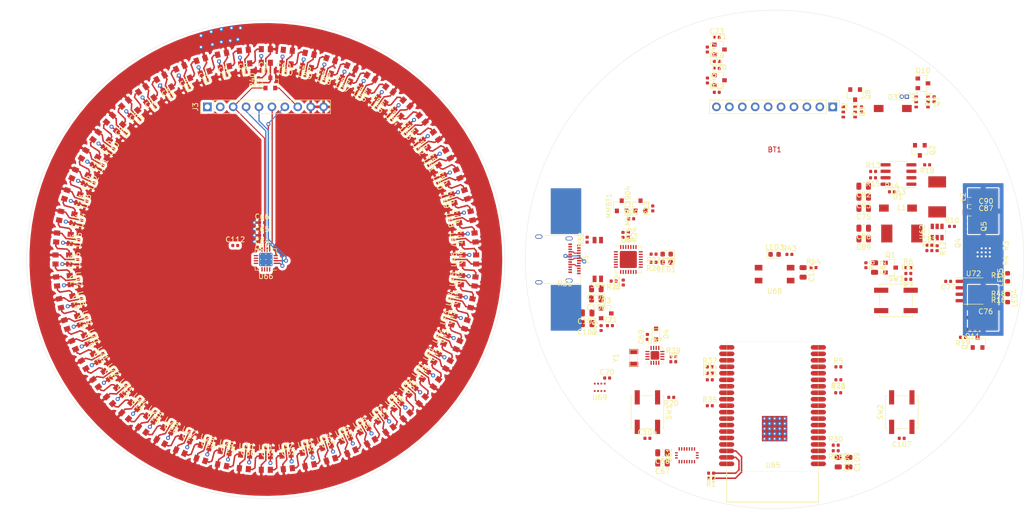
<source format=kicad_pcb>
(kicad_pcb (version 20171130) (host pcbnew "(5.1.0)-1")
  (layers (0 F.Cu signal) (1 In1.Cu signal) (2 In2.Cu signal) (31 B.Cu signal) (34 B.Paste user) (35 F.Paste user) (36 B.SilkS user) (37 F.SilkS user) (38 B.Mask user) (39 F.Mask user) (44 Edge.Cuts user))
  (net 0 "")
  (net 1 GND)
  (net 2 /ESP3200/IO19)
  (net 3 /ESP3200/IO21)
  (net 4 +3V3)
  (net 5 VCC)
  (net 6 /next-board00/5V)
  (net 7 +5V)
  (net 8 "Net-(C85-Pad2)")
  (net 9 "Net-(C85-Pad1)")
  (net 10 "Net-(C102-Pad1)")
  (net 11 "Net-(C104-Pad2)")
  (net 12 /ESP3200/5V_USB)
  (net 13 "Net-(C107-Pad2)")
  (net 14 "Net-(C112-Pad2)")
  (net 15 "Net-(C112-Pad1)")
  (net 16 "Net-(C114-Pad1)")
  (net 17 /expanz00/ENC_OUT_0)
  (net 18 /expanz00/ENC_OUT_1)
  (net 19 LX)
  (net 20 "Net-(D3-Pad1)")
  (net 21 /ESP3200/IO2-down)
  (net 22 /ESP3200/IO15-up)
  (net 23 /ESP3200/IO13)
  (net 24 /ESP3200/IO23)
  (net 25 /ESP3200/IO22)
  (net 26 /expanz00/5V-WS2812)
  (net 27 /next-board00/WS2812)
  (net 28 /next-board00/SHUTDOWN)
  (net 29 /next-board00/INT)
  (net 30 /next-board00/SDA)
  (net 31 /next-board00/SCL)
  (net 32 /next-board00/3V3)
  (net 33 "Net-(J5-PadB8)")
  (net 34 /ESP3200/D-)
  (net 35 /ESP3200/D+)
  (net 36 "Net-(J5-PadB5)")
  (net 37 "Net-(J5-PadA8)")
  (net 38 "Net-(J5-PadA5)")
  (net 39 "Net-(LED1-Pad2)")
  (net 40 "Net-(LED2-Pad2)")
  (net 41 "Net-(LED3-Pad2)")
  (net 42 "Net-(Q2-Pad3)")
  (net 43 /ESP3200/RTS)
  (net 44 /ESP3200/EN)
  (net 45 /ESP3200/DTR)
  (net 46 /next-board00/WS281200/DIN)
  (net 47 "Net-(Q10-Pad3)")
  (net 48 "Net-(Q11-Pad3)")
  (net 49 /ESP3200/IO34)
  (net 50 "Net-(R11-Pad2)")
  (net 51 "Net-(R22-Pad2)")
  (net 52 "Net-(R24-Pad2)")
  (net 53 /ESP3200/TX-esp)
  (net 54 "Net-(R25-Pad2)")
  (net 55 /ESP3200/RX-esp)
  (net 56 /ESP3200/IO12-down)
  (net 57 /ESP3200/IO18)
  (net 58 "Net-(U1-Pad2)")
  (net 59 "Net-(U2-Pad2)")
  (net 60 "Net-(U3-Pad2)")
  (net 61 "Net-(U4-Pad2)")
  (net 62 "Net-(U5-Pad2)")
  (net 63 "Net-(U6-Pad2)")
  (net 64 "Net-(U7-Pad2)")
  (net 65 /next-board00/WS281200/0-8)
  (net 66 "Net-(U10-Pad4)")
  (net 67 "Net-(U10-Pad2)")
  (net 68 "Net-(U11-Pad2)")
  (net 69 "Net-(U12-Pad2)")
  (net 70 "Net-(U13-Pad2)")
  (net 71 "Net-(U14-Pad2)")
  (net 72 "Net-(U15-Pad2)")
  (net 73 /next-board00/WS281200/1-8)
  (net 74 "Net-(U17-Pad2)")
  (net 75 "Net-(U18-Pad2)")
  (net 76 "Net-(U19-Pad2)")
  (net 77 "Net-(U20-Pad2)")
  (net 78 "Net-(U21-Pad2)")
  (net 79 "Net-(U22-Pad2)")
  (net 80 "Net-(U23-Pad2)")
  (net 81 /next-board00/WS281200/2-8)
  (net 82 "Net-(U25-Pad2)")
  (net 83 "Net-(U26-Pad2)")
  (net 84 "Net-(U27-Pad2)")
  (net 85 "Net-(U28-Pad2)")
  (net 86 "Net-(U29-Pad2)")
  (net 87 "Net-(U30-Pad2)")
  (net 88 "Net-(U31-Pad2)")
  (net 89 /next-board00/WS281200/3-8)
  (net 90 "Net-(U33-Pad2)")
  (net 91 "Net-(U34-Pad2)")
  (net 92 "Net-(U35-Pad2)")
  (net 93 "Net-(U36-Pad2)")
  (net 94 "Net-(U37-Pad2)")
  (net 95 "Net-(U38-Pad2)")
  (net 96 "Net-(U39-Pad2)")
  (net 97 /next-board00/WS281200/4-8)
  (net 98 "Net-(U41-Pad2)")
  (net 99 "Net-(U42-Pad2)")
  (net 100 "Net-(U43-Pad2)")
  (net 101 "Net-(U44-Pad2)")
  (net 102 "Net-(U45-Pad2)")
  (net 103 "Net-(U46-Pad2)")
  (net 104 "Net-(U47-Pad2)")
  (net 105 /next-board00/WS281200/5-8)
  (net 106 "Net-(U49-Pad2)")
  (net 107 "Net-(U50-Pad2)")
  (net 108 "Net-(U51-Pad2)")
  (net 109 "Net-(U52-Pad2)")
  (net 110 "Net-(U53-Pad2)")
  (net 111 "Net-(U54-Pad2)")
  (net 112 "Net-(U55-Pad2)")
  (net 113 /next-board00/WS281200/6-8)
  (net 114 "Net-(U57-Pad2)")
  (net 115 "Net-(U58-Pad2)")
  (net 116 "Net-(U59-Pad2)")
  (net 117 /ESP3200/IO26)
  (net 118 /ESP3200/IO33)
  (net 119 "Net-(U64-Pad27)")
  (net 120 "Net-(U64-Pad23)")
  (net 121 "Net-(U64-Pad22)")
  (net 122 "Net-(U64-Pad21)")
  (net 123 "Net-(U64-Pad20)")
  (net 124 "Net-(U64-Pad17)")
  (net 125 "Net-(U64-Pad16)")
  (net 126 "Net-(U64-Pad15)")
  (net 127 "Net-(U64-Pad14)")
  (net 128 "Net-(U64-Pad13)")
  (net 129 "Net-(U64-Pad12)")
  (net 130 "Net-(U64-Pad11)")
  (net 131 "Net-(U64-Pad10)")
  (net 132 "Net-(U64-Pad2)")
  (net 133 "Net-(U64-Pad1)")
  (net 134 "Net-(U66-Pad16)")
  (net 135 "Net-(U66-Pad15)")
  (net 136 "Net-(U66-Pad14)")
  (net 137 "Net-(U66-Pad13)")
  (net 138 "Net-(U66-Pad12)")
  (net 139 "Net-(U66-Pad11)")
  (net 140 "Net-(U66-Pad3)")
  (net 141 "Net-(U69-Pad2)")
  (net 142 /ESP3200/IO39)
  (net 143 /ESP3200/IO35)
  (net 144 "Net-(U65-Pad17)")
  (net 145 "Net-(U65-Pad18)")
  (net 146 "Net-(U65-Pad19)")
  (net 147 "Net-(U65-Pad20)")
  (net 148 "Net-(U65-Pad21)")
  (net 149 "Net-(U65-Pad22)")
  (net 150 /ESP3200/IO5-up)
  (net 151 "Net-(C61-Pad2)")
  (net 152 "Net-(C61-Pad1)")
  (net 153 "Net-(C69-Pad1)")
  (net 154 "Net-(C76-Pad1)")
  (net 155 "Net-(C105-Pad1)")
  (net 156 "Net-(LED4-Pad1)")
  (net 157 "Net-(LED5-Pad1)")
  (net 158 "Net-(MMBT1-Pad2)")
  (net 159 "Net-(MMBT3904-Pad2)")
  (net 160 /ESP3200/IO14)
  (net 161 "Net-(Q8-Pad3)")
  (net 162 "Net-(R9-Pad1)")
  (net 163 "Net-(R10-Pad1)")
  (net 164 "Net-(R13-Pad2)")
  (net 165 "Net-(R15-Pad1)")
  (net 166 "Net-(R16-Pad2)")
  (net 167 "Net-(R19-Pad1)")
  (net 168 "Net-(R26-Pad2)")
  (net 169 "Net-(R27-Pad2)")
  (net 170 "Net-(R39-Pad1)")
  (net 171 /ESP3200/IO27)
  (net 172 "Net-(R48-Pad2)")
  (net 173 /ESP3200/IO36)
  (net 174 "Net-(U60-Pad2)")
  (net 175 /ESP3200/IO25)
  (net 176 "Net-(U61-Pad16)")
  (net 177 /ESP3200/IO32)
  (net 178 "Net-(U61-Pad5)")
  (net 179 "Net-(U61-Pad2)")
  (net 180 "Net-(U67-Pad4)")
  (net 181 "Net-(U67-Pad2)")
  (net 182 "Net-(U67-Pad1)")
  (net 183 "Net-(SW4-Pad4)")
  (net 184 "Net-(SW4-Pad1)")
  (net 185 "Net-(BT1-Pad1)")
  (net 186 "Net-(C87-Pad1)")
  (net 187 "Net-(C106-Pad1)")
  (module BB:18650-holder (layer B.Cu) (at 200 100)
    (fp_text reference BT1 (at 0 -21.59) (layer F.Cu))
    (fp_text value Battery_Cell)
    (pad 2 smd rect (at -41 -9.5) (size 6 9) (layers B.Cu B.Paste B.Mask) (net 1 GND))
    (pad 4 smd rect (at -41 9.5) (size 6 9) (layers B.Cu B.Paste B.Mask) (net 1 GND))
    (pad 3 smd rect (at 41 9.5) (size 6 9) (layers B.Cu B.Paste B.Mask) (net 185 "Net-(BT1-Pad1)"))
    (pad 1 smd rect (at 41 -9.5) (size 6 9) (layers B.Cu B.Paste B.Mask) (net 185 "Net-(BT1-Pad1)"))
  )
  (module Connector_PinHeader_2.54mm:PinHeader_1x10_P2.54mm_Vertical (layer F.Cu) (at 200 70 270)
    (fp_text reference J2 (at 0 -13.76 270) (layer F.SilkS))
    (fp_text value Conn_01x10)
    (pad 10 thru_hole oval (at 0 11.43 270) (size 1.7 1.7) (drill 1) (layers *.Cu *.Mask) (net 1 GND))
    (pad 9 thru_hole oval (at 0 8.89 270) (size 1.7 1.7) (drill 1) (layers *.Cu *.Mask) (net 1 GND))
    (pad 8 thru_hole oval (at 0 6.35 270) (size 1.7 1.7) (drill 1) (layers *.Cu *.Mask) (net 57 /ESP3200/IO18))
    (pad 7 thru_hole oval (at 0 3.81 270) (size 1.7 1.7) (drill 1) (layers *.Cu *.Mask) (net 2 /ESP3200/IO19))
    (pad 6 thru_hole oval (at 0 1.27 270) (size 1.7 1.7) (drill 1) (layers *.Cu *.Mask) (net 3 /ESP3200/IO21))
    (pad 5 thru_hole oval (at 0 -1.27 270) (size 1.7 1.7) (drill 1) (layers *.Cu *.Mask) (net 24 /ESP3200/IO23))
    (pad 4 thru_hole oval (at 0 -3.81 270) (size 1.7 1.7) (drill 1) (layers *.Cu *.Mask) (net 25 /ESP3200/IO22))
    (pad 3 thru_hole oval (at 0 -6.35 270) (size 1.7 1.7) (drill 1) (layers *.Cu *.Mask) (net 4 +3V3))
    (pad 2 thru_hole oval (at 0 -8.89 270) (size 1.7 1.7) (drill 1) (layers *.Cu *.Mask) (net 26 /expanz00/5V-WS2812))
    (pad 1 thru_hole rect (at 0 -11.43 270) (size 1.7 1.7) (drill 1) (layers *.Cu *.Mask) (net 26 /expanz00/5V-WS2812))
  )
  (module Connector_USB:USB_C_Receptacle_Amphenol_12401610E4-2A (layer F.Cu) (at 156.5 100 270)
    (fp_text reference J5 (at 0 -6.36 270) (layer F.SilkS))
    (fp_text value USB_C_Receptacle_USB2.0)
    (pad B12 smd rect (at -3 -3.32 270) (size 0.3 0.7) (layers F.Cu F.Paste F.Mask) (net 1 GND))
    (pad B11 smd rect (at -2.5 -3.32 270) (size 0.3 0.7) (layers F.Cu F.Paste F.Mask))
    (pad B10 smd rect (at -2 -3.32 270) (size 0.3 0.7) (layers F.Cu F.Paste F.Mask))
    (pad B9 smd rect (at -1.5 -3.32 270) (size 0.3 0.7) (layers F.Cu F.Paste F.Mask) (net 12 /ESP3200/5V_USB))
    (pad B8 smd rect (at -1 -3.32 270) (size 0.3 0.7) (layers F.Cu F.Paste F.Mask) (net 33 "Net-(J5-PadB8)"))
    (pad B7 smd rect (at -0.5 -3.32 270) (size 0.3 0.7) (layers F.Cu F.Paste F.Mask) (net 34 /ESP3200/D-))
    (pad B6 smd rect (at 0 -3.32 270) (size 0.3 0.7) (layers F.Cu F.Paste F.Mask) (net 35 /ESP3200/D+))
    (pad B5 smd rect (at 0.5 -3.32 270) (size 0.3 0.7) (layers F.Cu F.Paste F.Mask) (net 36 "Net-(J5-PadB5)"))
    (pad B4 smd rect (at 1 -3.32 270) (size 0.3 0.7) (layers F.Cu F.Paste F.Mask) (net 12 /ESP3200/5V_USB))
    (pad B3 smd rect (at 1.5 -3.32 270) (size 0.3 0.7) (layers F.Cu F.Paste F.Mask))
    (pad B2 smd rect (at 2 -3.32 270) (size 0.3 0.7) (layers F.Cu F.Paste F.Mask))
    (pad "" np_thru_hole circle (at -3.6 -4.36 270) (size 0.65 0.65) (drill 0.65) (layers *.Cu *.Mask))
    (pad "" np_thru_hole oval (at 3.6 -4.36 270) (size 0.95 0.65) (drill oval 0.95 0.65) (layers *.Cu *.Mask))
    (pad S1 thru_hole oval (at -4.49 2.84 270) (size 0.8 1.4) (drill oval 0.5 1.1) (layers *.Cu *.Mask) (net 1 GND))
    (pad S1 thru_hole oval (at 4.49 2.84 270) (size 0.8 1.4) (drill oval 0.5 1.1) (layers *.Cu *.Mask) (net 1 GND))
    (pad S1 thru_hole oval (at 4.13 -3.11 270) (size 0.8 1.4) (drill oval 0.5 1.1) (layers *.Cu *.Mask) (net 1 GND))
    (pad B1 smd rect (at 2.5 -3.32 270) (size 0.3 0.7) (layers F.Cu F.Paste F.Mask) (net 1 GND))
    (pad A11 smd rect (at 2.25 -5.02 270) (size 0.3 0.7) (layers F.Cu F.Paste F.Mask))
    (pad A8 smd rect (at 0.75 -5.02 270) (size 0.3 0.7) (layers F.Cu F.Paste F.Mask) (net 37 "Net-(J5-PadA8)"))
    (pad A9 smd rect (at 1.25 -5.02 270) (size 0.3 0.7) (layers F.Cu F.Paste F.Mask) (net 12 /ESP3200/5V_USB))
    (pad A10 smd rect (at 1.75 -5.02 270) (size 0.3 0.7) (layers F.Cu F.Paste F.Mask))
    (pad A12 smd rect (at 2.75 -5.02 270) (size 0.3 0.7) (layers F.Cu F.Paste F.Mask) (net 1 GND))
    (pad A7 smd rect (at 0.25 -5.02 270) (size 0.3 0.7) (layers F.Cu F.Paste F.Mask) (net 34 /ESP3200/D-))
    (pad A6 smd rect (at -0.25 -5.02 270) (size 0.3 0.7) (layers F.Cu F.Paste F.Mask) (net 35 /ESP3200/D+))
    (pad A5 smd rect (at -0.75 -5.02 270) (size 0.3 0.7) (layers F.Cu F.Paste F.Mask) (net 38 "Net-(J5-PadA5)"))
    (pad A4 smd rect (at -1.25 -5.02 270) (size 0.3 0.7) (layers F.Cu F.Paste F.Mask) (net 12 /ESP3200/5V_USB))
    (pad A3 smd rect (at -1.75 -5.02 270) (size 0.3 0.7) (layers F.Cu F.Paste F.Mask))
    (pad A2 smd rect (at -2.25 -5.02 270) (size 0.3 0.7) (layers F.Cu F.Paste F.Mask))
    (pad A1 smd rect (at -2.75 -5.02 270) (size 0.3 0.7) (layers F.Cu F.Paste F.Mask) (net 1 GND))
    (pad S1 thru_hole oval (at -4.13 -3.11 270) (size 0.8 1.4) (drill oval 0.5 1.1) (layers *.Cu *.Mask) (net 1 GND))
  )
  (module BB:SW-SMD-4 (layer F.Cu) (at 165.25 100)
    (fp_text reference SW4 (at 0 5.08) (layer F.SilkS))
    (fp_text value SW_DIP_x02)
    (pad 3 smd rect (at 0.635 3.81) (size 0.76 1.27) (layers F.Cu F.Paste F.Mask) (net 187 "Net-(C106-Pad1)"))
    (pad 4 smd rect (at -0.635 3.81) (size 0.76 1.27) (layers F.Cu F.Paste F.Mask) (net 183 "Net-(SW4-Pad4)"))
    (pad 2 smd rect (at 0.635 -3.81) (size 0.76 1.27) (layers F.Cu F.Paste F.Mask) (net 12 /ESP3200/5V_USB))
    (pad 1 smd rect (at -0.635 -3.81) (size 0.76 1.27) (layers F.Cu F.Paste F.Mask) (net 184 "Net-(SW4-Pad1)"))
  )
  (module Connector_PinHeader_2.54mm:PinHeader_1x10_P2.54mm_Vertical (layer F.Cu) (at 88.5 70 90)
    (fp_text reference J3 (at 0 -2.33 90) (layer F.SilkS))
    (fp_text value Conn_01x10)
    (pad 10 thru_hole oval (at 0 22.86 90) (size 1.7 1.7) (drill 1) (layers *.Cu *.Mask) (net 1 GND))
    (pad 9 thru_hole oval (at 0 20.32 90) (size 1.7 1.7) (drill 1) (layers *.Cu *.Mask) (net 1 GND))
    (pad 8 thru_hole oval (at 0 17.78 90) (size 1.7 1.7) (drill 1) (layers *.Cu *.Mask) (net 27 /next-board00/WS2812))
    (pad 7 thru_hole oval (at 0 15.24 90) (size 1.7 1.7) (drill 1) (layers *.Cu *.Mask) (net 28 /next-board00/SHUTDOWN))
    (pad 6 thru_hole oval (at 0 12.7 90) (size 1.7 1.7) (drill 1) (layers *.Cu *.Mask) (net 29 /next-board00/INT))
    (pad 5 thru_hole oval (at 0 10.16 90) (size 1.7 1.7) (drill 1) (layers *.Cu *.Mask) (net 30 /next-board00/SDA))
    (pad 4 thru_hole oval (at 0 7.62 90) (size 1.7 1.7) (drill 1) (layers *.Cu *.Mask) (net 31 /next-board00/SCL))
    (pad 3 thru_hole oval (at 0 5.08 90) (size 1.7 1.7) (drill 1) (layers *.Cu *.Mask) (net 32 /next-board00/3V3))
    (pad 2 thru_hole oval (at 0 2.54 90) (size 1.7 1.7) (drill 1) (layers *.Cu *.Mask) (net 6 /next-board00/5V))
    (pad 1 thru_hole rect (at 0 0 90) (size 1.7 1.7) (drill 1) (layers *.Cu *.Mask) (net 6 /next-board00/5V))
  )
  (module Package_TO_SOT_SMD:SOT-23 (layer F.Cu) (at 100.89 65.3 90)
    (fp_text reference Q6 (at 0 -2.5 90) (layer F.SilkS))
    (fp_text value 2N7002)
    (pad 3 smd rect (at 1 0 90) (size 0.9 0.8) (layers F.Cu F.Paste F.Mask) (net 46 /next-board00/WS281200/DIN))
    (pad 2 smd rect (at -1 0.95 90) (size 0.9 0.8) (layers F.Cu F.Paste F.Mask) (net 27 /next-board00/WS2812))
    (pad 1 smd rect (at -1 -0.95 90) (size 0.9 0.8) (layers F.Cu F.Paste F.Mask) (net 32 /next-board00/3V3))
  )
  (module Capacitor_SMD:C_0402_1005Metric (layer F.Cu) (at 103.386255 63.142048 354)
    (fp_text reference C60 (at 0 -1.17 354) (layer F.SilkS))
    (fp_text value 220nf)
    (pad 1 smd roundrect (at -0.485 0 354) (size 0.59 0.64) (layers F.Cu F.Paste F.Mask) (net 1 GND))
    (pad 2 smd roundrect (at 0.485 0 354) (size 0.59 0.64) (layers F.Cu F.Paste F.Mask) (net 6 /next-board00/5V))
  )
  (module Capacitor_SMD:C_0402_1005Metric (layer F.Cu) (at 107.22041 63.69792 348)
    (fp_text reference C59 (at 0 -1.17 348) (layer F.SilkS))
    (fp_text value 220nf)
    (pad 1 smd roundrect (at -0.485 0 348) (size 0.59 0.64) (layers F.Cu F.Paste F.Mask) (net 1 GND))
    (pad 2 smd roundrect (at 0.485 0 348) (size 0.59 0.64) (layers F.Cu F.Paste F.Mask) (net 6 /next-board00/5V))
  )
  (module Capacitor_SMD:C_0402_1005Metric (layer F.Cu) (at 110.975457 64.651525 342)
    (fp_text reference C58 (at 0 -1.17 342) (layer F.SilkS))
    (fp_text value 220nf)
    (pad 1 smd roundrect (at -0.485 0 342) (size 0.59 0.64) (layers F.Cu F.Paste F.Mask) (net 1 GND))
    (pad 2 smd roundrect (at 0.485 0 342) (size 0.59 0.64) (layers F.Cu F.Paste F.Mask) (net 6 /next-board00/5V))
  )
  (module Capacitor_SMD:C_0402_1005Metric (layer F.Cu) (at 114.610254 65.992415 336)
    (fp_text reference C57 (at 0 -1.17 336) (layer F.SilkS))
    (fp_text value 220nf)
    (pad 1 smd roundrect (at -0.485 0 336) (size 0.59 0.64) (layers F.Cu F.Paste F.Mask) (net 1 GND))
    (pad 2 smd roundrect (at 0.485 0 336) (size 0.59 0.64) (layers F.Cu F.Paste F.Mask) (net 6 /next-board00/5V))
  )
  (module Capacitor_SMD:C_0402_1005Metric (layer F.Cu) (at 118.084978 67.7059 330)
    (fp_text reference C56 (at 0 -1.17 330) (layer F.SilkS))
    (fp_text value 220nf)
    (pad 1 smd roundrect (at -0.485 0 330) (size 0.59 0.64) (layers F.Cu F.Paste F.Mask) (net 1 GND))
    (pad 2 smd roundrect (at 0.485 0 330) (size 0.59 0.64) (layers F.Cu F.Paste F.Mask) (net 6 /next-board00/5V))
  )
  (module Capacitor_SMD:C_0402_1005Metric (layer F.Cu) (at 121.361559 69.773205 324)
    (fp_text reference C55 (at 0 -1.17 324) (layer F.SilkS))
    (fp_text value 220nf)
    (pad 1 smd roundrect (at -0.485 0 324) (size 0.59 0.64) (layers F.Cu F.Paste F.Mask) (net 1 GND))
    (pad 2 smd roundrect (at 0.485 0 324) (size 0.59 0.64) (layers F.Cu F.Paste F.Mask) (net 6 /next-board00/5V))
  )
  (module Capacitor_SMD:C_0402_1005Metric (layer F.Cu) (at 124.404099 72.171682 318)
    (fp_text reference C54 (at 0 -1.17 318) (layer F.SilkS))
    (fp_text value 220nf)
    (pad 1 smd roundrect (at -0.485 0 318) (size 0.59 0.64) (layers F.Cu F.Paste F.Mask) (net 1 GND))
    (pad 2 smd roundrect (at 0.485 0 318) (size 0.59 0.64) (layers F.Cu F.Paste F.Mask) (net 6 /next-board00/5V))
  )
  (module Capacitor_SMD:C_0402_1005Metric (layer F.Cu) (at 127.179262 74.875051 312)
    (fp_text reference C53 (at 0 -1.17 312) (layer F.SilkS))
    (fp_text value 220nf)
    (pad 1 smd roundrect (at -0.485 0 312) (size 0.59 0.64) (layers F.Cu F.Paste F.Mask) (net 1 GND))
    (pad 2 smd roundrect (at 0.485 0 312) (size 0.59 0.64) (layers F.Cu F.Paste F.Mask) (net 6 /next-board00/5V))
  )
  (module Capacitor_SMD:C_0402_1005Metric (layer F.Cu) (at 129.656643 77.853695 306)
    (fp_text reference C52 (at 0 -1.17 306) (layer F.SilkS))
    (fp_text value 220nf)
    (pad 1 smd roundrect (at -0.485 0 306) (size 0.59 0.64) (layers F.Cu F.Paste F.Mask) (net 1 GND))
    (pad 2 smd roundrect (at 0.485 0 306) (size 0.59 0.64) (layers F.Cu F.Paste F.Mask) (net 6 /next-board00/5V))
  )
  (module Capacitor_SMD:C_0402_1005Metric (layer F.Cu) (at 131.8091 81.074978 300)
    (fp_text reference C51 (at 0 -1.17 300) (layer F.SilkS))
    (fp_text value 220nf)
    (pad 1 smd roundrect (at -0.485 0 300) (size 0.59 0.64) (layers F.Cu F.Paste F.Mask) (net 1 GND))
    (pad 2 smd roundrect (at 0.485 0 300) (size 0.59 0.64) (layers F.Cu F.Paste F.Mask) (net 6 /next-board00/5V))
  )
  (module Capacitor_SMD:C_0402_1005Metric (layer F.Cu) (at 133.61305 84.503607 294)
    (fp_text reference C50 (at 0 -1.17 294) (layer F.SilkS))
    (fp_text value 220nf)
    (pad 1 smd roundrect (at -0.485 0 294) (size 0.59 0.64) (layers F.Cu F.Paste F.Mask) (net 1 GND))
    (pad 2 smd roundrect (at 0.485 0 294) (size 0.59 0.64) (layers F.Cu F.Paste F.Mask) (net 6 /next-board00/5V))
  )
  (module Capacitor_SMD:C_0402_1005Metric (layer F.Cu) (at 135.048728 88.102019 288)
    (fp_text reference C49 (at 0 -1.17 288) (layer F.SilkS))
    (fp_text value 220nf)
    (pad 1 smd roundrect (at -0.485 0 288) (size 0.59 0.64) (layers F.Cu F.Paste F.Mask) (net 1 GND))
    (pad 2 smd roundrect (at 0.485 0 288) (size 0.59 0.64) (layers F.Cu F.Paste F.Mask) (net 6 /next-board00/5V))
  )
  (module Capacitor_SMD:C_0402_1005Metric (layer F.Cu) (at 136.100406 91.830787 282)
    (fp_text reference C48 (at 0 -1.17 282) (layer F.SilkS))
    (fp_text value 220nf)
    (pad 1 smd roundrect (at -0.485 0 282) (size 0.59 0.64) (layers F.Cu F.Paste F.Mask) (net 1 GND))
    (pad 2 smd roundrect (at 0.485 0 282) (size 0.59 0.64) (layers F.Cu F.Paste F.Mask) (net 6 /next-board00/5V))
  )
  (module Capacitor_SMD:C_0402_1005Metric (layer F.Cu) (at 136.756559 95.649058 276)
    (fp_text reference C47 (at 0 -1.17 276) (layer F.SilkS))
    (fp_text value 220nf)
    (pad 1 smd roundrect (at -0.485 0 276) (size 0.59 0.64) (layers F.Cu F.Paste F.Mask) (net 1 GND))
    (pad 2 smd roundrect (at 0.485 0 276) (size 0.59 0.64) (layers F.Cu F.Paste F.Mask) (net 6 /next-board00/5V))
  )
  (module Capacitor_SMD:C_0402_1005Metric (layer F.Cu) (at 137.01 99.515 270)
    (fp_text reference C46 (at 0 -1.17 270) (layer F.SilkS))
    (fp_text value 220nf)
    (pad 1 smd roundrect (at -0.485 0 270) (size 0.59 0.64) (layers F.Cu F.Paste F.Mask) (net 1 GND))
    (pad 2 smd roundrect (at 0.485 0 270) (size 0.59 0.64) (layers F.Cu F.Paste F.Mask) (net 6 /next-board00/5V))
  )
  (module Capacitor_SMD:C_0402_1005Metric (layer F.Cu) (at 136.857952 103.386255 264)
    (fp_text reference C45 (at 0 -1.17 264) (layer F.SilkS))
    (fp_text value 220nf)
    (pad 1 smd roundrect (at -0.485 0 264) (size 0.59 0.64) (layers F.Cu F.Paste F.Mask) (net 1 GND))
    (pad 2 smd roundrect (at 0.485 0 264) (size 0.59 0.64) (layers F.Cu F.Paste F.Mask) (net 6 /next-board00/5V))
  )
  (module Capacitor_SMD:C_0402_1005Metric (layer F.Cu) (at 136.30208 107.22041 258)
    (fp_text reference C44 (at 0 -1.17 258) (layer F.SilkS))
    (fp_text value 220nf)
    (pad 1 smd roundrect (at -0.485 0 258) (size 0.59 0.64) (layers F.Cu F.Paste F.Mask) (net 1 GND))
    (pad 2 smd roundrect (at 0.485 0 258) (size 0.59 0.64) (layers F.Cu F.Paste F.Mask) (net 6 /next-board00/5V))
  )
  (module Capacitor_SMD:C_0402_1005Metric (layer F.Cu) (at 135.348475 110.975457 252)
    (fp_text reference C43 (at 0 -1.17 252) (layer F.SilkS))
    (fp_text value 220nf)
    (pad 1 smd roundrect (at -0.485 0 252) (size 0.59 0.64) (layers F.Cu F.Paste F.Mask) (net 1 GND))
    (pad 2 smd roundrect (at 0.485 0 252) (size 0.59 0.64) (layers F.Cu F.Paste F.Mask) (net 6 /next-board00/5V))
  )
  (module Capacitor_SMD:C_0402_1005Metric (layer F.Cu) (at 134.007585 114.610254 246)
    (fp_text reference C42 (at 0 -1.17 246) (layer F.SilkS))
    (fp_text value 220nf)
    (pad 1 smd roundrect (at -0.485 0 246) (size 0.59 0.64) (layers F.Cu F.Paste F.Mask) (net 1 GND))
    (pad 2 smd roundrect (at 0.485 0 246) (size 0.59 0.64) (layers F.Cu F.Paste F.Mask) (net 6 /next-board00/5V))
  )
  (module Capacitor_SMD:C_0402_1005Metric (layer F.Cu) (at 132.2941 118.084978 240)
    (fp_text reference C41 (at 0 -1.17 240) (layer F.SilkS))
    (fp_text value 220nf)
    (pad 1 smd roundrect (at -0.485 0 240) (size 0.59 0.64) (layers F.Cu F.Paste F.Mask) (net 1 GND))
    (pad 2 smd roundrect (at 0.485 0 240) (size 0.59 0.64) (layers F.Cu F.Paste F.Mask) (net 6 /next-board00/5V))
  )
  (module Capacitor_SMD:C_0402_1005Metric (layer F.Cu) (at 130.226795 121.361559 234)
    (fp_text reference C40 (at 0 -1.17 234) (layer F.SilkS))
    (fp_text value 220nf)
    (pad 1 smd roundrect (at -0.485 0 234) (size 0.59 0.64) (layers F.Cu F.Paste F.Mask) (net 1 GND))
    (pad 2 smd roundrect (at 0.485 0 234) (size 0.59 0.64) (layers F.Cu F.Paste F.Mask) (net 6 /next-board00/5V))
  )
  (module Capacitor_SMD:C_0402_1005Metric (layer F.Cu) (at 127.828318 124.404099 228)
    (fp_text reference C39 (at 0 -1.17 228) (layer F.SilkS))
    (fp_text value 220nf)
    (pad 1 smd roundrect (at -0.485 0 228) (size 0.59 0.64) (layers F.Cu F.Paste F.Mask) (net 1 GND))
    (pad 2 smd roundrect (at 0.485 0 228) (size 0.59 0.64) (layers F.Cu F.Paste F.Mask) (net 6 /next-board00/5V))
  )
  (module Capacitor_SMD:C_0402_1005Metric (layer F.Cu) (at 125.124949 127.179262 222)
    (fp_text reference C38 (at 0 -1.17 222) (layer F.SilkS))
    (fp_text value 220nf)
    (pad 1 smd roundrect (at -0.485 0 222) (size 0.59 0.64) (layers F.Cu F.Paste F.Mask) (net 1 GND))
    (pad 2 smd roundrect (at 0.485 0 222) (size 0.59 0.64) (layers F.Cu F.Paste F.Mask) (net 6 /next-board00/5V))
  )
  (module Capacitor_SMD:C_0402_1005Metric (layer F.Cu) (at 122.146305 129.656643 216)
    (fp_text reference C37 (at 0 -1.17 216) (layer F.SilkS))
    (fp_text value 220nf)
    (pad 1 smd roundrect (at -0.485 0 216) (size 0.59 0.64) (layers F.Cu F.Paste F.Mask) (net 1 GND))
    (pad 2 smd roundrect (at 0.485 0 216) (size 0.59 0.64) (layers F.Cu F.Paste F.Mask) (net 6 /next-board00/5V))
  )
  (module Capacitor_SMD:C_0402_1005Metric (layer F.Cu) (at 118.925022 131.8091 210)
    (fp_text reference C36 (at 0 -1.17 210) (layer F.SilkS))
    (fp_text value 220nf)
    (pad 1 smd roundrect (at -0.485 0 210) (size 0.59 0.64) (layers F.Cu F.Paste F.Mask) (net 1 GND))
    (pad 2 smd roundrect (at 0.485 0 210) (size 0.59 0.64) (layers F.Cu F.Paste F.Mask) (net 6 /next-board00/5V))
  )
  (module Capacitor_SMD:C_0402_1005Metric (layer F.Cu) (at 115.496393 133.61305 204)
    (fp_text reference C35 (at 0 -1.17 204) (layer F.SilkS))
    (fp_text value 220nf)
    (pad 1 smd roundrect (at -0.485 0 204) (size 0.59 0.64) (layers F.Cu F.Paste F.Mask) (net 1 GND))
    (pad 2 smd roundrect (at 0.485 0 204) (size 0.59 0.64) (layers F.Cu F.Paste F.Mask) (net 6 /next-board00/5V))
  )
  (module Capacitor_SMD:C_0402_1005Metric (layer F.Cu) (at 111.897981 135.048728 198)
    (fp_text reference C34 (at 0 -1.17 198) (layer F.SilkS))
    (fp_text value 220nf)
    (pad 1 smd roundrect (at -0.485 0 198) (size 0.59 0.64) (layers F.Cu F.Paste F.Mask) (net 1 GND))
    (pad 2 smd roundrect (at 0.485 0 198) (size 0.59 0.64) (layers F.Cu F.Paste F.Mask) (net 6 /next-board00/5V))
  )
  (module Capacitor_SMD:C_0402_1005Metric (layer F.Cu) (at 108.169213 136.100406 192)
    (fp_text reference C33 (at 0 -1.17 192) (layer F.SilkS))
    (fp_text value 220nf)
    (pad 1 smd roundrect (at -0.485 0 192) (size 0.59 0.64) (layers F.Cu F.Paste F.Mask) (net 1 GND))
    (pad 2 smd roundrect (at 0.485 0 192) (size 0.59 0.64) (layers F.Cu F.Paste F.Mask) (net 6 /next-board00/5V))
  )
  (module Capacitor_SMD:C_0402_1005Metric (layer F.Cu) (at 104.350942 136.756559 186)
    (fp_text reference C32 (at 0 -1.17 186) (layer F.SilkS))
    (fp_text value 220nf)
    (pad 1 smd roundrect (at -0.485 0 186) (size 0.59 0.64) (layers F.Cu F.Paste F.Mask) (net 1 GND))
    (pad 2 smd roundrect (at 0.485 0 186) (size 0.59 0.64) (layers F.Cu F.Paste F.Mask) (net 6 /next-board00/5V))
  )
  (module Capacitor_SMD:C_0402_1005Metric (layer F.Cu) (at 100.485 137.01 180)
    (fp_text reference C31 (at 0 -1.17 180) (layer F.SilkS))
    (fp_text value 220nf)
    (pad 1 smd roundrect (at -0.485 0 180) (size 0.59 0.64) (layers F.Cu F.Paste F.Mask) (net 1 GND))
    (pad 2 smd roundrect (at 0.485 0 180) (size 0.59 0.64) (layers F.Cu F.Paste F.Mask) (net 6 /next-board00/5V))
  )
  (module Capacitor_SMD:C_0402_1005Metric (layer F.Cu) (at 96.613745 136.857952 174)
    (fp_text reference C30 (at 0 -1.17 174) (layer F.SilkS))
    (fp_text value 220nf)
    (pad 1 smd roundrect (at -0.485 0 174) (size 0.59 0.64) (layers F.Cu F.Paste F.Mask) (net 1 GND))
    (pad 2 smd roundrect (at 0.485 0 174) (size 0.59 0.64) (layers F.Cu F.Paste F.Mask) (net 6 /next-board00/5V))
  )
  (module Capacitor_SMD:C_0402_1005Metric (layer F.Cu) (at 92.77959 136.30208 168)
    (fp_text reference C29 (at 0 -1.17 168) (layer F.SilkS))
    (fp_text value 220nf)
    (pad 1 smd roundrect (at -0.485 0 168) (size 0.59 0.64) (layers F.Cu F.Paste F.Mask) (net 1 GND))
    (pad 2 smd roundrect (at 0.485 0 168) (size 0.59 0.64) (layers F.Cu F.Paste F.Mask) (net 6 /next-board00/5V))
  )
  (module Capacitor_SMD:C_0402_1005Metric (layer F.Cu) (at 89.024543 135.348475 162)
    (fp_text reference C28 (at 0 -1.17 162) (layer F.SilkS))
    (fp_text value 220nf)
    (pad 1 smd roundrect (at -0.485 0 162) (size 0.59 0.64) (layers F.Cu F.Paste F.Mask) (net 1 GND))
    (pad 2 smd roundrect (at 0.485 0 162) (size 0.59 0.64) (layers F.Cu F.Paste F.Mask) (net 6 /next-board00/5V))
  )
  (module Capacitor_SMD:C_0402_1005Metric (layer F.Cu) (at 85.389746 134.007585 156)
    (fp_text reference C27 (at 0 -1.17 156) (layer F.SilkS))
    (fp_text value 220nf)
    (pad 1 smd roundrect (at -0.485 0 156) (size 0.59 0.64) (layers F.Cu F.Paste F.Mask) (net 1 GND))
    (pad 2 smd roundrect (at 0.485 0 156) (size 0.59 0.64) (layers F.Cu F.Paste F.Mask) (net 6 /next-board00/5V))
  )
  (module Capacitor_SMD:C_0402_1005Metric (layer F.Cu) (at 81.915022 132.2941 150)
    (fp_text reference C26 (at 0 -1.17 150) (layer F.SilkS))
    (fp_text value 220nf)
    (pad 1 smd roundrect (at -0.485 0 150) (size 0.59 0.64) (layers F.Cu F.Paste F.Mask) (net 1 GND))
    (pad 2 smd roundrect (at 0.485 0 150) (size 0.59 0.64) (layers F.Cu F.Paste F.Mask) (net 6 /next-board00/5V))
  )
  (module Capacitor_SMD:C_0402_1005Metric (layer F.Cu) (at 78.638441 130.226795 144)
    (fp_text reference C25 (at 0 -1.17 144) (layer F.SilkS))
    (fp_text value 220nf)
    (pad 1 smd roundrect (at -0.485 0 144) (size 0.59 0.64) (layers F.Cu F.Paste F.Mask) (net 1 GND))
    (pad 2 smd roundrect (at 0.485 0 144) (size 0.59 0.64) (layers F.Cu F.Paste F.Mask) (net 6 /next-board00/5V))
  )
  (module Capacitor_SMD:C_0402_1005Metric (layer F.Cu) (at 75.595901 127.828318 138)
    (fp_text reference C24 (at 0 -1.17 138) (layer F.SilkS))
    (fp_text value 220nf)
    (pad 1 smd roundrect (at -0.485 0 138) (size 0.59 0.64) (layers F.Cu F.Paste F.Mask) (net 1 GND))
    (pad 2 smd roundrect (at 0.485 0 138) (size 0.59 0.64) (layers F.Cu F.Paste F.Mask) (net 6 /next-board00/5V))
  )
  (module Capacitor_SMD:C_0402_1005Metric (layer F.Cu) (at 72.820738 125.124949 132)
    (fp_text reference C23 (at 0 -1.17 132) (layer F.SilkS))
    (fp_text value 220nf)
    (pad 1 smd roundrect (at -0.485 0 132) (size 0.59 0.64) (layers F.Cu F.Paste F.Mask) (net 1 GND))
    (pad 2 smd roundrect (at 0.485 0 132) (size 0.59 0.64) (layers F.Cu F.Paste F.Mask) (net 6 /next-board00/5V))
  )
  (module Capacitor_SMD:C_0402_1005Metric (layer F.Cu) (at 70.343357 122.146305 126)
    (fp_text reference C22 (at 0 -1.17 126) (layer F.SilkS))
    (fp_text value 220nf)
    (pad 1 smd roundrect (at -0.485 0 126) (size 0.59 0.64) (layers F.Cu F.Paste F.Mask) (net 1 GND))
    (pad 2 smd roundrect (at 0.485 0 126) (size 0.59 0.64) (layers F.Cu F.Paste F.Mask) (net 6 /next-board00/5V))
  )
  (module Capacitor_SMD:C_0402_1005Metric (layer F.Cu) (at 68.1909 118.925022 120)
    (fp_text reference C21 (at 0 -1.17 120) (layer F.SilkS))
    (fp_text value 220nf)
    (pad 1 smd roundrect (at -0.485 0 120) (size 0.59 0.64) (layers F.Cu F.Paste F.Mask) (net 1 GND))
    (pad 2 smd roundrect (at 0.485 0 120) (size 0.59 0.64) (layers F.Cu F.Paste F.Mask) (net 6 /next-board00/5V))
  )
  (module Capacitor_SMD:C_0402_1005Metric (layer F.Cu) (at 66.38695 115.496393 114)
    (fp_text reference C20 (at 0 -1.17 114) (layer F.SilkS))
    (fp_text value 220nf)
    (pad 1 smd roundrect (at -0.485 0 114) (size 0.59 0.64) (layers F.Cu F.Paste F.Mask) (net 1 GND))
    (pad 2 smd roundrect (at 0.485 0 114) (size 0.59 0.64) (layers F.Cu F.Paste F.Mask) (net 6 /next-board00/5V))
  )
  (module Capacitor_SMD:C_0402_1005Metric (layer F.Cu) (at 64.951272 111.897981 108)
    (fp_text reference C19 (at 0 -1.17 108) (layer F.SilkS))
    (fp_text value 220nf)
    (pad 1 smd roundrect (at -0.485 0 108) (size 0.59 0.64) (layers F.Cu F.Paste F.Mask) (net 1 GND))
    (pad 2 smd roundrect (at 0.485 0 108) (size 0.59 0.64) (layers F.Cu F.Paste F.Mask) (net 6 /next-board00/5V))
  )
  (module Capacitor_SMD:C_0402_1005Metric (layer F.Cu) (at 63.899594 108.169213 102)
    (fp_text reference C18 (at 0 -1.17 102) (layer F.SilkS))
    (fp_text value 220nf)
    (pad 1 smd roundrect (at -0.485 0 102) (size 0.59 0.64) (layers F.Cu F.Paste F.Mask) (net 1 GND))
    (pad 2 smd roundrect (at 0.485 0 102) (size 0.59 0.64) (layers F.Cu F.Paste F.Mask) (net 6 /next-board00/5V))
  )
  (module Capacitor_SMD:C_0402_1005Metric (layer F.Cu) (at 63.243441 104.350942 96)
    (fp_text reference C17 (at 0 -1.17 96) (layer F.SilkS))
    (fp_text value 220nf)
    (pad 1 smd roundrect (at -0.485 0 96) (size 0.59 0.64) (layers F.Cu F.Paste F.Mask) (net 1 GND))
    (pad 2 smd roundrect (at 0.485 0 96) (size 0.59 0.64) (layers F.Cu F.Paste F.Mask) (net 6 /next-board00/5V))
  )
  (module Capacitor_SMD:C_0402_1005Metric (layer F.Cu) (at 62.99 100.485 90)
    (fp_text reference C16 (at 0 -1.17 90) (layer F.SilkS))
    (fp_text value 220nf)
    (pad 1 smd roundrect (at -0.485 0 90) (size 0.59 0.64) (layers F.Cu F.Paste F.Mask) (net 1 GND))
    (pad 2 smd roundrect (at 0.485 0 90) (size 0.59 0.64) (layers F.Cu F.Paste F.Mask) (net 6 /next-board00/5V))
  )
  (module Capacitor_SMD:C_0402_1005Metric (layer F.Cu) (at 63.142048 96.613745 84)
    (fp_text reference C15 (at 0 -1.17 84) (layer F.SilkS))
    (fp_text value 220nf)
    (pad 1 smd roundrect (at -0.485 0 84) (size 0.59 0.64) (layers F.Cu F.Paste F.Mask) (net 1 GND))
    (pad 2 smd roundrect (at 0.485 0 84) (size 0.59 0.64) (layers F.Cu F.Paste F.Mask) (net 6 /next-board00/5V))
  )
  (module Capacitor_SMD:C_0402_1005Metric (layer F.Cu) (at 63.69792 92.77959 78)
    (fp_text reference C14 (at 0 -1.17 78) (layer F.SilkS))
    (fp_text value 220nf)
    (pad 1 smd roundrect (at -0.485 0 78) (size 0.59 0.64) (layers F.Cu F.Paste F.Mask) (net 1 GND))
    (pad 2 smd roundrect (at 0.485 0 78) (size 0.59 0.64) (layers F.Cu F.Paste F.Mask) (net 6 /next-board00/5V))
  )
  (module Capacitor_SMD:C_0402_1005Metric (layer F.Cu) (at 64.651525 89.024543 72)
    (fp_text reference C13 (at 0 -1.17 72) (layer F.SilkS))
    (fp_text value 220nf)
    (pad 1 smd roundrect (at -0.485 0 72) (size 0.59 0.64) (layers F.Cu F.Paste F.Mask) (net 1 GND))
    (pad 2 smd roundrect (at 0.485 0 72) (size 0.59 0.64) (layers F.Cu F.Paste F.Mask) (net 6 /next-board00/5V))
  )
  (module Capacitor_SMD:C_0402_1005Metric (layer F.Cu) (at 65.992415 85.389746 66)
    (fp_text reference C12 (at 0 -1.17 66) (layer F.SilkS))
    (fp_text value 220nf)
    (pad 1 smd roundrect (at -0.485 0 66) (size 0.59 0.64) (layers F.Cu F.Paste F.Mask) (net 1 GND))
    (pad 2 smd roundrect (at 0.485 0 66) (size 0.59 0.64) (layers F.Cu F.Paste F.Mask) (net 6 /next-board00/5V))
  )
  (module Capacitor_SMD:C_0402_1005Metric (layer F.Cu) (at 67.7059 81.915022 60)
    (fp_text reference C11 (at 0 -1.17 60) (layer F.SilkS))
    (fp_text value 220nf)
    (pad 1 smd roundrect (at -0.485 0 60) (size 0.59 0.64) (layers F.Cu F.Paste F.Mask) (net 1 GND))
    (pad 2 smd roundrect (at 0.485 0 60) (size 0.59 0.64) (layers F.Cu F.Paste F.Mask) (net 6 /next-board00/5V))
  )
  (module Capacitor_SMD:C_0402_1005Metric (layer F.Cu) (at 69.773205 78.638441 54)
    (fp_text reference C10 (at 0 -1.17 54) (layer F.SilkS))
    (fp_text value 220nf)
    (pad 1 smd roundrect (at -0.485 0 54) (size 0.59 0.64) (layers F.Cu F.Paste F.Mask) (net 1 GND))
    (pad 2 smd roundrect (at 0.485 0 54) (size 0.59 0.64) (layers F.Cu F.Paste F.Mask) (net 6 /next-board00/5V))
  )
  (module Capacitor_SMD:C_0402_1005Metric (layer F.Cu) (at 72.171682 75.595901 48)
    (fp_text reference C9 (at 0 -1.17 48) (layer F.SilkS))
    (fp_text value 220nf)
    (pad 1 smd roundrect (at -0.485 0 48) (size 0.59 0.64) (layers F.Cu F.Paste F.Mask) (net 1 GND))
    (pad 2 smd roundrect (at 0.485 0 48) (size 0.59 0.64) (layers F.Cu F.Paste F.Mask) (net 6 /next-board00/5V))
  )
  (module Capacitor_SMD:C_0402_1005Metric (layer F.Cu) (at 74.875051 72.820738 42)
    (fp_text reference C8 (at 0 -1.17 42) (layer F.SilkS))
    (fp_text value 220nf)
    (pad 1 smd roundrect (at -0.485 0 42) (size 0.59 0.64) (layers F.Cu F.Paste F.Mask) (net 1 GND))
    (pad 2 smd roundrect (at 0.485 0 42) (size 0.59 0.64) (layers F.Cu F.Paste F.Mask) (net 6 /next-board00/5V))
  )
  (module Capacitor_SMD:C_0402_1005Metric (layer F.Cu) (at 77.853695 70.343357 36)
    (fp_text reference C7 (at 0 -1.17 36) (layer F.SilkS))
    (fp_text value 220nf)
    (pad 1 smd roundrect (at -0.485 0 36) (size 0.59 0.64) (layers F.Cu F.Paste F.Mask) (net 1 GND))
    (pad 2 smd roundrect (at 0.485 0 36) (size 0.59 0.64) (layers F.Cu F.Paste F.Mask) (net 6 /next-board00/5V))
  )
  (module Capacitor_SMD:C_0402_1005Metric (layer F.Cu) (at 81.074978 68.1909 30)
    (fp_text reference C6 (at 0 -1.17 30) (layer F.SilkS))
    (fp_text value 220nf)
    (pad 1 smd roundrect (at -0.485 0 30) (size 0.59 0.64) (layers F.Cu F.Paste F.Mask) (net 1 GND))
    (pad 2 smd roundrect (at 0.485 0 30) (size 0.59 0.64) (layers F.Cu F.Paste F.Mask) (net 6 /next-board00/5V))
  )
  (module Capacitor_SMD:C_0402_1005Metric (layer F.Cu) (at 84.503607 66.38695 24)
    (fp_text reference C5 (at 0 -1.17 24) (layer F.SilkS))
    (fp_text value 220nf)
    (pad 1 smd roundrect (at -0.485 0 24) (size 0.59 0.64) (layers F.Cu F.Paste F.Mask) (net 1 GND))
    (pad 2 smd roundrect (at 0.485 0 24) (size 0.59 0.64) (layers F.Cu F.Paste F.Mask) (net 6 /next-board00/5V))
  )
  (module Capacitor_SMD:C_0402_1005Metric (layer F.Cu) (at 88.102019 64.951272 18)
    (fp_text reference C4 (at 0 -1.17 18) (layer F.SilkS))
    (fp_text value 220nf)
    (pad 1 smd roundrect (at -0.485 0 18) (size 0.59 0.64) (layers F.Cu F.Paste F.Mask) (net 1 GND))
    (pad 2 smd roundrect (at 0.485 0 18) (size 0.59 0.64) (layers F.Cu F.Paste F.Mask) (net 6 /next-board00/5V))
  )
  (module Capacitor_SMD:C_0402_1005Metric (layer F.Cu) (at 91.830787 63.899594 12)
    (fp_text reference C3 (at 0 -1.17 12) (layer F.SilkS))
    (fp_text value 220nf)
    (pad 1 smd roundrect (at -0.485 0 12) (size 0.59 0.64) (layers F.Cu F.Paste F.Mask) (net 1 GND))
    (pad 2 smd roundrect (at 0.485 0 12) (size 0.59 0.64) (layers F.Cu F.Paste F.Mask) (net 6 /next-board00/5V))
  )
  (module Capacitor_SMD:C_0402_1005Metric (layer F.Cu) (at 95.649058 63.243441 6)
    (fp_text reference C2 (at 0 -1.17 6) (layer F.SilkS))
    (fp_text value 220nf)
    (pad 1 smd roundrect (at -0.485 0 6) (size 0.59 0.64) (layers F.Cu F.Paste F.Mask) (net 1 GND))
    (pad 2 smd roundrect (at 0.485 0 6) (size 0.59 0.64) (layers F.Cu F.Paste F.Mask) (net 6 /next-board00/5V))
  )
  (module BB:WS2812 (layer F.Cu) (at 104.181139 60.219124 264)
    (fp_text reference U60 (at 3 0 354) (layer F.SilkS))
    (fp_text value WS2812)
    (pad 4 smd rect (at 1.34 -0.89 264) (size 1.2 1) (layers F.Cu F.Paste F.Mask) (net 116 "Net-(U59-Pad2)"))
    (pad 3 smd rect (at 1.34 0.89 264) (size 1.2 1) (layers F.Cu F.Paste F.Mask) (net 1 GND))
    (pad 2 smd rect (at -1.34 0.89 264) (size 1.2 1) (layers F.Cu F.Paste F.Mask) (net 174 "Net-(U60-Pad2)"))
    (pad 1 smd rect (at -1.34 -0.89 264) (size 1.2 1) (layers F.Cu F.Paste F.Mask) (net 6 /next-board00/5V))
  )
  (module BB:WS2812 (layer F.Cu) (at 108.316468 60.874096 258)
    (fp_text reference U59 (at 3 0 348) (layer F.SilkS))
    (fp_text value WS2812)
    (pad 4 smd rect (at 1.34 -0.89 258) (size 1.2 1) (layers F.Cu F.Paste F.Mask) (net 115 "Net-(U58-Pad2)"))
    (pad 3 smd rect (at 1.34 0.89 258) (size 1.2 1) (layers F.Cu F.Paste F.Mask) (net 1 GND))
    (pad 2 smd rect (at -1.34 0.89 258) (size 1.2 1) (layers F.Cu F.Paste F.Mask) (net 116 "Net-(U59-Pad2)"))
    (pad 1 smd rect (at -1.34 -0.89 258) (size 1.2 1) (layers F.Cu F.Paste F.Mask) (net 6 /next-board00/5V))
  )
  (module BB:WS2812 (layer F.Cu) (at 112.36068 61.957739 252)
    (fp_text reference U58 (at 3 0 342) (layer F.SilkS))
    (fp_text value WS2812)
    (pad 4 smd rect (at 1.34 -0.89 252) (size 1.2 1) (layers F.Cu F.Paste F.Mask) (net 114 "Net-(U57-Pad2)"))
    (pad 3 smd rect (at 1.34 0.89 252) (size 1.2 1) (layers F.Cu F.Paste F.Mask) (net 1 GND))
    (pad 2 smd rect (at -1.34 0.89 252) (size 1.2 1) (layers F.Cu F.Paste F.Mask) (net 115 "Net-(U58-Pad2)"))
    (pad 1 smd rect (at -1.34 -0.89 252) (size 1.2 1) (layers F.Cu F.Paste F.Mask) (net 6 /next-board00/5V))
  )
  (module BB:WS2812 (layer F.Cu) (at 116.269466 63.458182 246)
    (fp_text reference U57 (at 3 0 336) (layer F.SilkS))
    (fp_text value WS2812)
    (pad 4 smd rect (at 1.34 -0.89 246) (size 1.2 1) (layers F.Cu F.Paste F.Mask) (net 113 /next-board00/WS281200/6-8))
    (pad 3 smd rect (at 1.34 0.89 246) (size 1.2 1) (layers F.Cu F.Paste F.Mask) (net 1 GND))
    (pad 2 smd rect (at -1.34 0.89 246) (size 1.2 1) (layers F.Cu F.Paste F.Mask) (net 114 "Net-(U57-Pad2)"))
    (pad 1 smd rect (at -1.34 -0.89 246) (size 1.2 1) (layers F.Cu F.Paste F.Mask) (net 6 /next-board00/5V))
  )
  (module BB:WS2812 (layer F.Cu) (at 120 65.358984 240)
    (fp_text reference U56 (at 3 0 330) (layer F.SilkS))
    (fp_text value WS2812)
    (pad 4 smd rect (at 1.34 -0.89 240) (size 1.2 1) (layers F.Cu F.Paste F.Mask) (net 112 "Net-(U55-Pad2)"))
    (pad 3 smd rect (at 1.34 0.89 240) (size 1.2 1) (layers F.Cu F.Paste F.Mask) (net 1 GND))
    (pad 2 smd rect (at -1.34 0.89 240) (size 1.2 1) (layers F.Cu F.Paste F.Mask) (net 113 /next-board00/WS281200/6-8))
    (pad 1 smd rect (at -1.34 -0.89 240) (size 1.2 1) (layers F.Cu F.Paste F.Mask) (net 6 /next-board00/5V))
  )
  (module BB:WS2812 (layer F.Cu) (at 123.51141 67.63932 234)
    (fp_text reference U55 (at 3 0 324) (layer F.SilkS))
    (fp_text value WS2812)
    (pad 4 smd rect (at 1.34 -0.89 234) (size 1.2 1) (layers F.Cu F.Paste F.Mask) (net 111 "Net-(U54-Pad2)"))
    (pad 3 smd rect (at 1.34 0.89 234) (size 1.2 1) (layers F.Cu F.Paste F.Mask) (net 1 GND))
    (pad 2 smd rect (at -1.34 0.89 234) (size 1.2 1) (layers F.Cu F.Paste F.Mask) (net 112 "Net-(U55-Pad2)"))
    (pad 1 smd rect (at -1.34 -0.89 234) (size 1.2 1) (layers F.Cu F.Paste F.Mask) (net 6 /next-board00/5V))
  )
  (module BB:WS2812 (layer F.Cu) (at 126.765224 70.274207 228)
    (fp_text reference U54 (at 3 0 318) (layer F.SilkS))
    (fp_text value WS2812)
    (pad 4 smd rect (at 1.34 -0.89 228) (size 1.2 1) (layers F.Cu F.Paste F.Mask) (net 110 "Net-(U53-Pad2)"))
    (pad 3 smd rect (at 1.34 0.89 228) (size 1.2 1) (layers F.Cu F.Paste F.Mask) (net 1 GND))
    (pad 2 smd rect (at -1.34 0.89 228) (size 1.2 1) (layers F.Cu F.Paste F.Mask) (net 111 "Net-(U54-Pad2)"))
    (pad 1 smd rect (at -1.34 -0.89 228) (size 1.2 1) (layers F.Cu F.Paste F.Mask) (net 6 /next-board00/5V))
  )
  (module BB:WS2812 (layer F.Cu) (at 129.725793 73.234776 222)
    (fp_text reference U53 (at 3 0 312) (layer F.SilkS))
    (fp_text value WS2812)
    (pad 4 smd rect (at 1.34 -0.89 222) (size 1.2 1) (layers F.Cu F.Paste F.Mask) (net 109 "Net-(U52-Pad2)"))
    (pad 3 smd rect (at 1.34 0.89 222) (size 1.2 1) (layers F.Cu F.Paste F.Mask) (net 1 GND))
    (pad 2 smd rect (at -1.34 0.89 222) (size 1.2 1) (layers F.Cu F.Paste F.Mask) (net 110 "Net-(U53-Pad2)"))
    (pad 1 smd rect (at -1.34 -0.89 222) (size 1.2 1) (layers F.Cu F.Paste F.Mask) (net 6 /next-board00/5V))
  )
  (module BB:WS2812 (layer F.Cu) (at 132.36068 76.48859 216)
    (fp_text reference U52 (at 3 0 306) (layer F.SilkS))
    (fp_text value WS2812)
    (pad 4 smd rect (at 1.34 -0.89 216) (size 1.2 1) (layers F.Cu F.Paste F.Mask) (net 108 "Net-(U51-Pad2)"))
    (pad 3 smd rect (at 1.34 0.89 216) (size 1.2 1) (layers F.Cu F.Paste F.Mask) (net 1 GND))
    (pad 2 smd rect (at -1.34 0.89 216) (size 1.2 1) (layers F.Cu F.Paste F.Mask) (net 109 "Net-(U52-Pad2)"))
    (pad 1 smd rect (at -1.34 -0.89 216) (size 1.2 1) (layers F.Cu F.Paste F.Mask) (net 6 /next-board00/5V))
  )
  (module BB:WS2812 (layer F.Cu) (at 134.641016 80 210)
    (fp_text reference U51 (at 3 0 300) (layer F.SilkS))
    (fp_text value WS2812)
    (pad 4 smd rect (at 1.34 -0.89 210) (size 1.2 1) (layers F.Cu F.Paste F.Mask) (net 107 "Net-(U50-Pad2)"))
    (pad 3 smd rect (at 1.34 0.89 210) (size 1.2 1) (layers F.Cu F.Paste F.Mask) (net 1 GND))
    (pad 2 smd rect (at -1.34 0.89 210) (size 1.2 1) (layers F.Cu F.Paste F.Mask) (net 108 "Net-(U51-Pad2)"))
    (pad 1 smd rect (at -1.34 -0.89 210) (size 1.2 1) (layers F.Cu F.Paste F.Mask) (net 6 /next-board00/5V))
  )
  (module BB:WS2812 (layer F.Cu) (at 136.541818 83.730534 204)
    (fp_text reference U50 (at 3 0 294) (layer F.SilkS))
    (fp_text value WS2812)
    (pad 4 smd rect (at 1.34 -0.89 204) (size 1.2 1) (layers F.Cu F.Paste F.Mask) (net 106 "Net-(U49-Pad2)"))
    (pad 3 smd rect (at 1.34 0.89 204) (size 1.2 1) (layers F.Cu F.Paste F.Mask) (net 1 GND))
    (pad 2 smd rect (at -1.34 0.89 204) (size 1.2 1) (layers F.Cu F.Paste F.Mask) (net 107 "Net-(U50-Pad2)"))
    (pad 1 smd rect (at -1.34 -0.89 204) (size 1.2 1) (layers F.Cu F.Paste F.Mask) (net 6 /next-board00/5V))
  )
  (module BB:WS2812 (layer F.Cu) (at 138.042261 87.63932 198)
    (fp_text reference U49 (at 3 0 288) (layer F.SilkS))
    (fp_text value WS2812)
    (pad 4 smd rect (at 1.34 -0.89 198) (size 1.2 1) (layers F.Cu F.Paste F.Mask) (net 105 /next-board00/WS281200/5-8))
    (pad 3 smd rect (at 1.34 0.89 198) (size 1.2 1) (layers F.Cu F.Paste F.Mask) (net 1 GND))
    (pad 2 smd rect (at -1.34 0.89 198) (size 1.2 1) (layers F.Cu F.Paste F.Mask) (net 106 "Net-(U49-Pad2)"))
    (pad 1 smd rect (at -1.34 -0.89 198) (size 1.2 1) (layers F.Cu F.Paste F.Mask) (net 6 /next-board00/5V))
  )
  (module BB:WS2812 (layer F.Cu) (at 139.125904 91.683532 192)
    (fp_text reference U48 (at 3 0 282) (layer F.SilkS))
    (fp_text value WS2812)
    (pad 4 smd rect (at 1.34 -0.89 192) (size 1.2 1) (layers F.Cu F.Paste F.Mask) (net 104 "Net-(U47-Pad2)"))
    (pad 3 smd rect (at 1.34 0.89 192) (size 1.2 1) (layers F.Cu F.Paste F.Mask) (net 1 GND))
    (pad 2 smd rect (at -1.34 0.89 192) (size 1.2 1) (layers F.Cu F.Paste F.Mask) (net 105 /next-board00/WS281200/5-8))
    (pad 1 smd rect (at -1.34 -0.89 192) (size 1.2 1) (layers F.Cu F.Paste F.Mask) (net 6 /next-board00/5V))
  )
  (module BB:WS2812 (layer F.Cu) (at 139.780876 95.818861 186)
    (fp_text reference U47 (at 3 0 276) (layer F.SilkS))
    (fp_text value WS2812)
    (pad 4 smd rect (at 1.34 -0.89 186) (size 1.2 1) (layers F.Cu F.Paste F.Mask) (net 103 "Net-(U46-Pad2)"))
    (pad 3 smd rect (at 1.34 0.89 186) (size 1.2 1) (layers F.Cu F.Paste F.Mask) (net 1 GND))
    (pad 2 smd rect (at -1.34 0.89 186) (size 1.2 1) (layers F.Cu F.Paste F.Mask) (net 104 "Net-(U47-Pad2)"))
    (pad 1 smd rect (at -1.34 -0.89 186) (size 1.2 1) (layers F.Cu F.Paste F.Mask) (net 6 /next-board00/5V))
  )
  (module BB:WS2812 (layer F.Cu) (at 140 100 180)
    (fp_text reference U46 (at 3 0 270) (layer F.SilkS))
    (fp_text value WS2812)
    (pad 4 smd rect (at 1.34 -0.89 180) (size 1.2 1) (layers F.Cu F.Paste F.Mask) (net 102 "Net-(U45-Pad2)"))
    (pad 3 smd rect (at 1.34 0.89 180) (size 1.2 1) (layers F.Cu F.Paste F.Mask) (net 1 GND))
    (pad 2 smd rect (at -1.34 0.89 180) (size 1.2 1) (layers F.Cu F.Paste F.Mask) (net 103 "Net-(U46-Pad2)"))
    (pad 1 smd rect (at -1.34 -0.89 180) (size 1.2 1) (layers F.Cu F.Paste F.Mask) (net 6 /next-board00/5V))
  )
  (module BB:WS2812 (layer F.Cu) (at 139.780876 104.181139 174)
    (fp_text reference U45 (at 3 0 264) (layer F.SilkS))
    (fp_text value WS2812)
    (pad 4 smd rect (at 1.34 -0.89 174) (size 1.2 1) (layers F.Cu F.Paste F.Mask) (net 101 "Net-(U44-Pad2)"))
    (pad 3 smd rect (at 1.34 0.89 174) (size 1.2 1) (layers F.Cu F.Paste F.Mask) (net 1 GND))
    (pad 2 smd rect (at -1.34 0.89 174) (size 1.2 1) (layers F.Cu F.Paste F.Mask) (net 102 "Net-(U45-Pad2)"))
    (pad 1 smd rect (at -1.34 -0.89 174) (size 1.2 1) (layers F.Cu F.Paste F.Mask) (net 6 /next-board00/5V))
  )
  (module BB:WS2812 (layer F.Cu) (at 139.125904 108.316468 168)
    (fp_text reference U44 (at 3 0 258) (layer F.SilkS))
    (fp_text value WS2812)
    (pad 4 smd rect (at 1.34 -0.89 168) (size 1.2 1) (layers F.Cu F.Paste F.Mask) (net 100 "Net-(U43-Pad2)"))
    (pad 3 smd rect (at 1.34 0.89 168) (size 1.2 1) (layers F.Cu F.Paste F.Mask) (net 1 GND))
    (pad 2 smd rect (at -1.34 0.89 168) (size 1.2 1) (layers F.Cu F.Paste F.Mask) (net 101 "Net-(U44-Pad2)"))
    (pad 1 smd rect (at -1.34 -0.89 168) (size 1.2 1) (layers F.Cu F.Paste F.Mask) (net 6 /next-board00/5V))
  )
  (module BB:WS2812 (layer F.Cu) (at 138.042261 112.36068 162)
    (fp_text reference U43 (at 3 0 252) (layer F.SilkS))
    (fp_text value WS2812)
    (pad 4 smd rect (at 1.34 -0.89 162) (size 1.2 1) (layers F.Cu F.Paste F.Mask) (net 99 "Net-(U42-Pad2)"))
    (pad 3 smd rect (at 1.34 0.89 162) (size 1.2 1) (layers F.Cu F.Paste F.Mask) (net 1 GND))
    (pad 2 smd rect (at -1.34 0.89 162) (size 1.2 1) (layers F.Cu F.Paste F.Mask) (net 100 "Net-(U43-Pad2)"))
    (pad 1 smd rect (at -1.34 -0.89 162) (size 1.2 1) (layers F.Cu F.Paste F.Mask) (net 6 /next-board00/5V))
  )
  (module BB:WS2812 (layer F.Cu) (at 136.541818 116.269466 156)
    (fp_text reference U42 (at 3 0 246) (layer F.SilkS))
    (fp_text value WS2812)
    (pad 4 smd rect (at 1.34 -0.89 156) (size 1.2 1) (layers F.Cu F.Paste F.Mask) (net 98 "Net-(U41-Pad2)"))
    (pad 3 smd rect (at 1.34 0.89 156) (size 1.2 1) (layers F.Cu F.Paste F.Mask) (net 1 GND))
    (pad 2 smd rect (at -1.34 0.89 156) (size 1.2 1) (layers F.Cu F.Paste F.Mask) (net 99 "Net-(U42-Pad2)"))
    (pad 1 smd rect (at -1.34 -0.89 156) (size 1.2 1) (layers F.Cu F.Paste F.Mask) (net 6 /next-board00/5V))
  )
  (module BB:WS2812 (layer F.Cu) (at 134.641016 120 150)
    (fp_text reference U41 (at 3 0 240) (layer F.SilkS))
    (fp_text value WS2812)
    (pad 4 smd rect (at 1.34 -0.89 150) (size 1.2 1) (layers F.Cu F.Paste F.Mask) (net 97 /next-board00/WS281200/4-8))
    (pad 3 smd rect (at 1.34 0.89 150) (size 1.2 1) (layers F.Cu F.Paste F.Mask) (net 1 GND))
    (pad 2 smd rect (at -1.34 0.89 150) (size 1.2 1) (layers F.Cu F.Paste F.Mask) (net 98 "Net-(U41-Pad2)"))
    (pad 1 smd rect (at -1.34 -0.89 150) (size 1.2 1) (layers F.Cu F.Paste F.Mask) (net 6 /next-board00/5V))
  )
  (module BB:WS2812 (layer F.Cu) (at 132.36068 123.51141 144)
    (fp_text reference U40 (at 3 0 234) (layer F.SilkS))
    (fp_text value WS2812)
    (pad 4 smd rect (at 1.34 -0.89 144) (size 1.2 1) (layers F.Cu F.Paste F.Mask) (net 96 "Net-(U39-Pad2)"))
    (pad 3 smd rect (at 1.34 0.89 144) (size 1.2 1) (layers F.Cu F.Paste F.Mask) (net 1 GND))
    (pad 2 smd rect (at -1.34 0.89 144) (size 1.2 1) (layers F.Cu F.Paste F.Mask) (net 97 /next-board00/WS281200/4-8))
    (pad 1 smd rect (at -1.34 -0.89 144) (size 1.2 1) (layers F.Cu F.Paste F.Mask) (net 6 /next-board00/5V))
  )
  (module BB:WS2812 (layer F.Cu) (at 129.725793 126.765224 138)
    (fp_text reference U39 (at 3 0 228) (layer F.SilkS))
    (fp_text value WS2812)
    (pad 4 smd rect (at 1.34 -0.89 138) (size 1.2 1) (layers F.Cu F.Paste F.Mask) (net 95 "Net-(U38-Pad2)"))
    (pad 3 smd rect (at 1.34 0.89 138) (size 1.2 1) (layers F.Cu F.Paste F.Mask) (net 1 GND))
    (pad 2 smd rect (at -1.34 0.89 138) (size 1.2 1) (layers F.Cu F.Paste F.Mask) (net 96 "Net-(U39-Pad2)"))
    (pad 1 smd rect (at -1.34 -0.89 138) (size 1.2 1) (layers F.Cu F.Paste F.Mask) (net 6 /next-board00/5V))
  )
  (module BB:WS2812 (layer F.Cu) (at 126.765224 129.725793 132)
    (fp_text reference U38 (at 3 0 222) (layer F.SilkS))
    (fp_text value WS2812)
    (pad 4 smd rect (at 1.34 -0.89 132) (size 1.2 1) (layers F.Cu F.Paste F.Mask) (net 94 "Net-(U37-Pad2)"))
    (pad 3 smd rect (at 1.34 0.89 132) (size 1.2 1) (layers F.Cu F.Paste F.Mask) (net 1 GND))
    (pad 2 smd rect (at -1.34 0.89 132) (size 1.2 1) (layers F.Cu F.Paste F.Mask) (net 95 "Net-(U38-Pad2)"))
    (pad 1 smd rect (at -1.34 -0.89 132) (size 1.2 1) (layers F.Cu F.Paste F.Mask) (net 6 /next-board00/5V))
  )
  (module BB:WS2812 (layer F.Cu) (at 123.51141 132.36068 126)
    (fp_text reference U37 (at 3 0 216) (layer F.SilkS))
    (fp_text value WS2812)
    (pad 4 smd rect (at 1.34 -0.89 126) (size 1.2 1) (layers F.Cu F.Paste F.Mask) (net 93 "Net-(U36-Pad2)"))
    (pad 3 smd rect (at 1.34 0.89 126) (size 1.2 1) (layers F.Cu F.Paste F.Mask) (net 1 GND))
    (pad 2 smd rect (at -1.34 0.89 126) (size 1.2 1) (layers F.Cu F.Paste F.Mask) (net 94 "Net-(U37-Pad2)"))
    (pad 1 smd rect (at -1.34 -0.89 126) (size 1.2 1) (layers F.Cu F.Paste F.Mask) (net 6 /next-board00/5V))
  )
  (module BB:WS2812 (layer F.Cu) (at 120 134.641016 120)
    (fp_text reference U36 (at 3 0 210) (layer F.SilkS))
    (fp_text value WS2812)
    (pad 4 smd rect (at 1.34 -0.89 120) (size 1.2 1) (layers F.Cu F.Paste F.Mask) (net 92 "Net-(U35-Pad2)"))
    (pad 3 smd rect (at 1.34 0.89 120) (size 1.2 1) (layers F.Cu F.Paste F.Mask) (net 1 GND))
    (pad 2 smd rect (at -1.34 0.89 120) (size 1.2 1) (layers F.Cu F.Paste F.Mask) (net 93 "Net-(U36-Pad2)"))
    (pad 1 smd rect (at -1.34 -0.89 120) (size 1.2 1) (layers F.Cu F.Paste F.Mask) (net 6 /next-board00/5V))
  )
  (module BB:WS2812 (layer F.Cu) (at 116.269466 136.541818 114)
    (fp_text reference U35 (at 3 0 204) (layer F.SilkS))
    (fp_text value WS2812)
    (pad 4 smd rect (at 1.34 -0.89 114) (size 1.2 1) (layers F.Cu F.Paste F.Mask) (net 91 "Net-(U34-Pad2)"))
    (pad 3 smd rect (at 1.34 0.89 114) (size 1.2 1) (layers F.Cu F.Paste F.Mask) (net 1 GND))
    (pad 2 smd rect (at -1.34 0.89 114) (size 1.2 1) (layers F.Cu F.Paste F.Mask) (net 92 "Net-(U35-Pad2)"))
    (pad 1 smd rect (at -1.34 -0.89 114) (size 1.2 1) (layers F.Cu F.Paste F.Mask) (net 6 /next-board00/5V))
  )
  (module BB:WS2812 (layer F.Cu) (at 112.36068 138.042261 108)
    (fp_text reference U34 (at 3 0 198) (layer F.SilkS))
    (fp_text value WS2812)
    (pad 4 smd rect (at 1.34 -0.89 108) (size 1.2 1) (layers F.Cu F.Paste F.Mask) (net 90 "Net-(U33-Pad2)"))
    (pad 3 smd rect (at 1.34 0.89 108) (size 1.2 1) (layers F.Cu F.Paste F.Mask) (net 1 GND))
    (pad 2 smd rect (at -1.34 0.89 108) (size 1.2 1) (layers F.Cu F.Paste F.Mask) (net 91 "Net-(U34-Pad2)"))
    (pad 1 smd rect (at -1.34 -0.89 108) (size 1.2 1) (layers F.Cu F.Paste F.Mask) (net 6 /next-board00/5V))
  )
  (module BB:WS2812 (layer F.Cu) (at 108.316468 139.125904 102)
    (fp_text reference U33 (at 3 0 192) (layer F.SilkS))
    (fp_text value WS2812)
    (pad 4 smd rect (at 1.34 -0.89 102) (size 1.2 1) (layers F.Cu F.Paste F.Mask) (net 89 /next-board00/WS281200/3-8))
    (pad 3 smd rect (at 1.34 0.89 102) (size 1.2 1) (layers F.Cu F.Paste F.Mask) (net 1 GND))
    (pad 2 smd rect (at -1.34 0.89 102) (size 1.2 1) (layers F.Cu F.Paste F.Mask) (net 90 "Net-(U33-Pad2)"))
    (pad 1 smd rect (at -1.34 -0.89 102) (size 1.2 1) (layers F.Cu F.Paste F.Mask) (net 6 /next-board00/5V))
  )
  (module BB:WS2812 (layer F.Cu) (at 104.181139 139.780876 96)
    (fp_text reference U32 (at 3 0 186) (layer F.SilkS))
    (fp_text value WS2812)
    (pad 4 smd rect (at 1.34 -0.89 96) (size 1.2 1) (layers F.Cu F.Paste F.Mask) (net 88 "Net-(U31-Pad2)"))
    (pad 3 smd rect (at 1.34 0.89 96) (size 1.2 1) (layers F.Cu F.Paste F.Mask) (net 1 GND))
    (pad 2 smd rect (at -1.34 0.89 96) (size 1.2 1) (layers F.Cu F.Paste F.Mask) (net 89 /next-board00/WS281200/3-8))
    (pad 1 smd rect (at -1.34 -0.89 96) (size 1.2 1) (layers F.Cu F.Paste F.Mask) (net 6 /next-board00/5V))
  )
  (module BB:WS2812 (layer F.Cu) (at 100 140 90)
    (fp_text reference U31 (at 3 0 180) (layer F.SilkS))
    (fp_text value WS2812)
    (pad 4 smd rect (at 1.34 -0.89 90) (size 1.2 1) (layers F.Cu F.Paste F.Mask) (net 87 "Net-(U30-Pad2)"))
    (pad 3 smd rect (at 1.34 0.89 90) (size 1.2 1) (layers F.Cu F.Paste F.Mask) (net 1 GND))
    (pad 2 smd rect (at -1.34 0.89 90) (size 1.2 1) (layers F.Cu F.Paste F.Mask) (net 88 "Net-(U31-Pad2)"))
    (pad 1 smd rect (at -1.34 -0.89 90) (size 1.2 1) (layers F.Cu F.Paste F.Mask) (net 6 /next-board00/5V))
  )
  (module BB:WS2812 (layer F.Cu) (at 95.818861 139.780876 84)
    (fp_text reference U30 (at 3 0 174) (layer F.SilkS))
    (fp_text value WS2812)
    (pad 4 smd rect (at 1.34 -0.89 84) (size 1.2 1) (layers F.Cu F.Paste F.Mask) (net 86 "Net-(U29-Pad2)"))
    (pad 3 smd rect (at 1.34 0.89 84) (size 1.2 1) (layers F.Cu F.Paste F.Mask) (net 1 GND))
    (pad 2 smd rect (at -1.34 0.89 84) (size 1.2 1) (layers F.Cu F.Paste F.Mask) (net 87 "Net-(U30-Pad2)"))
    (pad 1 smd rect (at -1.34 -0.89 84) (size 1.2 1) (layers F.Cu F.Paste F.Mask) (net 6 /next-board00/5V))
  )
  (module BB:WS2812 (layer F.Cu) (at 91.683532 139.125904 78)
    (fp_text reference U29 (at 3 0 168) (layer F.SilkS))
    (fp_text value WS2812)
    (pad 4 smd rect (at 1.34 -0.89 78) (size 1.2 1) (layers F.Cu F.Paste F.Mask) (net 85 "Net-(U28-Pad2)"))
    (pad 3 smd rect (at 1.34 0.89 78) (size 1.2 1) (layers F.Cu F.Paste F.Mask) (net 1 GND))
    (pad 2 smd rect (at -1.34 0.89 78) (size 1.2 1) (layers F.Cu F.Paste F.Mask) (net 86 "Net-(U29-Pad2)"))
    (pad 1 smd rect (at -1.34 -0.89 78) (size 1.2 1) (layers F.Cu F.Paste F.Mask) (net 6 /next-board00/5V))
  )
  (module BB:WS2812 (layer F.Cu) (at 87.63932 138.042261 72)
    (fp_text reference U28 (at 3 0 162) (layer F.SilkS))
    (fp_text value WS2812)
    (pad 4 smd rect (at 1.34 -0.89 72) (size 1.2 1) (layers F.Cu F.Paste F.Mask) (net 84 "Net-(U27-Pad2)"))
    (pad 3 smd rect (at 1.34 0.89 72) (size 1.2 1) (layers F.Cu F.Paste F.Mask) (net 1 GND))
    (pad 2 smd rect (at -1.34 0.89 72) (size 1.2 1) (layers F.Cu F.Paste F.Mask) (net 85 "Net-(U28-Pad2)"))
    (pad 1 smd rect (at -1.34 -0.89 72) (size 1.2 1) (layers F.Cu F.Paste F.Mask) (net 6 /next-board00/5V))
  )
  (module BB:WS2812 (layer F.Cu) (at 83.730534 136.541818 66)
    (fp_text reference U27 (at 3 0 156) (layer F.SilkS))
    (fp_text value WS2812)
    (pad 4 smd rect (at 1.34 -0.89 66) (size 1.2 1) (layers F.Cu F.Paste F.Mask) (net 83 "Net-(U26-Pad2)"))
    (pad 3 smd rect (at 1.34 0.89 66) (size 1.2 1) (layers F.Cu F.Paste F.Mask) (net 1 GND))
    (pad 2 smd rect (at -1.34 0.89 66) (size 1.2 1) (layers F.Cu F.Paste F.Mask) (net 84 "Net-(U27-Pad2)"))
    (pad 1 smd rect (at -1.34 -0.89 66) (size 1.2 1) (layers F.Cu F.Paste F.Mask) (net 6 /next-board00/5V))
  )
  (module BB:WS2812 (layer F.Cu) (at 80 134.641016 60)
    (fp_text reference U26 (at 3 0 150) (layer F.SilkS))
    (fp_text value WS2812)
    (pad 4 smd rect (at 1.34 -0.89 60) (size 1.2 1) (layers F.Cu F.Paste F.Mask) (net 82 "Net-(U25-Pad2)"))
    (pad 3 smd rect (at 1.34 0.89 60) (size 1.2 1) (layers F.Cu F.Paste F.Mask) (net 1 GND))
    (pad 2 smd rect (at -1.34 0.89 60) (size 1.2 1) (layers F.Cu F.Paste F.Mask) (net 83 "Net-(U26-Pad2)"))
    (pad 1 smd rect (at -1.34 -0.89 60) (size 1.2 1) (layers F.Cu F.Paste F.Mask) (net 6 /next-board00/5V))
  )
  (module BB:WS2812 (layer F.Cu) (at 76.48859 132.36068 54)
    (fp_text reference U25 (at 3 0 144) (layer F.SilkS))
    (fp_text value WS2812)
    (pad 4 smd rect (at 1.34 -0.89 54) (size 1.2 1) (layers F.Cu F.Paste F.Mask) (net 81 /next-board00/WS281200/2-8))
    (pad 3 smd rect (at 1.34 0.89 54) (size 1.2 1) (layers F.Cu F.Paste F.Mask) (net 1 GND))
    (pad 2 smd rect (at -1.34 0.89 54) (size 1.2 1) (layers F.Cu F.Paste F.Mask) (net 82 "Net-(U25-Pad2)"))
    (pad 1 smd rect (at -1.34 -0.89 54) (size 1.2 1) (layers F.Cu F.Paste F.Mask) (net 6 /next-board00/5V))
  )
  (module BB:WS2812 (layer F.Cu) (at 73.234776 129.725793 48)
    (fp_text reference U24 (at 3 0 138) (layer F.SilkS))
    (fp_text value WS2812)
    (pad 4 smd rect (at 1.34 -0.89 48) (size 1.2 1) (layers F.Cu F.Paste F.Mask) (net 80 "Net-(U23-Pad2)"))
    (pad 3 smd rect (at 1.34 0.89 48) (size 1.2 1) (layers F.Cu F.Paste F.Mask) (net 1 GND))
    (pad 2 smd rect (at -1.34 0.89 48) (size 1.2 1) (layers F.Cu F.Paste F.Mask) (net 81 /next-board00/WS281200/2-8))
    (pad 1 smd rect (at -1.34 -0.89 48) (size 1.2 1) (layers F.Cu F.Paste F.Mask) (net 6 /next-board00/5V))
  )
  (module BB:WS2812 (layer F.Cu) (at 70.274207 126.765224 42)
    (fp_text reference U23 (at 3 0 132) (layer F.SilkS))
    (fp_text value WS2812)
    (pad 4 smd rect (at 1.34 -0.89 42) (size 1.2 1) (layers F.Cu F.Paste F.Mask) (net 79 "Net-(U22-Pad2)"))
    (pad 3 smd rect (at 1.34 0.89 42) (size 1.2 1) (layers F.Cu F.Paste F.Mask) (net 1 GND))
    (pad 2 smd rect (at -1.34 0.89 42) (size 1.2 1) (layers F.Cu F.Paste F.Mask) (net 80 "Net-(U23-Pad2)"))
    (pad 1 smd rect (at -1.34 -0.89 42) (size 1.2 1) (layers F.Cu F.Paste F.Mask) (net 6 /next-board00/5V))
  )
  (module BB:WS2812 (layer F.Cu) (at 67.63932 123.51141 36)
    (fp_text reference U22 (at 3 0 126) (layer F.SilkS))
    (fp_text value WS2812)
    (pad 4 smd rect (at 1.34 -0.89 36) (size 1.2 1) (layers F.Cu F.Paste F.Mask) (net 78 "Net-(U21-Pad2)"))
    (pad 3 smd rect (at 1.34 0.89 36) (size 1.2 1) (layers F.Cu F.Paste F.Mask) (net 1 GND))
    (pad 2 smd rect (at -1.34 0.89 36) (size 1.2 1) (layers F.Cu F.Paste F.Mask) (net 79 "Net-(U22-Pad2)"))
    (pad 1 smd rect (at -1.34 -0.89 36) (size 1.2 1) (layers F.Cu F.Paste F.Mask) (net 6 /next-board00/5V))
  )
  (module BB:WS2812 (layer F.Cu) (at 65.358984 120 30)
    (fp_text reference U21 (at 3 0 120) (layer F.SilkS))
    (fp_text value WS2812)
    (pad 4 smd rect (at 1.34 -0.89 30) (size 1.2 1) (layers F.Cu F.Paste F.Mask) (net 77 "Net-(U20-Pad2)"))
    (pad 3 smd rect (at 1.34 0.89 30) (size 1.2 1) (layers F.Cu F.Paste F.Mask) (net 1 GND))
    (pad 2 smd rect (at -1.34 0.89 30) (size 1.2 1) (layers F.Cu F.Paste F.Mask) (net 78 "Net-(U21-Pad2)"))
    (pad 1 smd rect (at -1.34 -0.89 30) (size 1.2 1) (layers F.Cu F.Paste F.Mask) (net 6 /next-board00/5V))
  )
  (module BB:WS2812 (layer F.Cu) (at 63.458182 116.269466 24)
    (fp_text reference U20 (at 3 0 114) (layer F.SilkS))
    (fp_text value WS2812)
    (pad 4 smd rect (at 1.34 -0.89 24) (size 1.2 1) (layers F.Cu F.Paste F.Mask) (net 76 "Net-(U19-Pad2)"))
    (pad 3 smd rect (at 1.34 0.89 24) (size 1.2 1) (layers F.Cu F.Paste F.Mask) (net 1 GND))
    (pad 2 smd rect (at -1.34 0.89 24) (size 1.2 1) (layers F.Cu F.Paste F.Mask) (net 77 "Net-(U20-Pad2)"))
    (pad 1 smd rect (at -1.34 -0.89 24) (size 1.2 1) (layers F.Cu F.Paste F.Mask) (net 6 /next-board00/5V))
  )
  (module BB:WS2812 (layer F.Cu) (at 61.957739 112.36068 18)
    (fp_text reference U19 (at 3 0 108) (layer F.SilkS))
    (fp_text value WS2812)
    (pad 4 smd rect (at 1.34 -0.89 18) (size 1.2 1) (layers F.Cu F.Paste F.Mask) (net 75 "Net-(U18-Pad2)"))
    (pad 3 smd rect (at 1.34 0.89 18) (size 1.2 1) (layers F.Cu F.Paste F.Mask) (net 1 GND))
    (pad 2 smd rect (at -1.34 0.89 18) (size 1.2 1) (layers F.Cu F.Paste F.Mask) (net 76 "Net-(U19-Pad2)"))
    (pad 1 smd rect (at -1.34 -0.89 18) (size 1.2 1) (layers F.Cu F.Paste F.Mask) (net 6 /next-board00/5V))
  )
  (module BB:WS2812 (layer F.Cu) (at 60.874096 108.316468 12)
    (fp_text reference U18 (at 3 0 102) (layer F.SilkS))
    (fp_text value WS2812)
    (pad 4 smd rect (at 1.34 -0.89 12) (size 1.2 1) (layers F.Cu F.Paste F.Mask) (net 74 "Net-(U17-Pad2)"))
    (pad 3 smd rect (at 1.34 0.89 12) (size 1.2 1) (layers F.Cu F.Paste F.Mask) (net 1 GND))
    (pad 2 smd rect (at -1.34 0.89 12) (size 1.2 1) (layers F.Cu F.Paste F.Mask) (net 75 "Net-(U18-Pad2)"))
    (pad 1 smd rect (at -1.34 -0.89 12) (size 1.2 1) (layers F.Cu F.Paste F.Mask) (net 6 /next-board00/5V))
  )
  (module BB:WS2812 (layer F.Cu) (at 60.219124 104.181139 6)
    (fp_text reference U17 (at 3 0 96) (layer F.SilkS))
    (fp_text value WS2812)
    (pad 4 smd rect (at 1.34 -0.89 6) (size 1.2 1) (layers F.Cu F.Paste F.Mask) (net 73 /next-board00/WS281200/1-8))
    (pad 3 smd rect (at 1.34 0.89 6) (size 1.2 1) (layers F.Cu F.Paste F.Mask) (net 1 GND))
    (pad 2 smd rect (at -1.34 0.89 6) (size 1.2 1) (layers F.Cu F.Paste F.Mask) (net 74 "Net-(U17-Pad2)"))
    (pad 1 smd rect (at -1.34 -0.89 6) (size 1.2 1) (layers F.Cu F.Paste F.Mask) (net 6 /next-board00/5V))
  )
  (module BB:WS2812 (layer F.Cu) (at 60 100)
    (fp_text reference U16 (at 3 0 90) (layer F.SilkS))
    (fp_text value WS2812)
    (pad 4 smd rect (at 1.34 -0.89) (size 1.2 1) (layers F.Cu F.Paste F.Mask) (net 72 "Net-(U15-Pad2)"))
    (pad 3 smd rect (at 1.34 0.89) (size 1.2 1) (layers F.Cu F.Paste F.Mask) (net 1 GND))
    (pad 2 smd rect (at -1.34 0.89) (size 1.2 1) (layers F.Cu F.Paste F.Mask) (net 73 /next-board00/WS281200/1-8))
    (pad 1 smd rect (at -1.34 -0.89) (size 1.2 1) (layers F.Cu F.Paste F.Mask) (net 6 /next-board00/5V))
  )
  (module BB:WS2812 (layer F.Cu) (at 60.219124 95.818861 354)
    (fp_text reference U15 (at 3 0 84) (layer F.SilkS))
    (fp_text value WS2812)
    (pad 4 smd rect (at 1.34 -0.89 354) (size 1.2 1) (layers F.Cu F.Paste F.Mask) (net 71 "Net-(U14-Pad2)"))
    (pad 3 smd rect (at 1.34 0.89 354) (size 1.2 1) (layers F.Cu F.Paste F.Mask) (net 1 GND))
    (pad 2 smd rect (at -1.34 0.89 354) (size 1.2 1) (layers F.Cu F.Paste F.Mask) (net 72 "Net-(U15-Pad2)"))
    (pad 1 smd rect (at -1.34 -0.89 354) (size 1.2 1) (layers F.Cu F.Paste F.Mask) (net 6 /next-board00/5V))
  )
  (module BB:WS2812 (layer F.Cu) (at 60.874096 91.683532 348)
    (fp_text reference U14 (at 3 0 78) (layer F.SilkS))
    (fp_text value WS2812)
    (pad 4 smd rect (at 1.34 -0.89 348) (size 1.2 1) (layers F.Cu F.Paste F.Mask) (net 70 "Net-(U13-Pad2)"))
    (pad 3 smd rect (at 1.34 0.89 348) (size 1.2 1) (layers F.Cu F.Paste F.Mask) (net 1 GND))
    (pad 2 smd rect (at -1.34 0.89 348) (size 1.2 1) (layers F.Cu F.Paste F.Mask) (net 71 "Net-(U14-Pad2)"))
    (pad 1 smd rect (at -1.34 -0.89 348) (size 1.2 1) (layers F.Cu F.Paste F.Mask) (net 6 /next-board00/5V))
  )
  (module BB:WS2812 (layer F.Cu) (at 61.957739 87.63932 342)
    (fp_text reference U13 (at 3 0 72) (layer F.SilkS))
    (fp_text value WS2812)
    (pad 4 smd rect (at 1.34 -0.89 342) (size 1.2 1) (layers F.Cu F.Paste F.Mask) (net 69 "Net-(U12-Pad2)"))
    (pad 3 smd rect (at 1.34 0.89 342) (size 1.2 1) (layers F.Cu F.Paste F.Mask) (net 1 GND))
    (pad 2 smd rect (at -1.34 0.89 342) (size 1.2 1) (layers F.Cu F.Paste F.Mask) (net 70 "Net-(U13-Pad2)"))
    (pad 1 smd rect (at -1.34 -0.89 342) (size 1.2 1) (layers F.Cu F.Paste F.Mask) (net 6 /next-board00/5V))
  )
  (module BB:WS2812 (layer F.Cu) (at 63.458182 83.730534 336)
    (fp_text reference U12 (at 3 0 66) (layer F.SilkS))
    (fp_text value WS2812)
    (pad 4 smd rect (at 1.34 -0.89 336) (size 1.2 1) (layers F.Cu F.Paste F.Mask) (net 68 "Net-(U11-Pad2)"))
    (pad 3 smd rect (at 1.34 0.89 336) (size 1.2 1) (layers F.Cu F.Paste F.Mask) (net 1 GND))
    (pad 2 smd rect (at -1.34 0.89 336) (size 1.2 1) (layers F.Cu F.Paste F.Mask) (net 69 "Net-(U12-Pad2)"))
    (pad 1 smd rect (at -1.34 -0.89 336) (size 1.2 1) (layers F.Cu F.Paste F.Mask) (net 6 /next-board00/5V))
  )
  (module BB:WS2812 (layer F.Cu) (at 65.358984 80 330)
    (fp_text reference U11 (at 3 0 60) (layer F.SilkS))
    (fp_text value WS2812)
    (pad 4 smd rect (at 1.34 -0.89 330) (size 1.2 1) (layers F.Cu F.Paste F.Mask) (net 67 "Net-(U10-Pad2)"))
    (pad 3 smd rect (at 1.34 0.89 330) (size 1.2 1) (layers F.Cu F.Paste F.Mask) (net 1 GND))
    (pad 2 smd rect (at -1.34 0.89 330) (size 1.2 1) (layers F.Cu F.Paste F.Mask) (net 68 "Net-(U11-Pad2)"))
    (pad 1 smd rect (at -1.34 -0.89 330) (size 1.2 1) (layers F.Cu F.Paste F.Mask) (net 6 /next-board00/5V))
  )
  (module BB:WS2812 (layer F.Cu) (at 67.63932 76.48859 324)
    (fp_text reference U10 (at 3 0 54) (layer F.SilkS))
    (fp_text value WS2812)
    (pad 4 smd rect (at 1.34 -0.89 324) (size 1.2 1) (layers F.Cu F.Paste F.Mask) (net 66 "Net-(U10-Pad4)"))
    (pad 3 smd rect (at 1.34 0.89 324) (size 1.2 1) (layers F.Cu F.Paste F.Mask) (net 1 GND))
    (pad 2 smd rect (at -1.34 0.89 324) (size 1.2 1) (layers F.Cu F.Paste F.Mask) (net 67 "Net-(U10-Pad2)"))
    (pad 1 smd rect (at -1.34 -0.89 324) (size 1.2 1) (layers F.Cu F.Paste F.Mask) (net 6 /next-board00/5V))
  )
  (module BB:WS2812 (layer F.Cu) (at 70.274207 73.234776 318)
    (fp_text reference U9 (at 3 0 48) (layer F.SilkS))
    (fp_text value WS2812)
    (pad 4 smd rect (at 1.34 -0.89 318) (size 1.2 1) (layers F.Cu F.Paste F.Mask) (net 65 /next-board00/WS281200/0-8))
    (pad 3 smd rect (at 1.34 0.89 318) (size 1.2 1) (layers F.Cu F.Paste F.Mask) (net 1 GND))
    (pad 2 smd rect (at -1.34 0.89 318) (size 1.2 1) (layers F.Cu F.Paste F.Mask) (net 66 "Net-(U10-Pad4)"))
    (pad 1 smd rect (at -1.34 -0.89 318) (size 1.2 1) (layers F.Cu F.Paste F.Mask) (net 6 /next-board00/5V))
  )
  (module BB:WS2812 (layer F.Cu) (at 73.234776 70.274207 312)
    (fp_text reference U8 (at 3 0 42) (layer F.SilkS))
    (fp_text value WS2812)
    (pad 4 smd rect (at 1.34 -0.89 312) (size 1.2 1) (layers F.Cu F.Paste F.Mask) (net 64 "Net-(U7-Pad2)"))
    (pad 3 smd rect (at 1.34 0.89 312) (size 1.2 1) (layers F.Cu F.Paste F.Mask) (net 1 GND))
    (pad 2 smd rect (at -1.34 0.89 312) (size 1.2 1) (layers F.Cu F.Paste F.Mask) (net 65 /next-board00/WS281200/0-8))
    (pad 1 smd rect (at -1.34 -0.89 312) (size 1.2 1) (layers F.Cu F.Paste F.Mask) (net 6 /next-board00/5V))
  )
  (module BB:WS2812 (layer F.Cu) (at 76.48859 67.63932 306)
    (fp_text reference U7 (at 3 0 36) (layer F.SilkS))
    (fp_text value WS2812)
    (pad 4 smd rect (at 1.34 -0.89 306) (size 1.2 1) (layers F.Cu F.Paste F.Mask) (net 63 "Net-(U6-Pad2)"))
    (pad 3 smd rect (at 1.34 0.89 306) (size 1.2 1) (layers F.Cu F.Paste F.Mask) (net 1 GND))
    (pad 2 smd rect (at -1.34 0.89 306) (size 1.2 1) (layers F.Cu F.Paste F.Mask) (net 64 "Net-(U7-Pad2)"))
    (pad 1 smd rect (at -1.34 -0.89 306) (size 1.2 1) (layers F.Cu F.Paste F.Mask) (net 6 /next-board00/5V))
  )
  (module BB:WS2812 (layer F.Cu) (at 80 65.358984 300)
    (fp_text reference U6 (at 3 0 30) (layer F.SilkS))
    (fp_text value WS2812)
    (pad 4 smd rect (at 1.34 -0.89 300) (size 1.2 1) (layers F.Cu F.Paste F.Mask) (net 62 "Net-(U5-Pad2)"))
    (pad 3 smd rect (at 1.34 0.89 300) (size 1.2 1) (layers F.Cu F.Paste F.Mask) (net 1 GND))
    (pad 2 smd rect (at -1.34 0.89 300) (size 1.2 1) (layers F.Cu F.Paste F.Mask) (net 63 "Net-(U6-Pad2)"))
    (pad 1 smd rect (at -1.34 -0.89 300) (size 1.2 1) (layers F.Cu F.Paste F.Mask) (net 6 /next-board00/5V))
  )
  (module BB:WS2812 (layer F.Cu) (at 83.730534 63.458182 294)
    (fp_text reference U5 (at 3 0 24) (layer F.SilkS))
    (fp_text value WS2812)
    (pad 4 smd rect (at 1.34 -0.89 294) (size 1.2 1) (layers F.Cu F.Paste F.Mask) (net 61 "Net-(U4-Pad2)"))
    (pad 3 smd rect (at 1.34 0.89 294) (size 1.2 1) (layers F.Cu F.Paste F.Mask) (net 1 GND))
    (pad 2 smd rect (at -1.34 0.89 294) (size 1.2 1) (layers F.Cu F.Paste F.Mask) (net 62 "Net-(U5-Pad2)"))
    (pad 1 smd rect (at -1.34 -0.89 294) (size 1.2 1) (layers F.Cu F.Paste F.Mask) (net 6 /next-board00/5V))
  )
  (module BB:WS2812 (layer F.Cu) (at 87.63932 61.957739 288)
    (fp_text reference U4 (at 3 0 18) (layer F.SilkS))
    (fp_text value WS2812)
    (pad 4 smd rect (at 1.34 -0.89 288) (size 1.2 1) (layers F.Cu F.Paste F.Mask) (net 60 "Net-(U3-Pad2)"))
    (pad 3 smd rect (at 1.34 0.89 288) (size 1.2 1) (layers F.Cu F.Paste F.Mask) (net 1 GND))
    (pad 2 smd rect (at -1.34 0.89 288) (size 1.2 1) (layers F.Cu F.Paste F.Mask) (net 61 "Net-(U4-Pad2)"))
    (pad 1 smd rect (at -1.34 -0.89 288) (size 1.2 1) (layers F.Cu F.Paste F.Mask) (net 6 /next-board00/5V))
  )
  (module BB:WS2812 (layer F.Cu) (at 91.683532 60.874096 282)
    (fp_text reference U3 (at 3 0 12) (layer F.SilkS))
    (fp_text value WS2812)
    (pad 4 smd rect (at 1.34 -0.89 282) (size 1.2 1) (layers F.Cu F.Paste F.Mask) (net 59 "Net-(U2-Pad2)"))
    (pad 3 smd rect (at 1.34 0.89 282) (size 1.2 1) (layers F.Cu F.Paste F.Mask) (net 1 GND))
    (pad 2 smd rect (at -1.34 0.89 282) (size 1.2 1) (layers F.Cu F.Paste F.Mask) (net 60 "Net-(U3-Pad2)"))
    (pad 1 smd rect (at -1.34 -0.89 282) (size 1.2 1) (layers F.Cu F.Paste F.Mask) (net 6 /next-board00/5V))
  )
  (module BB:WS2812 (layer F.Cu) (at 95.818861 60.219124 276)
    (fp_text reference U2 (at 3 0 6) (layer F.SilkS))
    (fp_text value WS2812)
    (pad 4 smd rect (at 1.34 -0.89 276) (size 1.2 1) (layers F.Cu F.Paste F.Mask) (net 58 "Net-(U1-Pad2)"))
    (pad 3 smd rect (at 1.34 0.89 276) (size 1.2 1) (layers F.Cu F.Paste F.Mask) (net 1 GND))
    (pad 2 smd rect (at -1.34 0.89 276) (size 1.2 1) (layers F.Cu F.Paste F.Mask) (net 59 "Net-(U2-Pad2)"))
    (pad 1 smd rect (at -1.34 -0.89 276) (size 1.2 1) (layers F.Cu F.Paste F.Mask) (net 6 /next-board00/5V))
  )
  (module BB:SMD-3215_2P (layer F.Cu) (at 172.3 119.35 270)
    (fp_text reference Y1 (at 0 3.5 270) (layer F.SilkS))
    (fp_text value 32.768kHz)
    (pad 2 smd rect (at 1.25 0) (size 1.8 1) (layers F.Cu F.Paste F.Mask) (net 181 "Net-(U67-Pad2)"))
    (pad 1 smd rect (at -1.25 0) (size 1.8 1) (layers F.Cu F.Paste F.Mask) (net 182 "Net-(U67-Pad1)"))
  )
  (module Package_SO:SOP-8_3.76x4.96mm_P1.27mm (layer F.Cu) (at 239.1 106.2)
    (fp_text reference U72 (at 0 -3.43) (layer F.SilkS))
    (fp_text value SE9017)
    (pad 8 smd roundrect (at 2.5375 -1.905) (size 1.975 0.65) (layers F.Cu F.Paste F.Mask) (net 167 "Net-(R19-Pad1)"))
    (pad 7 smd roundrect (at 2.5375 -0.635) (size 1.975 0.65) (layers F.Cu F.Paste F.Mask) (net 172 "Net-(R48-Pad2)"))
    (pad 6 smd roundrect (at 2.5375 0.635) (size 1.975 0.65) (layers F.Cu F.Paste F.Mask) (net 166 "Net-(R16-Pad2)"))
    (pad 5 smd roundrect (at 2.5375 1.905) (size 1.975 0.65) (layers F.Cu F.Paste F.Mask))
    (pad 4 smd roundrect (at -2.5375 1.905) (size 1.975 0.65) (layers F.Cu F.Paste F.Mask) (net 154 "Net-(C76-Pad1)"))
    (pad 3 smd roundrect (at -2.5375 0.635) (size 1.975 0.65) (layers F.Cu F.Paste F.Mask) (net 1 GND))
    (pad 2 smd roundrect (at -2.5375 -0.635) (size 1.975 0.65) (layers F.Cu F.Paste F.Mask))
    (pad 1 smd roundrect (at -2.5375 -1.905) (size 1.975 0.65) (layers F.Cu F.Paste F.Mask) (net 12 /ESP3200/5V_USB))
  )
  (module Package_TO_SOT_SMD:SOT-23 (layer F.Cu) (at 189.15 58.725)
    (fp_text reference U71 (at 0 -2.5) (layer F.SilkS))
    (fp_text value MH253ESO)
    (pad 3 smd rect (at 1 0) (size 0.9 0.8) (layers F.Cu F.Paste F.Mask) (net 1 GND))
    (pad 2 smd rect (at -1 0.95) (size 0.9 0.8) (layers F.Cu F.Paste F.Mask) (net 18 /expanz00/ENC_OUT_1))
    (pad 1 smd rect (at -1 -0.95) (size 0.9 0.8) (layers F.Cu F.Paste F.Mask) (net 4 +3V3))
  )
  (module Package_TO_SOT_SMD:SOT-23 (layer F.Cu) (at 189.15 64.775)
    (fp_text reference U70 (at 0 -2.5) (layer F.SilkS))
    (fp_text value MH253ESO)
    (pad 3 smd rect (at 1 0) (size 0.9 0.8) (layers F.Cu F.Paste F.Mask) (net 1 GND))
    (pad 2 smd rect (at -1 0.95) (size 0.9 0.8) (layers F.Cu F.Paste F.Mask) (net 17 /expanz00/ENC_OUT_0))
    (pad 1 smd rect (at -1 -0.95) (size 0.9 0.8) (layers F.Cu F.Paste F.Mask) (net 4 +3V3))
  )
  (module BB:SMD-8_2x2.5x0.65P (layer F.Cu) (at 165.625 125.125)
    (fp_text reference U69 (at 0 2) (layer F.SilkS))
    (fp_text value SPL06)
    (pad 2 smd rect (at 0.325 0.725) (size 0.35 0.35) (layers F.Cu F.Paste F.Mask) (net 141 "Net-(U69-Pad2)"))
    (pad 8 smd rect (at 0.975 -0.725) (size 0.35 0.35) (layers F.Cu F.Paste F.Mask) (net 4 +3V3))
    (pad 7 smd rect (at 0.325 -0.725) (size 0.35 0.35) (layers F.Cu F.Paste F.Mask) (net 1 GND))
    (pad 6 smd rect (at -0.325 -0.725) (size 0.35 0.35) (layers F.Cu F.Paste F.Mask) (net 4 +3V3))
    (pad 5 smd rect (at -0.975 -0.725) (size 0.35 0.35) (layers F.Cu F.Paste F.Mask) (net 171 /ESP3200/IO27))
    (pad 4 smd rect (at -0.975 0.725) (size 0.35 0.35) (layers F.Cu F.Paste F.Mask) (net 25 /ESP3200/IO22))
    (pad 3 smd rect (at -0.325 0.725) (size 0.35 0.35) (layers F.Cu F.Paste F.Mask) (net 24 /ESP3200/IO23))
    (pad 1 smd rect (at 0.975 0.725) (size 0.35 0.35) (layers F.Cu F.Paste F.Mask) (net 1 GND))
  )
  (module BB:SMD-4_4.0x5.0x2.54P (layer F.Cu) (at 200 102)
    (fp_text reference U68 (at 0 4.25) (layer F.SilkS))
    (fp_text value IRM-H936)
    (pad 4 smd rect (at 3.15 -0.39) (size 1.5 1.1) (layers F.Cu F.Paste F.Mask) (net 16 "Net-(C114-Pad1)"))
    (pad 3 smd rect (at 3.15 2.15) (size 1.5 1.1) (layers F.Cu F.Paste F.Mask) (net 22 /ESP3200/IO15-up))
    (pad 2 smd rect (at -3.15 2.15) (size 1.5 1.1) (layers F.Cu F.Paste F.Mask) (net 1 GND))
    (pad 1 smd rect (at -3.15 -0.39) (size 1.5 1.1) (layers F.Cu F.Paste F.Mask) (net 1 GND))
  )
  (module Package_DFN_QFN:QFN-16-1EP_3x3mm_P0.5mm_EP1.7x1.7mm (layer F.Cu) (at 176.475 118.85)
    (fp_text reference U67 (at 0 -2.82) (layer F.SilkS))
    (fp_text value M41T62)
    (pad 16 smd roundrect (at -0.75 -1.4625) (size 0.25 0.825) (layers F.Cu F.Paste F.Mask))
    (pad 15 smd roundrect (at -0.25 -1.4625) (size 0.25 0.825) (layers F.Cu F.Paste F.Mask))
    (pad 14 smd roundrect (at 0.25 -1.4625) (size 0.25 0.825) (layers F.Cu F.Paste F.Mask) (net 153 "Net-(C69-Pad1)"))
    (pad 13 smd roundrect (at 0.75 -1.4625) (size 0.25 0.825) (layers F.Cu F.Paste F.Mask))
    (pad 12 smd roundrect (at 1.4625 -0.75) (size 0.825 0.25) (layers F.Cu F.Paste F.Mask))
    (pad 11 smd roundrect (at 1.4625 -0.25) (size 0.825 0.25) (layers F.Cu F.Paste F.Mask) (net 117 /ESP3200/IO26))
    (pad 10 smd roundrect (at 1.4625 0.25) (size 0.825 0.25) (layers F.Cu F.Paste F.Mask) (net 170 "Net-(R39-Pad1)"))
    (pad 9 smd roundrect (at 1.4625 0.75) (size 0.825 0.25) (layers F.Cu F.Paste F.Mask) (net 162 "Net-(R9-Pad1)"))
    (pad 8 smd roundrect (at 0.75 1.4625) (size 0.25 0.825) (layers F.Cu F.Paste F.Mask))
    (pad 7 smd roundrect (at 0.25 1.4625) (size 0.25 0.825) (layers F.Cu F.Paste F.Mask))
    (pad 6 smd roundrect (at -0.25 1.4625) (size 0.25 0.825) (layers F.Cu F.Paste F.Mask))
    (pad 5 smd roundrect (at -0.75 1.4625) (size 0.25 0.825) (layers F.Cu F.Paste F.Mask) (net 1 GND))
    (pad 4 smd roundrect (at -1.4625 0.75) (size 0.825 0.25) (layers F.Cu F.Paste F.Mask) (net 180 "Net-(U67-Pad4)"))
    (pad 3 smd roundrect (at -1.4625 0.25) (size 0.825 0.25) (layers F.Cu F.Paste F.Mask) (net 1 GND))
    (pad 2 smd roundrect (at -1.4625 -0.25) (size 0.825 0.25) (layers F.Cu F.Paste F.Mask) (net 181 "Net-(U67-Pad2)"))
    (pad 1 smd roundrect (at -1.4625 -0.75) (size 0.825 0.25) (layers F.Cu F.Paste F.Mask) (net 182 "Net-(U67-Pad1)"))
    (pad 17 smd roundrect (at 0 0) (size 1.7 1.7) (layers F.Cu F.Mask) (roundrect_rratio 0.147059))
  )
  (module Package_DFN_QFN:WQFN-16-1EP_4x4mm_P0.5mm_EP2.6x2.6mm_ThermalVias (layer F.Cu) (at 100 100 180)
    (fp_text reference U66 (at 0 -3.32 180) (layer F.SilkS))
    (fp_text value LDC1314)
    (pad 16 smd roundrect (at -0.75 -1.9375 180) (size 0.25 0.875) (layers F.Cu F.Paste F.Mask) (net 134 "Net-(U66-Pad16)"))
    (pad 15 smd roundrect (at -0.25 -1.9375 180) (size 0.25 0.875) (layers F.Cu F.Paste F.Mask) (net 135 "Net-(U66-Pad15)"))
    (pad 14 smd roundrect (at 0.25 -1.9375 180) (size 0.25 0.875) (layers F.Cu F.Paste F.Mask) (net 136 "Net-(U66-Pad14)"))
    (pad 13 smd roundrect (at 0.75 -1.9375 180) (size 0.25 0.875) (layers F.Cu F.Paste F.Mask) (net 137 "Net-(U66-Pad13)"))
    (pad 12 smd roundrect (at 1.9375 -0.75 180) (size 0.875 0.25) (layers F.Cu F.Paste F.Mask) (net 138 "Net-(U66-Pad12)"))
    (pad 11 smd roundrect (at 1.9375 -0.25 180) (size 0.875 0.25) (layers F.Cu F.Paste F.Mask) (net 139 "Net-(U66-Pad11)"))
    (pad 10 smd roundrect (at 1.9375 0.25 180) (size 0.875 0.25) (layers F.Cu F.Paste F.Mask) (net 15 "Net-(C112-Pad1)"))
    (pad 9 smd roundrect (at 1.9375 0.75 180) (size 0.875 0.25) (layers F.Cu F.Paste F.Mask) (net 14 "Net-(C112-Pad2)"))
    (pad 8 smd roundrect (at 0.75 1.9375 180) (size 0.25 0.875) (layers F.Cu F.Paste F.Mask) (net 1 GND))
    (pad 7 smd roundrect (at 0.25 1.9375 180) (size 0.25 0.875) (layers F.Cu F.Paste F.Mask) (net 32 /next-board00/3V3))
    (pad 6 smd roundrect (at -0.25 1.9375 180) (size 0.25 0.875) (layers F.Cu F.Paste F.Mask) (net 28 /next-board00/SHUTDOWN))
    (pad 5 smd roundrect (at -0.75 1.9375 180) (size 0.25 0.875) (layers F.Cu F.Paste F.Mask) (net 29 /next-board00/INT))
    (pad 4 smd roundrect (at -1.9375 0.75 180) (size 0.875 0.25) (layers F.Cu F.Paste F.Mask) (net 1 GND))
    (pad 3 smd roundrect (at -1.9375 0.25 180) (size 0.875 0.25) (layers F.Cu F.Paste F.Mask) (net 140 "Net-(U66-Pad3)"))
    (pad 2 smd roundrect (at -1.9375 -0.25 180) (size 0.875 0.25) (layers F.Cu F.Paste F.Mask) (net 30 /next-board00/SDA))
    (pad 1 smd roundrect (at -1.9375 -0.75 180) (size 0.875 0.25) (layers F.Cu F.Paste F.Mask) (net 31 /next-board00/SCL))
    (pad 17 smd roundrect (at 0 0 180) (size 2.6 2.6) (layers B.Cu) (roundrect_rratio 0.096154) (net 1 GND))
    (pad 17 thru_hole circle (at 1.05 1.05 180) (size 0.5 0.5) (drill 0.2) (layers *.Cu) (net 1 GND))
    (pad 17 thru_hole circle (at 0 1.05 180) (size 0.5 0.5) (drill 0.2) (layers *.Cu) (net 1 GND))
    (pad 17 thru_hole circle (at -1.05 1.05 180) (size 0.5 0.5) (drill 0.2) (layers *.Cu) (net 1 GND))
    (pad 17 thru_hole circle (at 1.05 0 180) (size 0.5 0.5) (drill 0.2) (layers *.Cu) (net 1 GND))
    (pad 17 thru_hole circle (at 0 0 180) (size 0.5 0.5) (drill 0.2) (layers *.Cu) (net 1 GND))
    (pad 17 thru_hole circle (at -1.05 0 180) (size 0.5 0.5) (drill 0.2) (layers *.Cu) (net 1 GND))
    (pad 17 thru_hole circle (at 1.05 -1.05 180) (size 0.5 0.5) (drill 0.2) (layers *.Cu) (net 1 GND))
    (pad 17 thru_hole circle (at 0 -1.05 180) (size 0.5 0.5) (drill 0.2) (layers *.Cu) (net 1 GND))
    (pad 17 thru_hole circle (at -1.05 -1.05 180) (size 0.5 0.5) (drill 0.2) (layers *.Cu) (net 1 GND))
    (pad 17 smd roundrect (at 0 0 180) (size 2.6 2.6) (layers F.Cu F.Mask) (roundrect_rratio 0.096154) (net 1 GND))
  )
  (module BB:ESP32-WROVER (layer F.Cu) (at 199.6 141.08 180)
    (fp_text reference U65 (at -0.1 0.62 180) (layer F.SilkS))
    (fp_text value ESP32-WROVER hide)
    (pad 39 thru_hole circle (at -2.4 5.82 180) (size 0.8 0.8) (drill 0.3) (layers *.Cu *.Mask) (net 1 GND))
    (pad 39 smd rect (at -0.4 7.83 180) (size 5 5) (layers F.Cu F.Paste F.Mask) (net 1 GND))
    (pad 1 smd oval (at -9 0.91 180) (size 3 0.9) (layers F.Cu F.Paste F.Mask) (net 1 GND))
    (pad 2 smd oval (at -9 2.18 180) (size 3 0.9) (layers F.Cu F.Paste F.Mask) (net 4 +3V3))
    (pad 3 smd oval (at -9 3.45 180) (size 3 0.9) (layers F.Cu F.Paste F.Mask) (net 44 /ESP3200/EN))
    (pad 4 smd oval (at -9 4.72 180) (size 3 0.9) (layers F.Cu F.Paste F.Mask) (net 173 /ESP3200/IO36))
    (pad 5 smd oval (at -9 5.99 180) (size 3 0.9) (layers F.Cu F.Paste F.Mask) (net 142 /ESP3200/IO39))
    (pad 6 smd oval (at -9 7.26 180) (size 3 0.9) (layers F.Cu F.Paste F.Mask) (net 49 /ESP3200/IO34))
    (pad 7 smd oval (at -9 8.53 180) (size 3 0.9) (layers F.Cu F.Paste F.Mask) (net 143 /ESP3200/IO35))
    (pad 8 smd oval (at -9 9.8 180) (size 3 0.9) (layers F.Cu F.Paste F.Mask) (net 177 /ESP3200/IO32))
    (pad 9 smd oval (at -9 11.07 180) (size 3 0.9) (layers F.Cu F.Paste F.Mask) (net 118 /ESP3200/IO33))
    (pad 10 smd oval (at -9 12.34 180) (size 3 0.9) (layers F.Cu F.Paste F.Mask) (net 175 /ESP3200/IO25))
    (pad 11 smd oval (at -9 13.61 180) (size 3 0.9) (layers F.Cu F.Paste F.Mask) (net 117 /ESP3200/IO26))
    (pad 12 smd oval (at -9 14.88 180) (size 3 0.9) (layers F.Cu F.Paste F.Mask) (net 171 /ESP3200/IO27))
    (pad 13 smd oval (at -9 16.15 180) (size 3 0.9) (layers F.Cu F.Paste F.Mask) (net 160 /ESP3200/IO14))
    (pad 14 smd oval (at -9 17.42 180) (size 3 0.9) (layers F.Cu F.Paste F.Mask) (net 56 /ESP3200/IO12-down))
    (pad 15 smd oval (at -9 18.72 180) (size 3 0.9) (layers F.Cu F.Paste F.Mask) (net 1 GND))
    (pad 16 smd oval (at -9 19.99 180) (size 3 0.9) (layers F.Cu F.Paste F.Mask) (net 23 /ESP3200/IO13))
    (pad 17 smd oval (at -9 21.26 180) (size 3 0.9) (layers F.Cu F.Paste F.Mask) (net 144 "Net-(U65-Pad17)"))
    (pad 18 smd oval (at -9 22.53 180) (size 3 0.9) (layers F.Cu F.Paste F.Mask) (net 145 "Net-(U65-Pad18)"))
    (pad 19 smd oval (at -9 23.8 180) (size 3 0.9) (layers F.Cu F.Paste F.Mask) (net 146 "Net-(U65-Pad19)"))
    (pad 20 smd oval (at 9 23.8 180) (size 3 0.9) (layers F.Cu F.Paste F.Mask) (net 147 "Net-(U65-Pad20)"))
    (pad 21 smd oval (at 9 22.53 180) (size 3 0.9) (layers F.Cu F.Paste F.Mask) (net 148 "Net-(U65-Pad21)"))
    (pad 22 smd oval (at 9 21.26 180) (size 3 0.9) (layers F.Cu F.Paste F.Mask) (net 149 "Net-(U65-Pad22)"))
    (pad 23 smd oval (at 9 19.99 180) (size 3 0.9) (layers F.Cu F.Paste F.Mask) (net 22 /ESP3200/IO15-up))
    (pad 24 smd oval (at 9 18.72 180) (size 3 0.9) (layers F.Cu F.Paste F.Mask) (net 21 /ESP3200/IO2-down))
    (pad 25 smd oval (at 9.03 17.42 180) (size 3 0.9) (layers F.Cu F.Paste F.Mask) (net 18 /expanz00/ENC_OUT_1))
    (pad 26 smd oval (at 9.03 16.15 180) (size 3 0.9) (layers F.Cu F.Paste F.Mask) (net 17 /expanz00/ENC_OUT_0))
    (pad 27 smd oval (at 9.03 14.88 180) (size 3 0.9) (layers F.Cu F.Paste F.Mask))
    (pad 28 smd oval (at 9.03 13.61 180) (size 3 0.9) (layers F.Cu F.Paste F.Mask))
    (pad 29 smd oval (at 9.03 12.34 180) (size 3 0.9) (layers F.Cu F.Paste F.Mask) (net 150 /ESP3200/IO5-up))
    (pad 30 smd oval (at 9.03 11.07 180) (size 3 0.9) (layers F.Cu F.Paste F.Mask) (net 57 /ESP3200/IO18))
    (pad 31 smd oval (at 9.03 9.8 180) (size 3 0.9) (layers F.Cu F.Paste F.Mask) (net 2 /ESP3200/IO19))
    (pad 32 smd oval (at 9.03 8.53 180) (size 3 0.9) (layers F.Cu F.Paste F.Mask))
    (pad 33 smd oval (at 9.03 7.26 180) (size 3 0.9) (layers F.Cu F.Paste F.Mask) (net 3 /ESP3200/IO21))
    (pad 34 smd oval (at 9.03 5.99 180) (size 3 0.9) (layers F.Cu F.Paste F.Mask) (net 55 /ESP3200/RX-esp))
    (pad 35 smd oval (at 9.03 4.72 180) (size 3 0.9) (layers F.Cu F.Paste F.Mask) (net 53 /ESP3200/TX-esp))
    (pad 36 smd oval (at 9.03 3.45 180) (size 3 0.9) (layers F.Cu F.Paste F.Mask) (net 25 /ESP3200/IO22))
    (pad 37 smd oval (at 9.03 2.18 180) (size 3 0.9) (layers F.Cu F.Paste F.Mask) (net 24 /ESP3200/IO23))
    (pad 38 smd oval (at 9.03 0.91 180) (size 3 0.9) (layers F.Cu F.Paste F.Mask) (net 1 GND))
    (pad 39 thru_hole circle (at -2.4 6.82 180) (size 0.8 0.8) (drill 0.3) (layers *.Cu *.Mask) (net 1 GND))
    (pad 39 thru_hole circle (at -2.4 7.82 180) (size 0.8 0.8) (drill 0.3) (layers *.Cu *.Mask) (net 1 GND))
    (pad 39 thru_hole circle (at -2.4 8.82 180) (size 0.8 0.8) (drill 0.3) (layers *.Cu *.Mask) (net 1 GND))
    (pad 39 thru_hole circle (at -2.4 9.82 180) (size 0.8 0.8) (drill 0.3) (layers *.Cu *.Mask) (net 1 GND))
    (pad 39 thru_hole circle (at -1.4 9.82 180) (size 0.8 0.8) (drill 0.3) (layers *.Cu *.Mask) (net 1 GND))
    (pad 39 thru_hole circle (at -1.4 8.82 180) (size 0.8 0.8) (drill 0.3) (layers *.Cu *.Mask) (net 1 GND))
    (pad 39 thru_hole circle (at -1.4 7.82 180) (size 0.8 0.8) (drill 0.3) (layers *.Cu *.Mask) (net 1 GND))
    (pad 39 thru_hole circle (at -1.4 6.82 180) (size 0.8 0.8) (drill 0.3) (layers *.Cu *.Mask) (net 1 GND))
    (pad 39 thru_hole circle (at -1.4 5.82 180) (size 0.8 0.8) (drill 0.3) (layers *.Cu *.Mask) (net 1 GND))
    (pad 39 thru_hole circle (at 0.6 5.82 180) (size 0.8 0.8) (drill 0.3) (layers *.Cu *.Mask) (net 1 GND))
    (pad 39 thru_hole circle (at 0.6 6.82 180) (size 0.8 0.8) (drill 0.3) (layers *.Cu *.Mask) (net 1 GND))
    (pad 39 thru_hole circle (at 0.6 7.82 180) (size 0.8 0.8) (drill 0.3) (layers *.Cu *.Mask) (net 1 GND))
    (pad 39 thru_hole circle (at 0.6 8.82 180) (size 0.8 0.8) (drill 0.3) (layers *.Cu *.Mask) (net 1 GND))
    (pad 39 thru_hole circle (at 0.6 9.82 180) (size 0.8 0.8) (drill 0.3) (layers *.Cu *.Mask) (net 1 GND))
    (pad 39 thru_hole circle (at -0.4 9.82 180) (size 0.8 0.8) (drill 0.3) (layers *.Cu *.Mask) (net 1 GND))
    (pad 39 thru_hole circle (at -0.4 8.82 180) (size 0.8 0.8) (drill 0.3) (layers *.Cu *.Mask) (net 1 GND))
    (pad 39 thru_hole circle (at -0.4 7.82 180) (size 0.8 0.8) (drill 0.3) (layers *.Cu *.Mask) (net 1 GND))
    (pad 39 thru_hole circle (at -0.4 6.82 180) (size 0.8 0.8) (drill 0.3) (layers *.Cu *.Mask) (net 1 GND))
    (pad 39 thru_hole circle (at -0.4 5.82 180) (size 0.8 0.8) (drill 0.3) (layers *.Cu *.Mask) (net 1 GND))
    (pad 39 thru_hole circle (at 1.6 9.82 180) (size 0.8 0.8) (drill 0.3) (layers *.Cu *.Mask) (net 1 GND))
    (pad 39 thru_hole circle (at 1.6 8.82 180) (size 0.8 0.8) (drill 0.3) (layers *.Cu *.Mask) (net 1 GND))
    (pad 39 thru_hole circle (at 1.6 7.82 180) (size 0.8 0.8) (drill 0.3) (layers *.Cu *.Mask) (net 1 GND))
    (pad 39 thru_hole circle (at 1.6 6.82 180) (size 0.8 0.8) (drill 0.3) (layers *.Cu *.Mask) (net 1 GND))
    (pad 39 thru_hole circle (at 1.6 5.82 180) (size 0.8 0.8) (drill 0.3) (layers *.Cu *.Mask) (net 1 GND))
  )
  (module Package_DFN_QFN:QFN-28-1EP_5x5mm_P0.5mm_EP3.35x3.35mm (layer F.Cu) (at 171.25 100)
    (fp_text reference U64 (at 0 -3.8) (layer F.SilkS))
    (fp_text value CP2102N-A01-GQFN28)
    (pad 28 smd roundrect (at -1.5 -2.45) (size 0.25 0.8) (layers F.Cu F.Paste F.Mask) (net 45 /ESP3200/DTR))
    (pad 27 smd roundrect (at -1 -2.45) (size 0.25 0.8) (layers F.Cu F.Paste F.Mask) (net 119 "Net-(U64-Pad27)"))
    (pad 26 smd roundrect (at -0.5 -2.45) (size 0.25 0.8) (layers F.Cu F.Paste F.Mask) (net 54 "Net-(R25-Pad2)"))
    (pad 25 smd roundrect (at 0 -2.45) (size 0.25 0.8) (layers F.Cu F.Paste F.Mask) (net 52 "Net-(R24-Pad2)"))
    (pad 24 smd roundrect (at 0.5 -2.45) (size 0.25 0.8) (layers F.Cu F.Paste F.Mask) (net 43 /ESP3200/RTS))
    (pad 23 smd roundrect (at 1 -2.45) (size 0.25 0.8) (layers F.Cu F.Paste F.Mask) (net 120 "Net-(U64-Pad23)"))
    (pad 22 smd roundrect (at 1.5 -2.45) (size 0.25 0.8) (layers F.Cu F.Paste F.Mask) (net 121 "Net-(U64-Pad22)"))
    (pad 21 smd roundrect (at 2.45 -1.5) (size 0.8 0.25) (layers F.Cu F.Paste F.Mask) (net 122 "Net-(U64-Pad21)"))
    (pad 20 smd roundrect (at 2.45 -1) (size 0.8 0.25) (layers F.Cu F.Paste F.Mask) (net 123 "Net-(U64-Pad20)"))
    (pad 19 smd roundrect (at 2.45 -0.5) (size 0.8 0.25) (layers F.Cu F.Paste F.Mask) (net 169 "Net-(R27-Pad2)"))
    (pad 18 smd roundrect (at 2.45 0) (size 0.8 0.25) (layers F.Cu F.Paste F.Mask) (net 168 "Net-(R26-Pad2)"))
    (pad 17 smd roundrect (at 2.45 0.5) (size 0.8 0.25) (layers F.Cu F.Paste F.Mask) (net 124 "Net-(U64-Pad17)"))
    (pad 16 smd roundrect (at 2.45 1) (size 0.8 0.25) (layers F.Cu F.Paste F.Mask) (net 125 "Net-(U64-Pad16)"))
    (pad 15 smd roundrect (at 2.45 1.5) (size 0.8 0.25) (layers F.Cu F.Paste F.Mask) (net 126 "Net-(U64-Pad15)"))
    (pad 14 smd roundrect (at 1.5 2.45) (size 0.25 0.8) (layers F.Cu F.Paste F.Mask) (net 127 "Net-(U64-Pad14)"))
    (pad 13 smd roundrect (at 1 2.45) (size 0.25 0.8) (layers F.Cu F.Paste F.Mask) (net 128 "Net-(U64-Pad13)"))
    (pad 12 smd roundrect (at 0.5 2.45) (size 0.25 0.8) (layers F.Cu F.Paste F.Mask) (net 129 "Net-(U64-Pad12)"))
    (pad 11 smd roundrect (at 0 2.45) (size 0.25 0.8) (layers F.Cu F.Paste F.Mask) (net 130 "Net-(U64-Pad11)"))
    (pad 10 smd roundrect (at -0.5 2.45) (size 0.25 0.8) (layers F.Cu F.Paste F.Mask) (net 131 "Net-(U64-Pad10)"))
    (pad 9 smd roundrect (at -1 2.45) (size 0.25 0.8) (layers F.Cu F.Paste F.Mask) (net 51 "Net-(R22-Pad2)"))
    (pad 8 smd roundrect (at -1.5 2.45) (size 0.25 0.8) (layers F.Cu F.Paste F.Mask) (net 187 "Net-(C106-Pad1)"))
    (pad 7 smd roundrect (at -2.45 1.5) (size 0.8 0.25) (layers F.Cu F.Paste F.Mask) (net 10 "Net-(C102-Pad1)"))
    (pad 6 smd roundrect (at -2.45 1) (size 0.8 0.25) (layers F.Cu F.Paste F.Mask) (net 10 "Net-(C102-Pad1)"))
    (pad 5 smd roundrect (at -2.45 0.5) (size 0.8 0.25) (layers F.Cu F.Paste F.Mask) (net 34 /ESP3200/D-))
    (pad 4 smd roundrect (at -2.45 0) (size 0.8 0.25) (layers F.Cu F.Paste F.Mask) (net 35 /ESP3200/D+))
    (pad 3 smd roundrect (at -2.45 -0.5) (size 0.8 0.25) (layers F.Cu F.Paste F.Mask) (net 1 GND))
    (pad 2 smd roundrect (at -2.45 -1) (size 0.8 0.25) (layers F.Cu F.Paste F.Mask) (net 132 "Net-(U64-Pad2)"))
    (pad 1 smd roundrect (at -2.45 -1.5) (size 0.8 0.25) (layers F.Cu F.Paste F.Mask) (net 133 "Net-(U64-Pad1)"))
    (pad 29 smd roundrect (at 0 0) (size 3.35 3.35) (layers F.Cu F.Mask) (roundrect_rratio 0.074627) (net 1 GND))
  )
  (module Package_SO:SOP-8_3.76x4.96mm_P1.27mm (layer F.Cu) (at 224.35 83.3 180)
    (fp_text reference U63 (at 0 -3.43 180) (layer F.SilkS))
    (fp_text value FP6276)
    (pad 8 smd roundrect (at 2.5375 -1.905 180) (size 1.975 0.65) (layers F.Cu F.Paste F.Mask) (net 7 +5V))
    (pad 7 smd roundrect (at 2.5375 -0.635 180) (size 1.975 0.65) (layers F.Cu F.Paste F.Mask) (net 165 "Net-(R15-Pad1)"))
    (pad 6 smd roundrect (at 2.5375 0.635 180) (size 1.975 0.65) (layers F.Cu F.Paste F.Mask) (net 164 "Net-(R13-Pad2)"))
    (pad 5 smd roundrect (at 2.5375 1.905 180) (size 1.975 0.65) (layers F.Cu F.Paste F.Mask) (net 1 GND))
    (pad 4 smd roundrect (at -2.5375 1.905 180) (size 1.975 0.65) (layers F.Cu F.Paste F.Mask) (net 42 "Net-(Q2-Pad3)"))
    (pad 3 smd roundrect (at -2.5375 0.635 180) (size 1.975 0.65) (layers F.Cu F.Paste F.Mask) (net 186 "Net-(C87-Pad1)"))
    (pad 2 smd roundrect (at -2.5375 -0.635 180) (size 1.975 0.65) (layers F.Cu F.Paste F.Mask) (net 19 LX))
    (pad 1 smd roundrect (at -2.5375 -1.905 180) (size 1.975 0.65) (layers F.Cu F.Paste F.Mask) (net 19 LX))
  )
  (module Package_TO_SOT_SMD:SOT-23-6 (layer F.Cu) (at 231.95 94.6 90)
    (fp_text reference U62 (at 0 -2.9 90) (layer F.SilkS))
    (fp_text value AOZ1280)
    (pad 5 smd rect (at 1.1 0 90) (size 1.06 0.65) (layers F.Cu F.Paste F.Mask) (net 186 "Net-(C87-Pad1)"))
    (pad 6 smd rect (at 1.1 -0.95 90) (size 1.06 0.65) (layers F.Cu F.Paste F.Mask) (net 9 "Net-(C85-Pad1)"))
    (pad 4 smd rect (at 1.1 0.95 90) (size 1.06 0.65) (layers F.Cu F.Paste F.Mask) (net 163 "Net-(R10-Pad1)"))
    (pad 3 smd rect (at -1.1 0.95 90) (size 1.06 0.65) (layers F.Cu F.Paste F.Mask) (net 50 "Net-(R11-Pad2)"))
    (pad 2 smd rect (at -1.1 0 90) (size 1.06 0.65) (layers F.Cu F.Paste F.Mask) (net 1 GND))
    (pad 1 smd rect (at -1.1 -0.95 90) (size 1.06 0.65) (layers F.Cu F.Paste F.Mask) (net 8 "Net-(C85-Pad2)"))
  )
  (module BB:LGA_4.5x3 (layer F.Cu) (at 182.75 138.5 90)
    (fp_text reference U61 (at 0 -3.5 90) (layer F.SilkS))
    (fp_text value BMX055)
    (pad 18 smd rect (at -0.5 -2.05 180) (size 0.55 0.25) (layers F.Cu F.Paste F.Mask))
    (pad 19 smd rect (at 0 -2.05 180) (size 0.55 0.25) (layers F.Cu F.Paste F.Mask) (net 49 /ESP3200/IO34))
    (pad 20 smd rect (at 0.5 -2.05 180) (size 0.55 0.25) (layers F.Cu F.Paste F.Mask) (net 4 +3V3))
    (pad 10 smd rect (at -0.5 2.05 180) (size 0.55 0.25) (layers F.Cu F.Paste F.Mask) (net 175 /ESP3200/IO25))
    (pad 8 smd rect (at 0.5 2.05 180) (size 0.55 0.25) (layers F.Cu F.Paste F.Mask))
    (pad 9 smd rect (at 0 2.05 180) (size 0.55 0.25) (layers F.Cu F.Paste F.Mask) (net 25 /ESP3200/IO22))
    (pad 16 smd rect (at -1.2375 -1 90) (size 0.675 0.25) (layers F.Cu F.Paste F.Mask) (net 176 "Net-(U61-Pad16)"))
    (pad 12 smd rect (at -1.2375 1 90) (size 0.675 0.25) (layers F.Cu F.Paste F.Mask) (net 4 +3V3))
    (pad 14 smd rect (at -1.2375 0 90) (size 0.675 0.25) (layers F.Cu F.Paste F.Mask) (net 177 /ESP3200/IO32))
    (pad 11 smd rect (at -1.2375 1.5 90) (size 0.675 0.25) (layers F.Cu F.Paste F.Mask) (net 24 /ESP3200/IO23))
    (pad 15 smd rect (at -1.2375 -0.5 90) (size 0.675 0.25) (layers F.Cu F.Paste F.Mask) (net 118 /ESP3200/IO33))
    (pad 13 smd rect (at -1.2375 0.5 90) (size 0.675 0.25) (layers F.Cu F.Paste F.Mask) (net 4 +3V3))
    (pad 17 smd rect (at -1.2375 -1.5 90) (size 0.675 0.25) (layers F.Cu F.Paste F.Mask) (net 4 +3V3))
    (pad 7 smd rect (at 1.2625 1.5 90) (size 0.675 0.25) (layers F.Cu F.Paste F.Mask) (net 4 +3V3))
    (pad 6 smd rect (at 1.2625 1 90) (size 0.675 0.25) (layers F.Cu F.Paste F.Mask) (net 1 GND))
    (pad 5 smd rect (at 1.2625 0.5 90) (size 0.675 0.25) (layers F.Cu F.Paste F.Mask) (net 178 "Net-(U61-Pad5)"))
    (pad 4 smd rect (at 1.2625 0 90) (size 0.675 0.25) (layers F.Cu F.Paste F.Mask) (net 1 GND))
    (pad 3 smd rect (at 1.2625 -0.5 90) (size 0.675 0.25) (layers F.Cu F.Paste F.Mask) (net 4 +3V3))
    (pad 2 smd rect (at 1.2625 -1 90) (size 0.675 0.25) (layers F.Cu F.Paste F.Mask) (net 179 "Net-(U61-Pad2)"))
    (pad 1 smd rect (at 1.2625 -1.5 90) (size 0.675 0.25) (layers F.Cu F.Paste F.Mask) (net 143 /ESP3200/IO35))
  )
  (module BB:WS2812 (layer F.Cu) (at 100 60 270)
    (fp_text reference U1 (at 3 0) (layer F.SilkS))
    (fp_text value WS2812)
    (pad 1 smd rect (at -1.34 -0.89 270) (size 1.2 1) (layers F.Cu F.Paste F.Mask) (net 6 /next-board00/5V))
    (pad 2 smd rect (at -1.34 0.89 270) (size 1.2 1) (layers F.Cu F.Paste F.Mask) (net 58 "Net-(U1-Pad2)"))
    (pad 3 smd rect (at 1.34 0.89 270) (size 1.2 1) (layers F.Cu F.Paste F.Mask) (net 1 GND))
    (pad 4 smd rect (at 1.34 -0.89 270) (size 1.2 1) (layers F.Cu F.Paste F.Mask) (net 46 /next-board00/WS281200/DIN))
  )
  (module Button_Switch_SMD:SW_Push_1P1T_NO_CK_KSC6xxJ (layer F.Cu) (at 223.85 108.05 180)
    (fp_text reference SW3 (at 0 4.24 180) (layer F.SilkS))
    (fp_text value SW_DIP_x01)
    (pad 2 smd rect (at 2.9 2 180) (size 2.8 1) (layers F.Cu F.Paste F.Mask) (net 151 "Net-(C61-Pad2)"))
    (pad 2 smd rect (at -2.9 2 180) (size 2.8 1) (layers F.Cu F.Paste F.Mask) (net 151 "Net-(C61-Pad2)"))
    (pad 1 smd rect (at 2.9 -2 180) (size 2.8 1) (layers F.Cu F.Paste F.Mask) (net 1 GND))
    (pad 1 smd rect (at -2.9 -2 180) (size 2.8 1) (layers F.Cu F.Paste F.Mask) (net 1 GND))
  )
  (module Button_Switch_SMD:SW_Push_1P1T_NO_CK_KSC6xxJ (layer F.Cu) (at 225 130 270)
    (fp_text reference SW2 (at 0 4.24 270) (layer F.SilkS))
    (fp_text value SW_DIP_x01)
    (pad 2 smd rect (at 2.9 2 270) (size 2.8 1) (layers F.Cu F.Paste F.Mask) (net 13 "Net-(C107-Pad2)"))
    (pad 2 smd rect (at -2.9 2 270) (size 2.8 1) (layers F.Cu F.Paste F.Mask) (net 13 "Net-(C107-Pad2)"))
    (pad 1 smd rect (at 2.9 -2 270) (size 2.8 1) (layers F.Cu F.Paste F.Mask) (net 1 GND))
    (pad 1 smd rect (at -2.9 -2 270) (size 2.8 1) (layers F.Cu F.Paste F.Mask) (net 1 GND))
  )
  (module Button_Switch_SMD:SW_Push_1P1T_NO_CK_KSC6xxJ (layer F.Cu) (at 175 130 90)
    (fp_text reference SW1 (at 0 4.24 90) (layer F.SilkS))
    (fp_text value SW_DIP_x01)
    (pad 2 smd rect (at 2.9 2 90) (size 2.8 1) (layers F.Cu F.Paste F.Mask) (net 11 "Net-(C104-Pad2)"))
    (pad 2 smd rect (at -2.9 2 90) (size 2.8 1) (layers F.Cu F.Paste F.Mask) (net 11 "Net-(C104-Pad2)"))
    (pad 1 smd rect (at 2.9 -2 90) (size 2.8 1) (layers F.Cu F.Paste F.Mask) (net 1 GND))
    (pad 1 smd rect (at -2.9 -2 90) (size 2.8 1) (layers F.Cu F.Paste F.Mask) (net 1 GND))
  )
  (module Resistor_SMD:R_0402_1005Metric (layer F.Cu) (at 165.9 113.485 90)
    (fp_text reference R49 (at 0 -1.17 90) (layer F.SilkS))
    (fp_text value 220)
    (pad 2 smd roundrect (at 0.485 0 90) (size 0.59 0.64) (layers F.Cu F.Paste F.Mask) (net 10 "Net-(C102-Pad1)"))
    (pad 1 smd roundrect (at -0.485 0 90) (size 0.59 0.64) (layers F.Cu F.Paste F.Mask) (net 173 /ESP3200/IO36))
  )
  (module Resistor_SMD:R_0402_1005Metric (layer F.Cu) (at 243.985 105.6 180)
    (fp_text reference R48 (at 0 -1.17 180) (layer F.SilkS))
    (fp_text value 1,2k)
    (pad 2 smd roundrect (at 0.485 0 180) (size 0.59 0.64) (layers F.Cu F.Paste F.Mask) (net 172 "Net-(R48-Pad2)"))
    (pad 1 smd roundrect (at -0.485 0 180) (size 0.59 0.64) (layers F.Cu F.Paste F.Mask) (net 1 GND))
  )
  (module Resistor_SMD:R_0402_1005Metric (layer F.Cu) (at 186.775 58.735 270)
    (fp_text reference R47 (at 0 -1.17 270) (layer F.SilkS))
    (fp_text value 47k)
    (pad 2 smd roundrect (at 0.485 0 270) (size 0.59 0.64) (layers F.Cu F.Paste F.Mask) (net 18 /expanz00/ENC_OUT_1))
    (pad 1 smd roundrect (at -0.485 0 270) (size 0.59 0.64) (layers F.Cu F.Paste F.Mask) (net 4 +3V3))
  )
  (module Resistor_SMD:R_0402_1005Metric (layer F.Cu) (at 186.8 64.825 270)
    (fp_text reference R46 (at 0 -1.17 270) (layer F.SilkS))
    (fp_text value 47k)
    (pad 1 smd roundrect (at -0.485 0 270) (size 0.59 0.64) (layers F.Cu F.Paste F.Mask) (net 4 +3V3))
    (pad 2 smd roundrect (at 0.485 0 270) (size 0.59 0.64) (layers F.Cu F.Paste F.Mask) (net 17 /expanz00/ENC_OUT_0))
  )
  (module Resistor_SMD:R_0402_1005Metric (layer F.Cu) (at 212.5 126.2)
    (fp_text reference R45 (at 0 -1.17) (layer F.SilkS))
    (fp_text value 100k)
    (pad 2 smd roundrect (at 0.485 0) (size 0.59 0.64) (layers F.Cu F.Paste F.Mask) (net 1 GND))
    (pad 1 smd roundrect (at -0.485 0) (size 0.59 0.64) (layers F.Cu F.Paste F.Mask) (net 171 /ESP3200/IO27))
  )
  (module Resistor_SMD:R_0402_1005Metric (layer F.Cu) (at 207.66 101.6)
    (fp_text reference R44 (at 0 -1.17) (layer F.SilkS))
    (fp_text value 220)
    (pad 2 smd roundrect (at 0.485 0) (size 0.59 0.64) (layers F.Cu F.Paste F.Mask) (net 4 +3V3))
    (pad 1 smd roundrect (at -0.485 0) (size 0.59 0.64) (layers F.Cu F.Paste F.Mask) (net 16 "Net-(C114-Pad1)"))
  )
  (module Resistor_SMD:R_0402_1005Metric (layer F.Cu) (at 202.91 99)
    (fp_text reference R43 (at 0 -1.17) (layer F.SilkS))
    (fp_text value 220)
    (pad 2 smd roundrect (at 0.485 0) (size 0.59 0.64) (layers F.Cu F.Paste F.Mask) (net 21 /ESP3200/IO2-down))
    (pad 1 smd roundrect (at -0.485 0) (size 0.59 0.64) (layers F.Cu F.Paste F.Mask) (net 41 "Net-(LED3-Pad2)"))
  )
  (module Resistor_SMD:R_0402_1005Metric (layer F.Cu) (at 217.075 70.485 90)
    (fp_text reference R42 (at 0 -1.17 90) (layer F.SilkS))
    (fp_text value 100k)
    (pad 2 smd roundrect (at 0.485 0 90) (size 0.59 0.64) (layers F.Cu F.Paste F.Mask) (net 161 "Net-(Q8-Pad3)"))
    (pad 1 smd roundrect (at -0.485 0 90) (size 0.59 0.64) (layers F.Cu F.Paste F.Mask) (net 7 +5V))
  )
  (module Resistor_SMD:R_0402_1005Metric (layer F.Cu) (at 231.35 68.51 90)
    (fp_text reference R41 (at 0 -1.17 90) (layer F.SilkS))
    (fp_text value 100k)
    (pad 2 smd roundrect (at 0.485 0 90) (size 0.59 0.64) (layers F.Cu F.Paste F.Mask) (net 47 "Net-(Q10-Pad3)"))
    (pad 1 smd roundrect (at -0.485 0 90) (size 0.59 0.64) (layers F.Cu F.Paste F.Mask) (net 5 VCC))
  )
  (module Resistor_SMD:R_0402_1005Metric (layer F.Cu) (at 98.55 64.75 90)
    (fp_text reference R40 (at 0 -1.17 90) (layer F.SilkS))
    (fp_text value 7.5k)
    (pad 2 smd roundrect (at 0.485 0 90) (size 0.59 0.64) (layers F.Cu F.Paste F.Mask) (net 6 /next-board00/5V))
    (pad 1 smd roundrect (at -0.485 0 90) (size 0.59 0.64) (layers F.Cu F.Paste F.Mask) (net 46 /next-board00/WS281200/DIN))
  )
  (module Resistor_SMD:R_0402_1005Metric (layer F.Cu) (at 180.085 119.1)
    (fp_text reference R39 (at 0 -1.17) (layer F.SilkS))
    (fp_text value 220)
    (pad 2 smd roundrect (at 0.485 0) (size 0.59 0.64) (layers F.Cu F.Paste F.Mask) (net 25 /ESP3200/IO22))
    (pad 1 smd roundrect (at -0.485 0) (size 0.59 0.64) (layers F.Cu F.Paste F.Mask) (net 170 "Net-(R39-Pad1)"))
  )
  (module Resistor_SMD:R_0402_1005Metric (layer F.Cu) (at 212.015 137.6 180)
    (fp_text reference R38 (at 0 -1.17 180) (layer F.SilkS))
    (fp_text value 12k)
    (pad 2 smd roundrect (at 0.485 0 180) (size 0.59 0.64) (layers F.Cu F.Paste F.Mask) (net 44 /ESP3200/EN))
    (pad 1 smd roundrect (at -0.485 0 180) (size 0.59 0.64) (layers F.Cu F.Paste F.Mask) (net 4 +3V3))
  )
  (module Resistor_SMD:R_0402_1005Metric (layer F.Cu) (at 187.265 121.1)
    (fp_text reference R37 (at 0 -1.17) (layer F.SilkS))
    (fp_text value 12k)
    (pad 2 smd roundrect (at 0.485 0) (size 0.59 0.64) (layers F.Cu F.Paste F.Mask) (net 22 /ESP3200/IO15-up))
    (pad 1 smd roundrect (at -0.485 0) (size 0.59 0.64) (layers F.Cu F.Paste F.Mask) (net 4 +3V3))
  )
  (module Resistor_SMD:R_0402_1005Metric (layer F.Cu) (at 212.535 123.65 180)
    (fp_text reference R36 (at 0 -1.17 180) (layer F.SilkS))
    (fp_text value 12k)
    (pad 2 smd roundrect (at 0.485 0 180) (size 0.59 0.64) (layers F.Cu F.Paste F.Mask) (net 56 /ESP3200/IO12-down))
    (pad 1 smd roundrect (at -0.485 0 180) (size 0.59 0.64) (layers F.Cu F.Paste F.Mask) (net 1 GND))
  )
  (module Resistor_SMD:R_0402_1005Metric (layer F.Cu) (at 187.265 128.75)
    (fp_text reference R35 (at 0 -1.17) (layer F.SilkS))
    (fp_text value 12k)
    (pad 2 smd roundrect (at 0.485 0) (size 0.59 0.64) (layers F.Cu F.Paste F.Mask) (net 150 /ESP3200/IO5-up))
    (pad 1 smd roundrect (at -0.485 0) (size 0.59 0.64) (layers F.Cu F.Paste F.Mask) (net 4 +3V3))
  )
  (module Resistor_SMD:R_0402_1005Metric (layer F.Cu) (at 187.265 122.35)
    (fp_text reference R34 (at 0 -1.17) (layer F.SilkS))
    (fp_text value 12k)
    (pad 2 smd roundrect (at 0.485 0) (size 0.59 0.64) (layers F.Cu F.Paste F.Mask) (net 21 /ESP3200/IO2-down))
    (pad 1 smd roundrect (at -0.485 0) (size 0.59 0.64) (layers F.Cu F.Paste F.Mask) (net 1 GND))
  )
  (module Resistor_SMD:R_0402_1005Metric (layer F.Cu) (at 187.265 123.65)
    (fp_text reference R33 (at 0 -1.17) (layer F.SilkS))
    (fp_text value 12k)
    (pad 2 smd roundrect (at 0.485 0) (size 0.59 0.64) (layers F.Cu F.Paste F.Mask) (net 18 /expanz00/ENC_OUT_1))
    (pad 1 smd roundrect (at -0.485 0) (size 0.59 0.64) (layers F.Cu F.Paste F.Mask) (net 4 +3V3))
  )
  (module Resistor_SMD:R_0402_1005Metric (layer F.Cu) (at 163.15 96.115 90)
    (fp_text reference R32 (at 0 -1.17 90) (layer F.SilkS))
    (fp_text value 5k1)
    (pad 2 smd roundrect (at 0.485 0 90) (size 0.59 0.64) (layers F.Cu F.Paste F.Mask) (net 1 GND))
    (pad 1 smd roundrect (at -0.485 0 90) (size 0.59 0.64) (layers F.Cu F.Paste F.Mask) (net 38 "Net-(J5-PadA5)"))
  )
  (module Resistor_SMD:R_0402_1005Metric (layer F.Cu) (at 158.785 105.9)
    (fp_text reference R31 (at 0 -1.17) (layer F.SilkS))
    (fp_text value 5k1)
    (pad 2 smd roundrect (at 0.485 0) (size 0.59 0.64) (layers F.Cu F.Paste F.Mask) (net 1 GND))
    (pad 1 smd roundrect (at -0.485 0) (size 0.59 0.64) (layers F.Cu F.Paste F.Mask) (net 36 "Net-(J5-PadB5)"))
  )
  (module Resistor_SMD:R_0402_1005Metric (layer F.Cu) (at 212.015 136.5)
    (fp_text reference R30 (at 0 -1.17) (layer F.SilkS))
    (fp_text value 470)
    (pad 2 smd roundrect (at 0.485 0) (size 0.59 0.64) (layers F.Cu F.Paste F.Mask) (net 13 "Net-(C107-Pad2)"))
    (pad 1 smd roundrect (at -0.485 0) (size 0.59 0.64) (layers F.Cu F.Paste F.Mask) (net 44 /ESP3200/EN))
  )
  (module Resistor_SMD:R_0402_1005Metric (layer F.Cu) (at 171.815 92)
    (fp_text reference R29 (at 0 -1.17) (layer F.SilkS))
    (fp_text value 12k)
    (pad 2 smd roundrect (at 0.485 0) (size 0.59 0.64) (layers F.Cu F.Paste F.Mask) (net 43 /ESP3200/RTS))
    (pad 1 smd roundrect (at -0.485 0) (size 0.59 0.64) (layers F.Cu F.Paste F.Mask) (net 158 "Net-(MMBT1-Pad2)"))
  )
  (module Resistor_SMD:R_0402_1005Metric (layer F.Cu) (at 168.365 104.25 180)
    (fp_text reference R28 (at 0 -1.17 180) (layer F.SilkS))
    (fp_text value 1M)
    (pad 2 smd roundrect (at 0.485 0 180) (size 0.59 0.64) (layers F.Cu F.Paste F.Mask) (net 1 GND))
    (pad 1 smd roundrect (at -0.485 0 180) (size 0.59 0.64) (layers F.Cu F.Paste F.Mask) (net 187 "Net-(C106-Pad1)"))
  )
  (module Resistor_SMD:R_0402_1005Metric (layer F.Cu) (at 176.215 98.95 180)
    (fp_text reference R27 (at 0 -1.17 180) (layer F.SilkS))
    (fp_text value 220)
    (pad 2 smd roundrect (at 0.485 0 180) (size 0.59 0.64) (layers F.Cu F.Paste F.Mask) (net 169 "Net-(R27-Pad2)"))
    (pad 1 smd roundrect (at -0.485 0 180) (size 0.59 0.64) (layers F.Cu F.Paste F.Mask) (net 40 "Net-(LED2-Pad2)"))
  )
  (module Resistor_SMD:R_0402_1005Metric (layer F.Cu) (at 176.215 100.55 180)
    (fp_text reference R26 (at 0 -1.17 180) (layer F.SilkS))
    (fp_text value 220)
    (pad 2 smd roundrect (at 0.485 0 180) (size 0.59 0.64) (layers F.Cu F.Paste F.Mask) (net 168 "Net-(R26-Pad2)"))
    (pad 1 smd roundrect (at -0.485 0 180) (size 0.59 0.64) (layers F.Cu F.Paste F.Mask) (net 39 "Net-(LED1-Pad2)"))
  )
  (module Resistor_SMD:R_0402_1005Metric (layer F.Cu) (at 170.2 95.165 270)
    (fp_text reference R25 (at 0 -1.17 270) (layer F.SilkS))
    (fp_text value 220)
    (pad 2 smd roundrect (at 0.485 0 270) (size 0.59 0.64) (layers F.Cu F.Paste F.Mask) (net 54 "Net-(R25-Pad2)"))
    (pad 1 smd roundrect (at -0.485 0 270) (size 0.59 0.64) (layers F.Cu F.Paste F.Mask) (net 55 /ESP3200/RX-esp))
  )
  (module Resistor_SMD:R_0402_1005Metric (layer F.Cu) (at 171.25 95.135 270)
    (fp_text reference R24 (at 0 -1.17 270) (layer F.SilkS))
    (fp_text value 220)
    (pad 2 smd roundrect (at 0.485 0 270) (size 0.59 0.64) (layers F.Cu F.Paste F.Mask) (net 52 "Net-(R24-Pad2)"))
    (pad 1 smd roundrect (at -0.485 0 270) (size 0.59 0.64) (layers F.Cu F.Paste F.Mask) (net 53 /ESP3200/TX-esp))
  )
  (module Resistor_SMD:R_0402_1005Metric (layer F.Cu) (at 176.05 89.965 90)
    (fp_text reference R23 (at 0 -1.17 90) (layer F.SilkS))
    (fp_text value 12k)
    (pad 2 smd roundrect (at 0.485 0 90) (size 0.59 0.64) (layers F.Cu F.Paste F.Mask) (net 45 /ESP3200/DTR))
    (pad 1 smd roundrect (at -0.485 0 90) (size 0.59 0.64) (layers F.Cu F.Paste F.Mask) (net 159 "Net-(MMBT3904-Pad2)"))
  )
  (module Resistor_SMD:R_0402_1005Metric (layer F.Cu) (at 170.25 104.535 90)
    (fp_text reference R22 (at 0 -1.17 90) (layer F.SilkS))
    (fp_text value 1K)
    (pad 2 smd roundrect (at 0.485 0 90) (size 0.59 0.64) (layers F.Cu F.Paste F.Mask) (net 51 "Net-(R22-Pad2)"))
    (pad 1 smd roundrect (at -0.485 0 90) (size 0.59 0.64) (layers F.Cu F.Paste F.Mask) (net 10 "Net-(C102-Pad1)"))
  )
  (module Resistor_SMD:R_0402_1005Metric (layer F.Cu) (at 167.635 113)
    (fp_text reference R21 (at 0 -1.17) (layer F.SilkS))
    (fp_text value 1M)
    (pad 2 smd roundrect (at 0.485 0) (size 0.59 0.64) (layers F.Cu F.Paste F.Mask) (net 1 GND))
    (pad 1 smd roundrect (at -0.485 0) (size 0.59 0.64) (layers F.Cu F.Paste F.Mask) (net 10 "Net-(C102-Pad1)"))
  )
  (module Resistor_SMD:R_0402_1005Metric (layer F.Cu) (at 179.685 127.1 180)
    (fp_text reference R20 (at 0 -1.17 180) (layer F.SilkS))
    (fp_text value 470)
    (pad 2 smd roundrect (at 0.485 0 180) (size 0.59 0.64) (layers F.Cu F.Paste F.Mask) (net 11 "Net-(C104-Pad2)"))
    (pad 1 smd roundrect (at -0.485 0 180) (size 0.59 0.64) (layers F.Cu F.Paste F.Mask) (net 18 /expanz00/ENC_OUT_1))
  )
  (module Resistor_SMD:R_0402_1005Metric (layer F.Cu) (at 243.985 104.3)
    (fp_text reference R19 (at 0 -1.17) (layer F.SilkS))
    (fp_text value 1,2k)
    (pad 2 smd roundrect (at 0.485 0) (size 0.59 0.64) (layers F.Cu F.Paste F.Mask) (net 157 "Net-(LED5-Pad1)"))
    (pad 1 smd roundrect (at -0.485 0) (size 0.59 0.64) (layers F.Cu F.Paste F.Mask) (net 167 "Net-(R19-Pad1)"))
  )
  (module Resistor_SMD:R_0402_1005Metric (layer F.Cu) (at 229.985 81.4 180)
    (fp_text reference R18 (at 0 -1.17 180) (layer F.SilkS))
    (fp_text value 100k)
    (pad 2 smd roundrect (at 0.485 0 180) (size 0.59 0.64) (layers F.Cu F.Paste F.Mask) (net 42 "Net-(Q2-Pad3)"))
    (pad 1 smd roundrect (at -0.485 0 180) (size 0.59 0.64) (layers F.Cu F.Paste F.Mask) (net 186 "Net-(C87-Pad1)"))
  )
  (module Resistor_SMD:R_0402_1005Metric (layer F.Cu) (at 237.015 115.3 180)
    (fp_text reference R17 (at 0 -1.17 180) (layer F.SilkS))
    (fp_text value 1M)
    (pad 2 smd roundrect (at 0.485 0 180) (size 0.59 0.64) (layers F.Cu F.Paste F.Mask) (net 5 VCC))
    (pad 1 smd roundrect (at -0.485 0 180) (size 0.59 0.64) (layers F.Cu F.Paste F.Mask) (net 48 "Net-(Q11-Pad3)"))
  )
  (module Resistor_SMD:R_0402_1005Metric (layer F.Cu) (at 243.985 106.8 180)
    (fp_text reference R16 (at 0 -1.17 180) (layer F.SilkS))
    (fp_text value 1,2k)
    (pad 2 smd roundrect (at 0.485 0 180) (size 0.59 0.64) (layers F.Cu F.Paste F.Mask) (net 166 "Net-(R16-Pad2)"))
    (pad 1 smd roundrect (at -0.485 0 180) (size 0.59 0.64) (layers F.Cu F.Paste F.Mask) (net 156 "Net-(LED4-Pad1)"))
  )
  (module Resistor_SMD:R_0402_1005Metric (layer F.Cu) (at 219.35 83.95 180)
    (fp_text reference R15 (at 0 -1.17 180) (layer F.SilkS))
    (fp_text value 56k)
    (pad 2 smd roundrect (at 0.485 0 180) (size 0.59 0.64) (layers F.Cu F.Paste F.Mask) (net 1 GND))
    (pad 1 smd roundrect (at -0.485 0 180) (size 0.59 0.64) (layers F.Cu F.Paste F.Mask) (net 165 "Net-(R15-Pad1)"))
  )
  (module Resistor_SMD:R_0402_1005Metric (layer F.Cu) (at 223.065 86.7)
    (fp_text reference R14 (at 0 -1.17) (layer F.SilkS))
    (fp_text value 56k)
    (pad 2 smd roundrect (at 0.485 0) (size 0.59 0.64) (layers F.Cu F.Paste F.Mask) (net 164 "Net-(R13-Pad2)"))
    (pad 1 smd roundrect (at -0.485 0) (size 0.59 0.64) (layers F.Cu F.Paste F.Mask) (net 7 +5V))
  )
  (module Resistor_SMD:R_0402_1005Metric (layer F.Cu) (at 219.365 82.7)
    (fp_text reference R13 (at 0 -1.17) (layer F.SilkS))
    (fp_text value 7.5k)
    (pad 2 smd roundrect (at 0.485 0) (size 0.59 0.64) (layers F.Cu F.Paste F.Mask) (net 164 "Net-(R13-Pad2)"))
    (pad 1 smd roundrect (at -0.485 0) (size 0.59 0.64) (layers F.Cu F.Paste F.Mask) (net 1 GND))
  )
  (module Resistor_SMD:R_0402_1005Metric (layer F.Cu) (at 231.95 97.785 270)
    (fp_text reference R12 (at 0 -1.17 270) (layer F.SilkS))
    (fp_text value 15k)
    (pad 2 smd roundrect (at 0.485 0 270) (size 0.59 0.64) (layers F.Cu F.Paste F.Mask) (net 50 "Net-(R11-Pad2)"))
    (pad 1 smd roundrect (at -0.485 0 270) (size 0.59 0.64) (layers F.Cu F.Paste F.Mask) (net 1 GND))
  )
  (module Resistor_SMD:R_0402_1005Metric (layer F.Cu) (at 230.415 98.25)
    (fp_text reference R11 (at 0 -1.17) (layer F.SilkS))
    (fp_text value 47k)
    (pad 2 smd roundrect (at 0.485 0) (size 0.59 0.64) (layers F.Cu F.Paste F.Mask) (net 50 "Net-(R11-Pad2)"))
    (pad 1 smd roundrect (at -0.485 0) (size 0.59 0.64) (layers F.Cu F.Paste F.Mask) (net 4 +3V3))
  )
  (module Resistor_SMD:R_0402_1005Metric (layer F.Cu) (at 234.865 93.5)
    (fp_text reference R10 (at 0 -1.17) (layer F.SilkS))
    (fp_text value 100k)
    (pad 2 smd roundrect (at 0.485 0) (size 0.59 0.64) (layers F.Cu F.Paste F.Mask) (net 186 "Net-(C87-Pad1)"))
    (pad 1 smd roundrect (at -0.485 0) (size 0.59 0.64) (layers F.Cu F.Paste F.Mask) (net 163 "Net-(R10-Pad1)"))
  )
  (module Resistor_SMD:R_0402_1005Metric (layer F.Cu) (at 180.085 120.1)
    (fp_text reference R9 (at 0 -1.17) (layer F.SilkS))
    (fp_text value 220)
    (pad 2 smd roundrect (at 0.485 0) (size 0.59 0.64) (layers F.Cu F.Paste F.Mask) (net 24 /ESP3200/IO23))
    (pad 1 smd roundrect (at -0.485 0) (size 0.59 0.64) (layers F.Cu F.Paste F.Mask) (net 162 "Net-(R9-Pad1)"))
  )
  (module Resistor_SMD:R_0402_1005Metric (layer F.Cu) (at 217.95 101.135 270)
    (fp_text reference R8 (at 0 -1.17 270) (layer F.SilkS))
    (fp_text value 1M)
    (pad 2 smd roundrect (at 0.485 0 270) (size 0.59 0.64) (layers F.Cu F.Paste F.Mask) (net 1 GND))
    (pad 1 smd roundrect (at -0.485 0 270) (size 0.59 0.64) (layers F.Cu F.Paste F.Mask) (net 150 /ESP3200/IO5-up))
  )
  (module Resistor_SMD:R_0402_1005Metric (layer F.Cu) (at 226.285 103.9 180)
    (fp_text reference R7 (at 0 -1.17 180) (layer F.SilkS))
    (fp_text value 1M)
    (pad 2 smd roundrect (at 0.485 0 180) (size 0.59 0.64) (layers F.Cu F.Paste F.Mask) (net 152 "Net-(C61-Pad1)"))
    (pad 1 smd roundrect (at -0.485 0 180) (size 0.59 0.64) (layers F.Cu F.Paste F.Mask) (net 151 "Net-(C61-Pad2)"))
  )
  (module Resistor_SMD:R_0402_1005Metric (layer F.Cu) (at 226.285 101.6)
    (fp_text reference R6 (at 0 -1.17) (layer F.SilkS))
    (fp_text value 100k)
    (pad 2 smd roundrect (at 0.485 0) (size 0.59 0.64) (layers F.Cu F.Paste F.Mask) (net 5 VCC))
    (pad 1 smd roundrect (at -0.485 0) (size 0.59 0.64) (layers F.Cu F.Paste F.Mask) (net 152 "Net-(C61-Pad1)"))
  )
  (module Resistor_SMD:R_0402_1005Metric (layer F.Cu) (at 212.535 121.1)
    (fp_text reference R5 (at 0 -1.17) (layer F.SilkS))
    (fp_text value 100k)
    (pad 2 smd roundrect (at 0.485 0) (size 0.59 0.64) (layers F.Cu F.Paste F.Mask) (net 1 GND))
    (pad 1 smd roundrect (at -0.485 0) (size 0.59 0.64) (layers F.Cu F.Paste F.Mask) (net 23 /ESP3200/IO13))
  )
  (module Capacitor_SMD:C_0402_1005Metric (layer F.Cu) (at 244.3 100.185 270)
    (fp_text reference R4 (at 0 -1.17 270) (layer F.SilkS))
    (fp_text value 300k)
    (pad 2 smd roundrect (at 0.485 0 270) (size 0.59 0.64) (layers F.Cu F.Paste F.Mask) (net 1 GND))
    (pad 1 smd roundrect (at -0.485 0 270) (size 0.59 0.64) (layers F.Cu F.Paste F.Mask) (net 142 /ESP3200/IO39))
  )
  (module Resistor_SMD:R_0402_1005Metric (layer F.Cu) (at 244.3 97.285 270)
    (fp_text reference R3 (at 0 -1.17 270) (layer F.SilkS))
    (fp_text value 1M)
    (pad 2 smd roundrect (at 0.485 0 270) (size 0.59 0.64) (layers F.Cu F.Paste F.Mask) (net 142 /ESP3200/IO39))
    (pad 1 smd roundrect (at -0.485 0 270) (size 0.59 0.64) (layers F.Cu F.Paste F.Mask) (net 5 VCC))
  )
  (module Resistor_SMD:R_0402_1005Metric (layer F.Cu) (at 187.515 142 180)
    (fp_text reference R2 (at 0 -1.17 180) (layer F.SilkS))
    (fp_text value 7.5k)
    (pad 2 smd roundrect (at 0.485 0 180) (size 0.59 0.64) (layers F.Cu F.Paste F.Mask) (net 4 +3V3))
    (pad 1 smd roundrect (at -0.485 0 180) (size 0.59 0.64) (layers F.Cu F.Paste F.Mask) (net 24 /ESP3200/IO23))
  )
  (module Resistor_SMD:R_0402_1005Metric (layer F.Cu) (at 187.515 143 180)
    (fp_text reference R1 (at 0 -1.17 180) (layer F.SilkS))
    (fp_text value 7.5k)
    (pad 2 smd roundrect (at 0.485 0 180) (size 0.59 0.64) (layers F.Cu F.Paste F.Mask) (net 4 +3V3))
    (pad 1 smd roundrect (at -0.485 0 180) (size 0.59 0.64) (layers F.Cu F.Paste F.Mask) (net 25 /ESP3200/IO22))
  )
  (module Package_TO_SOT_SMD:SOT-23 (layer F.Cu) (at 239.9 116.3 90)
    (fp_text reference Q12 (at 0 -2.5 90) (layer F.SilkS))
    (fp_text value 2N7002)
    (pad 3 smd rect (at 1 0 90) (size 0.9 0.8) (layers F.Cu F.Paste F.Mask) (net 48 "Net-(Q11-Pad3)"))
    (pad 2 smd rect (at -1 0.95 90) (size 0.9 0.8) (layers F.Cu F.Paste F.Mask) (net 1 GND))
    (pad 1 smd rect (at -1 -0.95 90) (size 0.9 0.8) (layers F.Cu F.Paste F.Mask) (net 12 /ESP3200/5V_USB))
  )
  (module BB:TSOP-6_1.5x3.0x0.95P (layer F.Cu) (at 238.9 112.6)
    (fp_text reference Q11 (at 0 2.5) (layer F.SilkS))
    (fp_text value SI3447CDV)
    (pad 4 smd rect (at 1.009 -1.1625) (size 0.508 0.699) (layers F.Cu F.Paste F.Mask) (net 154 "Net-(C76-Pad1)"))
    (pad 5 smd rect (at 0 -1.1625) (size 0.508 0.699) (layers F.Cu F.Paste F.Mask) (net 5 VCC))
    (pad 6 smd rect (at -1.001 -1.1625) (size 0.508 0.699) (layers F.Cu F.Paste F.Mask) (net 5 VCC))
    (pad 3 smd rect (at 1.001 1.1625) (size 0.508 0.699) (layers F.Cu F.Paste F.Mask) (net 48 "Net-(Q11-Pad3)"))
    (pad 1 smd rect (at -1.001 1.1625) (size 0.508 0.699) (layers F.Cu F.Paste F.Mask) (net 5 VCC))
    (pad 2 smd rect (at 0 1.1625) (size 0.508 0.699) (layers F.Cu F.Paste F.Mask) (net 5 VCC))
  )
  (module Package_TO_SOT_SMD:SOT-23 (layer F.Cu) (at 229.15 65.375)
    (fp_text reference Q10 (at 0 -2.5) (layer F.SilkS))
    (fp_text value 2N7002)
    (pad 3 smd rect (at 1 0) (size 0.9 0.8) (layers F.Cu F.Paste F.Mask) (net 47 "Net-(Q10-Pad3)"))
    (pad 2 smd rect (at -1 0.95) (size 0.9 0.8) (layers F.Cu F.Paste F.Mask) (net 1 GND))
    (pad 1 smd rect (at -1 -0.95) (size 0.9 0.8) (layers F.Cu F.Paste F.Mask) (net 56 /ESP3200/IO12-down))
  )
  (module BB:TSOP-6_1.5x3.0x0.95P (layer F.Cu) (at 214.6625 71.009 90)
    (fp_text reference Q9 (at 0.1 2.6 90) (layer F.SilkS))
    (fp_text value SI3447CDV)
    (pad 4 smd rect (at 1.009 -1.1625 90) (size 0.508 0.699) (layers F.Cu F.Paste F.Mask) (net 26 /expanz00/5V-WS2812))
    (pad 5 smd rect (at 0 -1.1625 90) (size 0.508 0.699) (layers F.Cu F.Paste F.Mask) (net 7 +5V))
    (pad 6 smd rect (at -1.001 -1.1625 90) (size 0.508 0.699) (layers F.Cu F.Paste F.Mask) (net 7 +5V))
    (pad 3 smd rect (at 1.001 1.1625 90) (size 0.508 0.699) (layers F.Cu F.Paste F.Mask) (net 161 "Net-(Q8-Pad3)"))
    (pad 1 smd rect (at -1.001 1.1625 90) (size 0.508 0.699) (layers F.Cu F.Paste F.Mask) (net 7 +5V))
    (pad 2 smd rect (at 0 1.1625 90) (size 0.508 0.699) (layers F.Cu F.Paste F.Mask) (net 7 +5V))
  )
  (module Package_TO_SOT_SMD:SOT-23 (layer F.Cu) (at 215.825 67.6 270)
    (fp_text reference Q8 (at 0 -2.5 270) (layer F.SilkS))
    (fp_text value 2N7002)
    (pad 3 smd rect (at 1 0 270) (size 0.9 0.8) (layers F.Cu F.Paste F.Mask) (net 161 "Net-(Q8-Pad3)"))
    (pad 2 smd rect (at -1 0.95 270) (size 0.9 0.8) (layers F.Cu F.Paste F.Mask) (net 1 GND))
    (pad 1 smd rect (at -1 -0.95 270) (size 0.9 0.8) (layers F.Cu F.Paste F.Mask) (net 23 /ESP3200/IO13))
  )
  (module BB:TSOP-6_1.5x3.0x0.95P (layer F.Cu) (at 228.9875 69.034 90)
    (fp_text reference Q7 (at 0.1 2.9 90) (layer F.SilkS))
    (fp_text value SI3447CDV)
    (pad 4 smd rect (at 1.009 -1.1625 90) (size 0.508 0.699) (layers F.Cu F.Paste F.Mask) (net 20 "Net-(D3-Pad1)"))
    (pad 5 smd rect (at 0 -1.1625 90) (size 0.508 0.699) (layers F.Cu F.Paste F.Mask) (net 5 VCC))
    (pad 6 smd rect (at -1.001 -1.1625 90) (size 0.508 0.699) (layers F.Cu F.Paste F.Mask) (net 5 VCC))
    (pad 3 smd rect (at 1.001 1.1625 90) (size 0.508 0.699) (layers F.Cu F.Paste F.Mask) (net 47 "Net-(Q10-Pad3)"))
    (pad 1 smd rect (at -1.001 1.1625 90) (size 0.508 0.699) (layers F.Cu F.Paste F.Mask) (net 5 VCC))
    (pad 2 smd rect (at 0 1.1625 90) (size 0.508 0.699) (layers F.Cu F.Paste F.Mask) (net 5 VCC))
  )
  (module BB:TSOP-6_1.5x3.0x0.95P (layer F.Cu) (at 238.6375 93.499 90)
    (fp_text reference Q5 (at 0 2.5 90) (layer F.SilkS))
    (fp_text value SI3447CDV)
    (pad 4 smd rect (at 1.009 -1.1625 90) (size 0.508 0.699) (layers F.Cu F.Paste F.Mask) (net 186 "Net-(C87-Pad1)"))
    (pad 5 smd rect (at 0 -1.1625 90) (size 0.508 0.699) (layers F.Cu F.Paste F.Mask) (net 5 VCC))
    (pad 6 smd rect (at -1.001 -1.1625 90) (size 0.508 0.699) (layers F.Cu F.Paste F.Mask) (net 5 VCC))
    (pad 3 smd rect (at 1.001 1.1625 90) (size 0.508 0.699) (layers F.Cu F.Paste F.Mask) (net 152 "Net-(C61-Pad1)"))
    (pad 1 smd rect (at -1.001 1.1625 90) (size 0.508 0.699) (layers F.Cu F.Paste F.Mask) (net 5 VCC))
    (pad 2 smd rect (at 0 1.1625 90) (size 0.508 0.699) (layers F.Cu F.Paste F.Mask) (net 5 VCC))
  )
  (module BB:TSOP-6_1.5x3.0x0.95P (layer F.Cu) (at 238.6375 96.791 270)
    (fp_text reference Q4 (at 0 2.6 270) (layer F.SilkS))
    (fp_text value SI3447CDV)
    (pad 4 smd rect (at 1.009 -1.1625 270) (size 0.508 0.699) (layers F.Cu F.Paste F.Mask) (net 185 "Net-(BT1-Pad1)"))
    (pad 5 smd rect (at 0 -1.1625 270) (size 0.508 0.699) (layers F.Cu F.Paste F.Mask) (net 5 VCC))
    (pad 6 smd rect (at -1.001 -1.1625 270) (size 0.508 0.699) (layers F.Cu F.Paste F.Mask) (net 5 VCC))
    (pad 3 smd rect (at 1.001 1.1625 270) (size 0.508 0.699) (layers F.Cu F.Paste F.Mask) (net 1 GND))
    (pad 1 smd rect (at -1.001 1.1625 270) (size 0.508 0.699) (layers F.Cu F.Paste F.Mask) (net 5 VCC))
    (pad 2 smd rect (at 0 1.1625 270) (size 0.508 0.699) (layers F.Cu F.Paste F.Mask) (net 5 VCC))
  )
  (module Package_TO_SOT_SMD:SOT-23 (layer F.Cu) (at 166.9 110.6)
    (fp_text reference Q3 (at 0 -2.5) (layer F.SilkS))
    (fp_text value AO3400A)
    (pad 3 smd rect (at 1 0) (size 0.9 0.8) (layers F.Cu F.Paste F.Mask) (net 4 +3V3))
    (pad 2 smd rect (at -1 0.95) (size 0.9 0.8) (layers F.Cu F.Paste F.Mask) (net 10 "Net-(C102-Pad1)"))
    (pad 1 smd rect (at -1 -0.95) (size 0.9 0.8) (layers F.Cu F.Paste F.Mask) (net 187 "Net-(C106-Pad1)"))
  )
  (module Package_TO_SOT_SMD:SOT-23 (layer F.Cu) (at 228.55 78.55 270)
    (fp_text reference Q2 (at 0 -2.5 270) (layer F.SilkS))
    (fp_text value 2N7002)
    (pad 3 smd rect (at 1 0 270) (size 0.9 0.8) (layers F.Cu F.Paste F.Mask) (net 42 "Net-(Q2-Pad3)"))
    (pad 2 smd rect (at -1 0.95 270) (size 0.9 0.8) (layers F.Cu F.Paste F.Mask) (net 1 GND))
    (pad 1 smd rect (at -1 -0.95 270) (size 0.9 0.8) (layers F.Cu F.Paste F.Mask) (net 160 /ESP3200/IO14))
  )
  (module Package_TO_SOT_SMD:SOT-23 (layer F.Cu) (at 222.8 101.6)
    (fp_text reference Q1 (at 0 -2.5) (layer F.SilkS))
    (fp_text value 2N7002)
    (pad 3 smd rect (at 1 0) (size 0.9 0.8) (layers F.Cu F.Paste F.Mask) (net 152 "Net-(C61-Pad1)"))
    (pad 2 smd rect (at -1 0.95) (size 0.9 0.8) (layers F.Cu F.Paste F.Mask) (net 1 GND))
    (pad 1 smd rect (at -1 -0.95) (size 0.9 0.8) (layers F.Cu F.Paste F.Mask) (net 150 /ESP3200/IO5-up))
  )
  (module Package_TO_SOT_SMD:SOT-23 (layer F.Cu) (at 173.65 89.45 90)
    (fp_text reference MMBT3904 (at 0 -2.5 90) (layer F.SilkS))
    (fp_text value Q_NPN_BCE)
    (pad 3 smd rect (at 1 0 90) (size 0.9 0.8) (layers F.Cu F.Paste F.Mask) (net 44 /ESP3200/EN))
    (pad 2 smd rect (at -1 0.95 90) (size 0.9 0.8) (layers F.Cu F.Paste F.Mask) (net 159 "Net-(MMBT3904-Pad2)"))
    (pad 1 smd rect (at -1 -0.95 90) (size 0.9 0.8) (layers F.Cu F.Paste F.Mask) (net 43 /ESP3200/RTS))
  )
  (module Package_TO_SOT_SMD:SOT-23 (layer F.Cu) (at 169.95 89.45 90)
    (fp_text reference MMBT1 (at 0 -2.5 90) (layer F.SilkS))
    (fp_text value Q_NPN_BCE)
    (pad 3 smd rect (at 1 0 90) (size 0.9 0.8) (layers F.Cu F.Paste F.Mask) (net 18 /expanz00/ENC_OUT_1))
    (pad 2 smd rect (at -1 0.95 90) (size 0.9 0.8) (layers F.Cu F.Paste F.Mask) (net 158 "Net-(MMBT1-Pad2)"))
    (pad 1 smd rect (at -1 -0.95 90) (size 0.9 0.8) (layers F.Cu F.Paste F.Mask) (net 45 /ESP3200/DTR))
  )
  (module Connector_PinHeader_1.00mm:PinHeader_1x02_P1.00mm_Vertical (layer F.Cu) (at 226 68 270)
    (fp_text reference M1 (at 0 -1.56 270) (layer F.SilkS))
    (fp_text value Motor_DC)
    (pad 2 thru_hole oval (at 0 1 270) (size 0.85 0.85) (drill 0.5) (layers *.Cu *.Mask) (net 1 GND))
    (pad 1 thru_hole rect (at 0 0 270) (size 0.85 0.85) (drill 0.5) (layers *.Cu *.Mask) (net 20 "Net-(D3-Pad1)"))
  )
  (module LED_SMD:LED_0603_1608Metric (layer F.Cu) (at 245.8 103.5125 90)
    (fp_text reference LED5 (at 0 -1.43 90) (layer F.SilkS))
    (fp_text value BLUE)
    (pad 2 smd roundrect (at 0.7875 0 90) (size 0.875 0.95) (layers F.Cu F.Paste F.Mask) (net 12 /ESP3200/5V_USB))
    (pad 1 smd roundrect (at -0.7875 0 90) (size 0.875 0.95) (layers F.Cu F.Paste F.Mask) (net 157 "Net-(LED5-Pad1)"))
  )
  (module LED_SMD:LED_0603_1608Metric (layer F.Cu) (at 245.8 107.5875 270)
    (fp_text reference LED4 (at 0 -1.43 270) (layer F.SilkS))
    (fp_text value RED)
    (pad 2 smd roundrect (at 0.7875 0 270) (size 0.875 0.95) (layers F.Cu F.Paste F.Mask) (net 12 /ESP3200/5V_USB))
    (pad 1 smd roundrect (at -0.7875 0 270) (size 0.875 0.95) (layers F.Cu F.Paste F.Mask) (net 156 "Net-(LED4-Pad1)"))
  )
  (module LED_SMD:LED_0603_1608Metric (layer F.Cu) (at 200 99)
    (fp_text reference LED3 (at 0 -1.43) (layer F.SilkS))
    (fp_text value IR)
    (pad 2 smd roundrect (at 0.7875 0) (size 0.875 0.95) (layers F.Cu F.Paste F.Mask) (net 41 "Net-(LED3-Pad2)"))
    (pad 1 smd roundrect (at -0.7875 0) (size 0.875 0.95) (layers F.Cu F.Paste F.Mask) (net 1 GND))
  )
  (module LED_SMD:LED_0603_1608Metric (layer F.Cu) (at 178.7875 98.95 180)
    (fp_text reference LED2 (at 0 -1.43 180) (layer F.SilkS))
    (fp_text value RED)
    (pad 2 smd roundrect (at 0.7875 0 180) (size 0.875 0.95) (layers F.Cu F.Paste F.Mask) (net 40 "Net-(LED2-Pad2)"))
    (pad 1 smd roundrect (at -0.7875 0 180) (size 0.875 0.95) (layers F.Cu F.Paste F.Mask) (net 1 GND))
  )
  (module LED_SMD:LED_0603_1608Metric (layer F.Cu) (at 178.7875 100.55 180)
    (fp_text reference LED1 (at 0 -1.43 180) (layer F.SilkS))
    (fp_text value RED)
    (pad 2 smd roundrect (at 0.7875 0 180) (size 0.875 0.95) (layers F.Cu F.Paste F.Mask) (net 39 "Net-(LED1-Pad2)"))
    (pad 1 smd roundrect (at -0.7875 0 180) (size 0.875 0.95) (layers F.Cu F.Paste F.Mask) (net 1 GND))
  )
  (module BB:MWSA0603_6.6x7.1x3.0 (layer F.Cu) (at 231.95 87.7 90)
    (fp_text reference L2 (at 0 5.08 90) (layer F.SilkS))
    (fp_text value 2.2uH)
    (pad 2 smd rect (at 2.95 0 90) (size 2.2 3.5) (layers F.Cu F.Paste F.Mask) (net 19 LX))
    (pad 1 smd rect (at -2.95 0 90) (size 2.2 3.5) (layers F.Cu F.Paste F.Mask) (net 186 "Net-(C87-Pad1)"))
  )
  (module BB:MWSA0603_6.6x7.1x3.0 (layer F.Cu) (at 225 94.9 180)
    (fp_text reference L1 (at 0 5.08 180) (layer F.SilkS))
    (fp_text value 2.2uH)
    (pad 2 smd rect (at 2.95 0 180) (size 2.2 3.5) (layers F.Cu F.Paste F.Mask) (net 4 +3V3))
    (pad 1 smd rect (at -2.95 0 180) (size 2.2 3.5) (layers F.Cu F.Paste F.Mask) (net 9 "Net-(C85-Pad1)"))
  )
  (module BB:SOD-323 (layer F.Cu) (at 176.7 114.65 90)
    (fp_text reference D4 (at 0 2 90) (layer F.SilkS))
    (fp_text value D)
    (pad 2 smd rect (at 1.05 0 90) (size 0.8 0.82) (layers F.Cu F.Paste F.Mask) (net 5 VCC))
    (pad 1 smd rect (at -1.05 0 90) (size 0.8 0.82) (layers F.Cu F.Paste F.Mask) (net 153 "Net-(C69-Pad1)"))
  )
  (module BB:DO-214AC (layer F.Cu) (at 223.23 70.325 180)
    (fp_text reference D3 (at 0 2.2 180) (layer F.SilkS))
    (fp_text value SS54)
    (pad 2 smd rect (at 2.77 0 180) (size 1.9 1.4) (layers F.Cu F.Paste F.Mask) (net 1 GND))
    (pad 1 smd rect (at -2.77 0 180) (size 1.9 1.4) (layers F.Cu F.Paste F.Mask) (net 20 "Net-(D3-Pad1)"))
  )
  (module BB:DO-214AC (layer F.Cu) (at 224.25 89.9 180)
    (fp_text reference D1 (at 0 2.2 180) (layer F.SilkS))
    (fp_text value SS54)
    (pad 2 smd rect (at 2.77 0 180) (size 1.9 1.4) (layers F.Cu F.Paste F.Mask) (net 1 GND))
    (pad 1 smd rect (at -2.77 0 180) (size 1.9 1.4) (layers F.Cu F.Paste F.Mask) (net 9 "Net-(C85-Pad1)"))
  )
  (module Capacitor_SMD:C_0805_2012Metric (layer F.Cu) (at 205.6 102.5375 270)
    (fp_text reference C114 (at 0 -1.65 270) (layer F.SilkS))
    (fp_text value 2.2uf)
    (pad 2 smd roundrect (at 0.9375 0 270) (size 0.975 1.4) (layers F.Cu F.Paste F.Mask) (net 1 GND))
    (pad 1 smd roundrect (at -0.9375 0 270) (size 0.975 1.4) (layers F.Cu F.Paste F.Mask) (net 16 "Net-(C114-Pad1)"))
  )
  (module Capacitor_SMD:C_0402_1005Metric (layer F.Cu) (at 93.985 97.25)
    (fp_text reference C112 (at 0 -1.17) (layer F.SilkS))
    (fp_text value C)
    (pad 2 smd roundrect (at 0.485 0) (size 0.59 0.64) (layers F.Cu F.Paste F.Mask) (net 14 "Net-(C112-Pad2)"))
    (pad 1 smd roundrect (at -0.485 0) (size 0.59 0.64) (layers F.Cu F.Paste F.Mask) (net 15 "Net-(C112-Pad1)"))
  )
  (module Capacitor_SMD:C_0805_2012Metric (layer F.Cu) (at 214.6 139.8375 270)
    (fp_text reference C109 (at 0 -1.65 270) (layer F.SilkS))
    (fp_text value 10uf)
    (pad 2 smd roundrect (at 0.9375 0 270) (size 0.975 1.4) (layers F.Cu F.Paste F.Mask) (net 1 GND))
    (pad 1 smd roundrect (at -0.9375 0 270) (size 0.975 1.4) (layers F.Cu F.Paste F.Mask) (net 4 +3V3))
  )
  (module Capacitor_SMD:C_0805_2012Metric (layer F.Cu) (at 212.5 139.8375 270)
    (fp_text reference C108 (at 0 -1.65 270) (layer F.SilkS))
    (fp_text value 0.1uf)
    (pad 2 smd roundrect (at 0.9375 0 270) (size 0.975 1.4) (layers F.Cu F.Paste F.Mask) (net 1 GND))
    (pad 1 smd roundrect (at -0.9375 0 270) (size 0.975 1.4) (layers F.Cu F.Paste F.Mask) (net 4 +3V3))
  )
  (module Capacitor_SMD:C_0402_1005Metric (layer F.Cu) (at 224.985 135.15 180)
    (fp_text reference C107 (at 0 -1.17 180) (layer F.SilkS))
    (fp_text value 100nf)
    (pad 2 smd roundrect (at 0.485 0 180) (size 0.59 0.64) (layers F.Cu F.Paste F.Mask) (net 13 "Net-(C107-Pad2)"))
    (pad 1 smd roundrect (at -0.485 0 180) (size 0.59 0.64) (layers F.Cu F.Paste F.Mask) (net 1 GND))
  )
  (module Capacitor_SMD:C_0805_2012Metric (layer F.Cu) (at 164.9625 107.75 180)
    (fp_text reference C106 (at 0 -1.65 180) (layer F.SilkS))
    (fp_text value 10uf)
    (pad 2 smd roundrect (at 0.9375 0 180) (size 0.975 1.4) (layers F.Cu F.Paste F.Mask) (net 1 GND))
    (pad 1 smd roundrect (at -0.9375 0 180) (size 0.975 1.4) (layers F.Cu F.Paste F.Mask) (net 187 "Net-(C106-Pad1)"))
  )
  (module Capacitor_SMD:C_0805_2012Metric (layer F.Cu) (at 164.9625 105.75 180)
    (fp_text reference C105 (at 0 -1.65 180) (layer F.SilkS))
    (fp_text value 0.1uf)
    (pad 2 smd roundrect (at 0.9375 0 180) (size 0.975 1.4) (layers F.Cu F.Paste F.Mask) (net 1 GND))
    (pad 1 smd roundrect (at -0.9375 0 180) (size 0.975 1.4) (layers F.Cu F.Paste F.Mask) (net 155 "Net-(C105-Pad1)"))
  )
  (module Capacitor_SMD:C_0402_1005Metric (layer F.Cu) (at 175 135.15)
    (fp_text reference C104 (at 0 -1.17) (layer F.SilkS))
    (fp_text value 100nf)
    (pad 2 smd roundrect (at 0.485 0) (size 0.59 0.64) (layers F.Cu F.Paste F.Mask) (net 11 "Net-(C104-Pad2)"))
    (pad 1 smd roundrect (at -0.485 0) (size 0.59 0.64) (layers F.Cu F.Paste F.Mask) (net 1 GND))
  )
  (module Capacitor_SMD:C_0805_2012Metric (layer F.Cu) (at 163.1625 110.5 180)
    (fp_text reference C103 (at 0 -1.65 180) (layer F.SilkS))
    (fp_text value 10uf)
    (pad 2 smd roundrect (at 0.9375 0 180) (size 0.975 1.4) (layers F.Cu F.Paste F.Mask) (net 1 GND))
    (pad 1 smd roundrect (at -0.9375 0 180) (size 0.975 1.4) (layers F.Cu F.Paste F.Mask) (net 10 "Net-(C102-Pad1)"))
  )
  (module Capacitor_SMD:C_0805_2012Metric (layer F.Cu) (at 163.1625 112.6 180)
    (fp_text reference C102 (at 0 -1.65 180) (layer F.SilkS))
    (fp_text value 0.1uf)
    (pad 2 smd roundrect (at 0.9375 0 180) (size 0.975 1.4) (layers F.Cu F.Paste F.Mask) (net 1 GND))
    (pad 1 smd roundrect (at -0.9375 0 180) (size 0.975 1.4) (layers F.Cu F.Paste F.Mask) (net 10 "Net-(C102-Pad1)"))
  )
  (module Capacitor_SMD:C_0805_2012Metric (layer F.Cu) (at 217.5125 87.75 180)
    (fp_text reference C93 (at 0 -1.65 180) (layer F.SilkS))
    (fp_text value 22uf)
    (pad 2 smd roundrect (at 0.9375 0 180) (size 0.975 1.4) (layers F.Cu F.Paste F.Mask) (net 1 GND))
    (pad 1 smd roundrect (at -0.9375 0 180) (size 0.975 1.4) (layers F.Cu F.Paste F.Mask) (net 7 +5V))
  )
  (module Capacitor_SMD:C_0805_2012Metric (layer F.Cu) (at 217.5 85.6 180)
    (fp_text reference C92 (at 0 -1.65 180) (layer F.SilkS))
    (fp_text value 22uf)
    (pad 2 smd roundrect (at 0.9375 0 180) (size 0.975 1.4) (layers F.Cu F.Paste F.Mask) (net 1 GND))
    (pad 1 smd roundrect (at -0.9375 0 180) (size 0.975 1.4) (layers F.Cu F.Paste F.Mask) (net 7 +5V))
  )
  (module Capacitor_SMD:C_0805_2012Metric (layer F.Cu) (at 238.4 88.5)
    (fp_text reference C90 (at 3.15 0.05) (layer F.SilkS))
    (fp_text value 22uf)
    (pad 2 smd roundrect (at 0.9375 0) (size 0.975 1.4) (layers F.Cu F.Paste F.Mask) (net 1 GND))
    (pad 1 smd roundrect (at -0.9375 0) (size 0.975 1.4) (layers F.Cu F.Paste F.Mask) (net 186 "Net-(C87-Pad1)"))
  )
  (module Capacitor_SMD:C_0805_2012Metric (layer F.Cu) (at 217.5125 95.95 180)
    (fp_text reference C89 (at 0 -1.65 180) (layer F.SilkS))
    (fp_text value 2.2uf)
    (pad 2 smd roundrect (at 0.9375 0 180) (size 0.975 1.4) (layers F.Cu F.Paste F.Mask) (net 1 GND))
    (pad 1 smd roundrect (at -0.9375 0 180) (size 0.975 1.4) (layers F.Cu F.Paste F.Mask) (net 4 +3V3))
  )
  (module Capacitor_SMD:C_0805_2012Metric (layer F.Cu) (at 217.5125 93.85 180)
    (fp_text reference C88 (at 0 -1.65 180) (layer F.SilkS))
    (fp_text value 10uf)
    (pad 2 smd roundrect (at 0.9375 0 180) (size 0.975 1.4) (layers F.Cu F.Paste F.Mask) (net 1 GND))
    (pad 1 smd roundrect (at -0.9375 0 180) (size 0.975 1.4) (layers F.Cu F.Paste F.Mask) (net 4 +3V3))
  )
  (module Capacitor_SMD:C_0805_2012Metric (layer F.Cu) (at 238.3875 90.75)
    (fp_text reference C87 (at 3.1625 -0.8) (layer F.SilkS))
    (fp_text value 4.7uf)
    (pad 2 smd roundrect (at 0.9375 0) (size 0.975 1.4) (layers F.Cu F.Paste F.Mask) (net 1 GND))
    (pad 1 smd roundrect (at -0.9375 0) (size 0.975 1.4) (layers F.Cu F.Paste F.Mask) (net 186 "Net-(C87-Pad1)"))
  )
  (module Capacitor_SMD:C_0402_1005Metric (layer F.Cu) (at 230.415 97.2)
    (fp_text reference C85 (at 0 -1.17) (layer F.SilkS))
    (fp_text value 10nf)
    (pad 2 smd roundrect (at 0.485 0) (size 0.59 0.64) (layers F.Cu F.Paste F.Mask) (net 8 "Net-(C85-Pad2)"))
    (pad 1 smd roundrect (at -0.485 0) (size 0.59 0.64) (layers F.Cu F.Paste F.Mask) (net 9 "Net-(C85-Pad1)"))
  )
  (module Resistor_SMD:R_0402_1005Metric (layer F.Cu) (at 234.115 104.3 180)
    (fp_text reference C77 (at 0 -1.17 180) (layer F.SilkS))
    (fp_text value 1uf)
    (pad 2 smd roundrect (at 0.485 0 180) (size 0.59 0.64) (layers F.Cu F.Paste F.Mask) (net 1 GND))
    (pad 1 smd roundrect (at -0.485 0 180) (size 0.59 0.64) (layers F.Cu F.Paste F.Mask) (net 12 /ESP3200/5V_USB))
  )
  (module Resistor_SMD:R_0402_1005Metric (layer F.Cu) (at 241.485 111.4)
    (fp_text reference C76 (at 0 -1.17) (layer F.SilkS))
    (fp_text value 1uf)
    (pad 2 smd roundrect (at 0.485 0) (size 0.59 0.64) (layers F.Cu F.Paste F.Mask) (net 1 GND))
    (pad 1 smd roundrect (at -0.485 0) (size 0.59 0.64) (layers F.Cu F.Paste F.Mask) (net 154 "Net-(C76-Pad1)"))
  )
  (module Capacitor_SMD:C_0805_2012Metric (layer F.Cu) (at 217.5125 89.95 180)
    (fp_text reference C75 (at 0 -1.65 180) (layer F.SilkS))
    (fp_text value 22uf)
    (pad 2 smd roundrect (at 0.9375 0 180) (size 0.975 1.4) (layers F.Cu F.Paste F.Mask) (net 1 GND))
    (pad 1 smd roundrect (at -0.9375 0 180) (size 0.975 1.4) (layers F.Cu F.Paste F.Mask) (net 7 +5V))
  )
  (module Capacitor_SMD:C_0402_1005Metric (layer F.Cu) (at 188.635 61.05)
    (fp_text reference C74 (at 0 -1.17) (layer F.SilkS))
    (fp_text value 18p/50V)
    (pad 2 smd roundrect (at 0.485 0) (size 0.59 0.64) (layers F.Cu F.Paste F.Mask) (net 1 GND))
    (pad 1 smd roundrect (at -0.485 0) (size 0.59 0.64) (layers F.Cu F.Paste F.Mask) (net 18 /expanz00/ENC_OUT_1))
  )
  (module Capacitor_SMD:C_0402_1005Metric (layer F.Cu) (at 188.64 56.35)
    (fp_text reference C73 (at 0 -1.17) (layer F.SilkS))
    (fp_text value 22n)
    (pad 2 smd roundrect (at 0.485 0) (size 0.59 0.64) (layers F.Cu F.Paste F.Mask) (net 1 GND))
    (pad 1 smd roundrect (at -0.485 0) (size 0.59 0.64) (layers F.Cu F.Paste F.Mask) (net 4 +3V3))
  )
  (module Capacitor_SMD:C_0402_1005Metric (layer F.Cu) (at 188.635 67.15)
    (fp_text reference C72 (at 0 -1.17) (layer F.SilkS))
    (fp_text value 18p/50V)
    (pad 2 smd roundrect (at 0.485 0) (size 0.59 0.64) (layers F.Cu F.Paste F.Mask) (net 1 GND))
    (pad 1 smd roundrect (at -0.485 0) (size 0.59 0.64) (layers F.Cu F.Paste F.Mask) (net 17 /expanz00/ENC_OUT_0))
  )
  (module Capacitor_SMD:C_0402_1005Metric (layer F.Cu) (at 188.635 62.45)
    (fp_text reference C71 (at 0 -1.17) (layer F.SilkS))
    (fp_text value 22n)
    (pad 2 smd roundrect (at 0.485 0) (size 0.59 0.64) (layers F.Cu F.Paste F.Mask) (net 1 GND))
    (pad 1 smd roundrect (at -0.485 0) (size 0.59 0.64) (layers F.Cu F.Paste F.Mask) (net 4 +3V3))
  )
  (module Resistor_SMD:R_0402_1005Metric (layer F.Cu) (at 167.085 123.3)
    (fp_text reference C70 (at 0 -1.17) (layer F.SilkS))
    (fp_text value 1uf)
    (pad 2 smd roundrect (at 0.485 0) (size 0.59 0.64) (layers F.Cu F.Paste F.Mask) (net 1 GND))
    (pad 1 smd roundrect (at -0.485 0) (size 0.59 0.64) (layers F.Cu F.Paste F.Mask) (net 4 +3V3))
  )
  (module Resistor_SMD:R_0402_1005Metric (layer F.Cu) (at 175 115.215 90)
    (fp_text reference C69 (at 0 -1.17 90) (layer F.SilkS))
    (fp_text value 1uf)
    (pad 2 smd roundrect (at 0.485 0 90) (size 0.59 0.64) (layers F.Cu F.Paste F.Mask) (net 1 GND))
    (pad 1 smd roundrect (at -0.485 0 90) (size 0.59 0.64) (layers F.Cu F.Paste F.Mask) (net 153 "Net-(C69-Pad1)"))
  )
  (module Resistor_SMD:R_0805_2012Metric (layer F.Cu) (at 177.9625 138 180)
    (fp_text reference C68 (at 0 -1.65 180) (layer F.SilkS))
    (fp_text value 0.1uf)
    (pad 2 smd roundrect (at 0.9375 0 180) (size 0.975 1.4) (layers F.Cu F.Paste F.Mask) (net 1 GND))
    (pad 1 smd roundrect (at -0.9375 0 180) (size 0.975 1.4) (layers F.Cu F.Paste F.Mask) (net 4 +3V3))
  )
  (module Resistor_SMD:R_0805_2012Metric (layer F.Cu) (at 177.9625 140 180)
    (fp_text reference C67 (at 0 -1.65 180) (layer F.SilkS))
    (fp_text value 10uf)
    (pad 2 smd roundrect (at 0.9375 0 180) (size 0.975 1.4) (layers F.Cu F.Paste F.Mask) (net 1 GND))
    (pad 1 smd roundrect (at -0.9375 0 180) (size 0.975 1.4) (layers F.Cu F.Paste F.Mask) (net 4 +3V3))
  )
  (module Capacitor_SMD:C_0402_1005Metric (layer F.Cu) (at 99.265 92.75)
    (fp_text reference C66 (at 0 -1.17) (layer F.SilkS))
    (fp_text value 1uf)
    (pad 2 smd roundrect (at 0.485 0) (size 0.59 0.64) (layers F.Cu F.Paste F.Mask) (net 32 /next-board00/3V3))
    (pad 1 smd roundrect (at -0.485 0) (size 0.59 0.64) (layers F.Cu F.Paste F.Mask) (net 1 GND))
  )
  (module Resistor_SMD:R_0402_1005Metric (layer F.Cu) (at 99.265 94.05 180)
    (fp_text reference C65 (at 0.015 0 180) (layer F.SilkS))
    (fp_text value 0.1uf)
    (pad 2 smd roundrect (at 0.485 0 180) (size 0.59 0.64) (layers F.Cu F.Paste F.Mask) (net 1 GND))
    (pad 1 smd roundrect (at -0.485 0 180) (size 0.59 0.64) (layers F.Cu F.Paste F.Mask) (net 32 /next-board00/3V3))
  )
  (module Capacitor_SMD:C_0402_1005Metric (layer F.Cu) (at 99.265 95.25 180)
    (fp_text reference C64 (at 0 -1.17 180) (layer F.SilkS))
    (fp_text value 10nf)
    (pad 2 smd roundrect (at 0.485 0 180) (size 0.59 0.64) (layers F.Cu F.Paste F.Mask) (net 1 GND))
    (pad 1 smd roundrect (at -0.485 0 180) (size 0.59 0.64) (layers F.Cu F.Paste F.Mask) (net 32 /next-board00/3V3))
  )
  (module Capacitor_SMD:C_0402_1005Metric (layer F.Cu) (at 99.265 96.5 180)
    (fp_text reference C63 (at 0 -1.17 180) (layer F.SilkS))
    (fp_text value 10nf)
    (pad 2 smd roundrect (at 0.485 0 180) (size 0.59 0.64) (layers F.Cu F.Paste F.Mask) (net 1 GND))
    (pad 1 smd roundrect (at -0.485 0 180) (size 0.59 0.64) (layers F.Cu F.Paste F.Mask) (net 32 /next-board00/3V3))
  )
  (module Capacitor_SMD:C_0805_2012Metric (layer F.Cu) (at 219.65 101.5875 270)
    (fp_text reference C62 (at 0 -1.65 270) (layer F.SilkS))
    (fp_text value 2.2uf)
    (pad 2 smd roundrect (at 0.9375 0 270) (size 0.975 1.4) (layers F.Cu F.Paste F.Mask) (net 1 GND))
    (pad 1 smd roundrect (at -0.9375 0 270) (size 0.975 1.4) (layers F.Cu F.Paste F.Mask) (net 150 /ESP3200/IO5-up))
  )
  (module Capacitor_SMD:C_0402_1005Metric (layer F.Cu) (at 226.285 102.75)
    (fp_text reference C61 (at 0 -1.17) (layer F.SilkS))
    (fp_text value 1uf)
    (pad 2 smd roundrect (at 0.485 0) (size 0.59 0.64) (layers F.Cu F.Paste F.Mask) (net 151 "Net-(C61-Pad2)"))
    (pad 1 smd roundrect (at -0.485 0) (size 0.59 0.64) (layers F.Cu F.Paste F.Mask) (net 152 "Net-(C61-Pad1)"))
  )
  (module Capacitor_SMD:C_0402_1005Metric (layer F.Cu) (at 99.515 62.99)
    (fp_text reference C1 (at 0 -1.17) (layer F.SilkS))
    (fp_text value 220nf)
    (pad 2 smd roundrect (at 0.485 0) (size 0.59 0.64) (layers F.Cu F.Paste F.Mask) (net 6 /next-board00/5V))
    (pad 1 smd roundrect (at -0.485 0) (size 0.59 0.64) (layers F.Cu F.Paste F.Mask) (net 1 GND))
  )
  (gr_circle (center 200 100) (end 249 100) (layer Edge.Cuts) (width 0.05))
  (gr_circle (center 100 100) (end 147 100) (layer Edge.Cuts) (width 0.05))
  (segment (start 99.03 62.32) (end 99.03 62.99) (width 0.3) (layer F.Cu) (net 1))
  (segment (start 99.11 61.34) (end 99.11 62.24) (width 0.3) (layer F.Cu) (net 1))
  (segment (start 99.11 62.24) (end 99.03 62.32) (width 0.3) (layer F.Cu) (net 1))
  (segment (start 95.096681 62.627808) (end 95.166715 63.294138) (width 0.3) (layer F.Cu) (net 1))
  (segment (start 91.217084 63.345073) (end 91.356385 64.000432) (width 0.3) (layer F.Cu) (net 1))
  (segment (start 87.433715 64.463937) (end 87.640756 65.101145) (width 0.3) (layer F.Cu) (net 1))
  (segment (start 83.788024 65.972142) (end 84.060538 66.584217) (width 0.3) (layer F.Cu) (net 1))
  (segment (start 80.319955 67.853163) (end 80.654955 68.4334) (width 0.3) (layer F.Cu) (net 1))
  (segment (start 77.067505 70.086391) (end 77.461321 70.628432) (width 0.3) (layer F.Cu) (net 1))
  (segment (start 74.066308 72.64736) (end 74.514626 73.145267) (width 0.3) (layer F.Cu) (net 1))
  (segment (start 71.349246 75.508009) (end 71.847153 75.956327) (width 0.3) (layer F.Cu) (net 1))
  (segment (start 68.946088 78.636998) (end 69.488129 79.030814) (width 0.3) (layer F.Cu) (net 1))
  (segment (start 66.883163 82.000045) (end 67.4634 82.335045) (width 0.3) (layer F.Cu) (net 1))
  (segment (start 65.183073 85.560302) (end 65.795148 85.832816) (width 0.3) (layer F.Cu) (net 1))
  (segment (start 63.864444 89.278764) (end 64.501652 89.485805) (width 0.3) (layer F.Cu) (net 1))
  (segment (start 62.941724 93.114691) (end 63.597083 93.253992) (width 0.3) (layer F.Cu) (net 1))
  (segment (start 62.425022 97.026054) (end 63.091352 97.096088) (width 0.3) (layer F.Cu) (net 1))
  (segment (start 62.32 100.97) (end 62.99 100.97) (width 0.3) (layer F.Cu) (net 1))
  (segment (start 62.627808 104.903319) (end 63.294138 104.833285) (width 0.3) (layer F.Cu) (net 1))
  (segment (start 63.345073 108.782916) (end 64.000432 108.643615) (width 0.3) (layer F.Cu) (net 1))
  (segment (start 64.463937 112.566285) (end 65.101145 112.359244) (width 0.3) (layer F.Cu) (net 1))
  (segment (start 65.972142 116.211976) (end 66.584217 115.939462) (width 0.3) (layer F.Cu) (net 1))
  (segment (start 67.853163 119.680045) (end 68.4334 119.345045) (width 0.3) (layer F.Cu) (net 1))
  (segment (start 70.086391 122.932495) (end 70.628432 122.538679) (width 0.3) (layer F.Cu) (net 1))
  (segment (start 72.64736 125.933692) (end 73.145267 125.485374) (width 0.3) (layer F.Cu) (net 1))
  (segment (start 75.508009 128.650754) (end 75.956327 128.152847) (width 0.3) (layer F.Cu) (net 1))
  (segment (start 78.636998 131.053912) (end 79.030814 130.511871) (width 0.3) (layer F.Cu) (net 1))
  (segment (start 82.000045 133.116837) (end 82.335045 132.5366) (width 0.3) (layer F.Cu) (net 1))
  (segment (start 85.560302 134.816927) (end 85.832816 134.204852) (width 0.3) (layer F.Cu) (net 1))
  (segment (start 89.278764 136.135556) (end 89.485805 135.498348) (width 0.3) (layer F.Cu) (net 1))
  (segment (start 93.114691 137.058276) (end 93.253992 136.402917) (width 0.3) (layer F.Cu) (net 1))
  (segment (start 97.026054 137.574978) (end 97.096088 136.908648) (width 0.3) (layer F.Cu) (net 1))
  (segment (start 100.97 137.68) (end 100.97 137.01) (width 0.3) (layer F.Cu) (net 1))
  (segment (start 104.903319 137.372192) (end 104.833285 136.705862) (width 0.3) (layer F.Cu) (net 1))
  (segment (start 108.782916 136.654927) (end 108.643615 135.999568) (width 0.3) (layer F.Cu) (net 1))
  (segment (start 112.566285 135.536063) (end 112.359244 134.898855) (width 0.3) (layer F.Cu) (net 1))
  (segment (start 116.211976 134.027858) (end 115.939462 133.415783) (width 0.3) (layer F.Cu) (net 1))
  (segment (start 119.680045 132.146837) (end 119.345045 131.5666) (width 0.3) (layer F.Cu) (net 1))
  (segment (start 122.932495 129.913609) (end 122.538679 129.371568) (width 0.3) (layer F.Cu) (net 1))
  (segment (start 125.933692 127.35264) (end 125.485374 126.854733) (width 0.3) (layer F.Cu) (net 1))
  (segment (start 128.650754 124.491991) (end 128.152847 124.043673) (width 0.3) (layer F.Cu) (net 1))
  (segment (start 131.053912 121.363002) (end 130.511871 120.969186) (width 0.3) (layer F.Cu) (net 1))
  (segment (start 133.116837 117.999955) (end 132.5366 117.664955) (width 0.3) (layer F.Cu) (net 1))
  (segment (start 134.816927 114.439698) (end 134.204852 114.167184) (width 0.3) (layer F.Cu) (net 1))
  (segment (start 136.135556 110.721236) (end 135.498348 110.514195) (width 0.3) (layer F.Cu) (net 1))
  (segment (start 137.058276 106.885309) (end 136.402917 106.746008) (width 0.3) (layer F.Cu) (net 1))
  (segment (start 137.574978 102.973946) (end 136.908648 102.903912) (width 0.3) (layer F.Cu) (net 1))
  (segment (start 137.68 99.03) (end 137.01 99.03) (width 0.3) (layer F.Cu) (net 1))
  (segment (start 137.372192 95.096681) (end 136.705862 95.166715) (width 0.3) (layer F.Cu) (net 1))
  (segment (start 136.654927 91.217084) (end 135.999568 91.356385) (width 0.3) (layer F.Cu) (net 1))
  (segment (start 135.536063 87.433715) (end 134.898855 87.640756) (width 0.3) (layer F.Cu) (net 1))
  (segment (start 134.027858 83.788024) (end 133.415783 84.060538) (width 0.3) (layer F.Cu) (net 1))
  (segment (start 132.146837 80.319955) (end 131.5666 80.654955) (width 0.3) (layer F.Cu) (net 1))
  (segment (start 129.913609 77.067505) (end 129.371568 77.461321) (width 0.3) (layer F.Cu) (net 1))
  (segment (start 127.35264 74.066308) (end 126.854733 74.514626) (width 0.3) (layer F.Cu) (net 1))
  (segment (start 124.491991 71.349246) (end 124.043673 71.847153) (width 0.3) (layer F.Cu) (net 1))
  (segment (start 121.363002 68.946088) (end 120.969186 69.488129) (width 0.3) (layer F.Cu) (net 1))
  (segment (start 117.999955 66.883163) (end 117.664955 67.4634) (width 0.3) (layer F.Cu) (net 1))
  (segment (start 114.439698 65.183073) (end 114.167184 65.795148) (width 0.3) (layer F.Cu) (net 1))
  (segment (start 110.721236 63.864444) (end 110.514195 64.501652) (width 0.3) (layer F.Cu) (net 1))
  (segment (start 106.885309 62.941724) (end 106.746008 63.597083) (width 0.3) (layer F.Cu) (net 1))
  (segment (start 102.973946 62.425022) (end 102.903912 63.091352) (width 0.3) (layer F.Cu) (net 1))
  (segment (start 95.167881 62.539884) (end 95.096682 62.627808) (width 0.3) (layer F.Cu) (net 1))
  (segment (start 91.278703 63.250188) (end 91.217084 63.345073) (width 0.3) (layer F.Cu) (net 1))
  (segment (start 87.485078 64.363131) (end 87.433715 64.463937) (width 0.3) (layer F.Cu) (net 1))
  (segment (start 83.828569 65.866519) (end 83.788024 65.972142) (width 0.3) (layer F.Cu) (net 1))
  (segment (start 80.349237 67.743881) (end 80.319955 67.853163) (width 0.3) (layer F.Cu) (net 1))
  (segment (start 77.085204 69.974647) (end 77.067505 70.086391) (width 0.3) (layer F.Cu) (net 1))
  (segment (start 74.072229 72.534378) (end 74.066308 72.64736) (width 0.3) (layer F.Cu) (net 1))
  (segment (start 71.343325 75.395027) (end 71.349246 75.508009) (width 0.3) (layer F.Cu) (net 1))
  (segment (start 68.928389 78.525254) (end 68.946088 78.636998) (width 0.3) (layer F.Cu) (net 1))
  (segment (start 66.853881 81.890763) (end 66.883163 82.000045) (width 0.3) (layer F.Cu) (net 1))
  (segment (start 65.142528 85.45468) (end 65.183073 85.560303) (width 0.3) (layer F.Cu) (net 1))
  (segment (start 63.813081 89.177959) (end 63.864444 89.278765) (width 0.3) (layer F.Cu) (net 1))
  (segment (start 62.880105 93.019806) (end 62.941724 93.114691) (width 0.3) (layer F.Cu) (net 1))
  (segment (start 62.353823 96.93813) (end 62.425022 97.026054) (width 0.3) (layer F.Cu) (net 1))
  (segment (start 62.24 100.89) (end 62.32 100.97) (width 0.3) (layer F.Cu) (net 1))
  (segment (start 62.539884 104.832119) (end 62.627808 104.903318) (width 0.3) (layer F.Cu) (net 1))
  (segment (start 63.250188 108.721297) (end 63.345073 108.782916) (width 0.3) (layer F.Cu) (net 1))
  (segment (start 64.363131 112.514922) (end 64.463937 112.566285) (width 0.3) (layer F.Cu) (net 1))
  (segment (start 65.866519 116.171431) (end 65.972142 116.211976) (width 0.3) (layer F.Cu) (net 1))
  (segment (start 67.743881 119.650763) (end 67.853163 119.680045) (width 0.3) (layer F.Cu) (net 1))
  (segment (start 69.974647 122.914796) (end 70.086391 122.932495) (width 0.3) (layer F.Cu) (net 1))
  (segment (start 72.534378 125.927771) (end 72.64736 125.933692) (width 0.3) (layer F.Cu) (net 1))
  (segment (start 75.395027 128.656675) (end 75.508009 128.650754) (width 0.3) (layer F.Cu) (net 1))
  (segment (start 78.525254 131.071611) (end 78.636998 131.053912) (width 0.3) (layer F.Cu) (net 1))
  (segment (start 81.890763 133.146119) (end 82.000045 133.116837) (width 0.3) (layer F.Cu) (net 1))
  (segment (start 85.45468 134.857472) (end 85.560303 134.816927) (width 0.3) (layer F.Cu) (net 1))
  (segment (start 89.177959 136.186919) (end 89.278765 136.135556) (width 0.3) (layer F.Cu) (net 1))
  (segment (start 93.019806 137.119895) (end 93.114691 137.058276) (width 0.3) (layer F.Cu) (net 1))
  (segment (start 96.93813 137.646177) (end 97.026054 137.574978) (width 0.3) (layer F.Cu) (net 1))
  (segment (start 100.89 137.76) (end 100.97 137.68) (width 0.3) (layer F.Cu) (net 1))
  (segment (start 104.832119 137.460116) (end 104.903318 137.372192) (width 0.3) (layer F.Cu) (net 1))
  (segment (start 108.721297 136.749812) (end 108.782916 136.654927) (width 0.3) (layer F.Cu) (net 1))
  (segment (start 112.514922 135.636869) (end 112.566285 135.536063) (width 0.3) (layer F.Cu) (net 1))
  (segment (start 116.171431 134.133481) (end 116.211976 134.027858) (width 0.3) (layer F.Cu) (net 1))
  (segment (start 119.650763 132.256119) (end 119.680045 132.146837) (width 0.3) (layer F.Cu) (net 1))
  (segment (start 122.914796 130.025353) (end 122.932495 129.913609) (width 0.3) (layer F.Cu) (net 1))
  (segment (start 125.927771 127.465622) (end 125.933692 127.35264) (width 0.3) (layer F.Cu) (net 1))
  (segment (start 128.656675 124.604973) (end 128.650754 124.491991) (width 0.3) (layer F.Cu) (net 1))
  (segment (start 131.071611 121.474746) (end 131.053912 121.363002) (width 0.3) (layer F.Cu) (net 1))
  (segment (start 133.146119 118.109237) (end 133.116837 117.999955) (width 0.3) (layer F.Cu) (net 1))
  (segment (start 134.857472 114.54532) (end 134.816927 114.439697) (width 0.3) (layer F.Cu) (net 1))
  (segment (start 136.186919 110.822041) (end 136.135556 110.721235) (width 0.3) (layer F.Cu) (net 1))
  (segment (start 137.119895 106.980194) (end 137.058276 106.885309) (width 0.3) (layer F.Cu) (net 1))
  (segment (start 137.646177 103.06187) (end 137.574978 102.973946) (width 0.3) (layer F.Cu) (net 1))
  (segment (start 137.76 99.11) (end 137.68 99.03) (width 0.3) (layer F.Cu) (net 1))
  (segment (start 137.460116 95.167881) (end 137.372192 95.096682) (width 0.3) (layer F.Cu) (net 1))
  (segment (start 136.749812 91.278703) (end 136.654927 91.217084) (width 0.3) (layer F.Cu) (net 1))
  (segment (start 135.636869 87.485078) (end 135.536063 87.433715) (width 0.3) (layer F.Cu) (net 1))
  (segment (start 134.133481 83.828569) (end 134.027858 83.788024) (width 0.3) (layer F.Cu) (net 1))
  (segment (start 132.256119 80.349237) (end 132.146837 80.319955) (width 0.3) (layer F.Cu) (net 1))
  (segment (start 130.025353 77.085204) (end 129.913609 77.067505) (width 0.3) (layer F.Cu) (net 1))
  (segment (start 127.465622 74.072229) (end 127.35264 74.066308) (width 0.3) (layer F.Cu) (net 1))
  (segment (start 124.604973 71.343325) (end 124.491991 71.349246) (width 0.3) (layer F.Cu) (net 1))
  (segment (start 121.474746 68.928389) (end 121.363002 68.946088) (width 0.3) (layer F.Cu) (net 1))
  (segment (start 118.109237 66.853881) (end 117.999955 66.883163) (width 0.3) (layer F.Cu) (net 1))
  (segment (start 114.54532 65.142528) (end 114.439697 65.183073) (width 0.3) (layer F.Cu) (net 1))
  (segment (start 110.822041 63.813081) (end 110.721235 63.864444) (width 0.3) (layer F.Cu) (net 1))
  (segment (start 106.980194 62.880105) (end 106.885309 62.941724) (width 0.3) (layer F.Cu) (net 1))
  (segment (start 103.06187 62.353823) (end 102.973946 62.425022) (width 0.3) (layer F.Cu) (net 1))
  (segment (start 95.073805 61.644814) (end 95.167881 62.539884) (width 0.3) (layer F.Cu) (net 1))
  (segment (start 91.091583 62.369855) (end 91.278704 63.250188) (width 0.3) (layer F.Cu) (net 1))
  (segment (start 87.206963 63.50718) (end 87.485078 64.363131) (width 0.3) (layer F.Cu) (net 1))
  (segment (start 83.462506 65.044328) (end 83.828569 65.866519) (width 0.3) (layer F.Cu) (net 1))
  (segment (start 79.899237 66.964458) (end 80.349237 67.743881) (width 0.3) (layer F.Cu) (net 1))
  (segment (start 76.556197 69.246532) (end 77.085204 69.974647) (width 0.3) (layer F.Cu) (net 1))
  (segment (start 73.470012 71.865547) (end 74.07223 72.534377) (width 0.3) (layer F.Cu) (net 1))
  (segment (start 70.674495 74.79281) (end 71.343325 75.395028) (width 0.3) (layer F.Cu) (net 1))
  (segment (start 68.200274 77.996247) (end 68.928389 78.525254) (width 0.3) (layer F.Cu) (net 1))
  (segment (start 66.074458 81.440763) (end 66.853881 81.890763) (width 0.3) (layer F.Cu) (net 1))
  (segment (start 64.320337 85.088617) (end 65.142528 85.45468) (width 0.3) (layer F.Cu) (net 1))
  (segment (start 62.95713 88.899843) (end 63.813081 89.177958) (width 0.3) (layer F.Cu) (net 1))
  (segment (start 61.999772 92.832685) (end 62.880105 93.019806) (width 0.3) (layer F.Cu) (net 1))
  (segment (start 61.458753 96.844054) (end 62.353823 96.93813) (width 0.3) (layer F.Cu) (net 1))
  (segment (start 61.34 100.89) (end 62.24 100.89) (width 0.3) (layer F.Cu) (net 1))
  (segment (start 61.644814 104.926195) (end 62.539884 104.832119) (width 0.3) (layer F.Cu) (net 1))
  (segment (start 62.369855 108.908417) (end 63.250188 108.721296) (width 0.3) (layer F.Cu) (net 1))
  (segment (start 63.50718 112.793037) (end 64.363131 112.514922) (width 0.3) (layer F.Cu) (net 1))
  (segment (start 65.044328 116.537494) (end 65.866519 116.171431) (width 0.3) (layer F.Cu) (net 1))
  (segment (start 66.964458 120.100763) (end 67.743881 119.650763) (width 0.3) (layer F.Cu) (net 1))
  (segment (start 69.246532 123.443803) (end 69.974647 122.914796) (width 0.3) (layer F.Cu) (net 1))
  (segment (start 71.865547 126.529988) (end 72.534377 125.92777) (width 0.3) (layer F.Cu) (net 1))
  (segment (start 74.79281 129.325505) (end 75.395028 128.656675) (width 0.3) (layer F.Cu) (net 1))
  (segment (start 77.996247 131.799726) (end 78.525254 131.071611) (width 0.3) (layer F.Cu) (net 1))
  (segment (start 81.440763 133.925542) (end 81.890763 133.146119) (width 0.3) (layer F.Cu) (net 1))
  (segment (start 85.088617 135.679663) (end 85.45468 134.857472) (width 0.3) (layer F.Cu) (net 1))
  (segment (start 88.899843 137.04287) (end 89.177958 136.186919) (width 0.3) (layer F.Cu) (net 1))
  (segment (start 92.832685 138.000228) (end 93.019806 137.119895) (width 0.3) (layer F.Cu) (net 1))
  (segment (start 96.844054 138.541247) (end 96.93813 137.646177) (width 0.3) (layer F.Cu) (net 1))
  (segment (start 100.89 138.66) (end 100.89 137.76) (width 0.3) (layer F.Cu) (net 1))
  (segment (start 104.926195 138.355186) (end 104.832119 137.460116) (width 0.3) (layer F.Cu) (net 1))
  (segment (start 108.908417 137.630145) (end 108.721296 136.749812) (width 0.3) (layer F.Cu) (net 1))
  (segment (start 112.793037 136.49282) (end 112.514922 135.636869) (width 0.3) (layer F.Cu) (net 1))
  (segment (start 116.537494 134.955672) (end 116.171431 134.133481) (width 0.3) (layer F.Cu) (net 1))
  (segment (start 120.100763 133.035542) (end 119.650763 132.256119) (width 0.3) (layer F.Cu) (net 1))
  (segment (start 123.443803 130.753468) (end 122.914796 130.025353) (width 0.3) (layer F.Cu) (net 1))
  (segment (start 126.529988 128.134453) (end 125.92777 127.465623) (width 0.3) (layer F.Cu) (net 1))
  (segment (start 129.325505 125.20719) (end 128.656675 124.604972) (width 0.3) (layer F.Cu) (net 1))
  (segment (start 131.799726 122.003753) (end 131.071611 121.474746) (width 0.3) (layer F.Cu) (net 1))
  (segment (start 133.925542 118.559237) (end 133.146119 118.109237) (width 0.3) (layer F.Cu) (net 1))
  (segment (start 135.679663 114.911383) (end 134.857472 114.54532) (width 0.3) (layer F.Cu) (net 1))
  (segment (start 137.04287 111.100157) (end 136.186919 110.822042) (width 0.3) (layer F.Cu) (net 1))
  (segment (start 138.000228 107.167315) (end 137.119895 106.980194) (width 0.3) (layer F.Cu) (net 1))
  (segment (start 138.541247 103.155946) (end 137.646177 103.06187) (width 0.3) (layer F.Cu) (net 1))
  (segment (start 138.66 99.11) (end 137.76 99.11) (width 0.3) (layer F.Cu) (net 1))
  (segment (start 138.355186 95.073805) (end 137.460116 95.167881) (width 0.3) (layer F.Cu) (net 1))
  (segment (start 137.630145 91.091583) (end 136.749812 91.278704) (width 0.3) (layer F.Cu) (net 1))
  (segment (start 136.49282 87.206963) (end 135.636869 87.485078) (width 0.3) (layer F.Cu) (net 1))
  (segment (start 134.955672 83.462506) (end 134.133481 83.828569) (width 0.3) (layer F.Cu) (net 1))
  (segment (start 133.035542 79.899237) (end 132.256119 80.349237) (width 0.3) (layer F.Cu) (net 1))
  (segment (start 130.753468 76.556197) (end 130.025353 77.085204) (width 0.3) (layer F.Cu) (net 1))
  (segment (start 128.134453 73.470012) (end 127.465623 74.07223) (width 0.3) (layer F.Cu) (net 1))
  (segment (start 125.20719 70.674495) (end 124.604972 71.343325) (width 0.3) (layer F.Cu) (net 1))
  (segment (start 122.003753 68.200274) (end 121.474746 68.928389) (width 0.3) (layer F.Cu) (net 1))
  (segment (start 118.559237 66.074458) (end 118.109237 66.853881) (width 0.3) (layer F.Cu) (net 1))
  (segment (start 114.911383 64.320337) (end 114.54532 65.142528) (width 0.3) (layer F.Cu) (net 1))
  (segment (start 111.100157 62.95713) (end 110.822042 63.813081) (width 0.3) (layer F.Cu) (net 1))
  (segment (start 107.167315 61.999772) (end 106.980194 62.880105) (width 0.3) (layer F.Cu) (net 1))
  (segment (start 103.155946 61.458753) (end 103.06187 62.353823) (width 0.3) (layer F.Cu) (net 1))
  (via (at 99.1 60) (size 0.8) (drill 0.4) (layers F.Cu B.Cu) (net 1))
  (segment (start 99.11 61.34) (end 99.11 60.01) (width 0.3) (layer F.Cu) (net 1))
  (segment (start 99.11 60.01) (end 99.1 60) (width 0.3) (layer F.Cu) (net 1))
  (segment (start 95.073805 61.644814) (end 94.934782 60.3221) (width 0.3) (layer F.Cu) (net 1))
  (segment (start 91.091583 62.369855) (end 90.81506 61.068919) (width 0.3) (layer F.Cu) (net 1))
  (segment (start 87.206963 63.50718) (end 86.79597 62.242275) (width 0.3) (layer F.Cu) (net 1))
  (segment (start 83.462506 65.044328) (end 82.921546 63.829313) (width 0.3) (layer F.Cu) (net 1))
  (segment (start 79.899237 66.964458) (end 79.234237 65.812644) (width 0.3) (layer F.Cu) (net 1))
  (segment (start 76.556197 69.246532) (end 75.774443 68.170539) (width 0.3) (layer F.Cu) (net 1))
  (segment (start 73.470012 71.865547) (end 72.580068 70.877164) (width 0.3) (layer F.Cu) (net 1))
  (segment (start 70.674495 74.79281) (end 69.686112 73.902866) (width 0.3) (layer F.Cu) (net 1))
  (segment (start 68.200274 77.996247) (end 67.124281 77.214493) (width 0.3) (layer F.Cu) (net 1))
  (segment (start 66.074458 81.440763) (end 64.922644 80.775763) (width 0.3) (layer F.Cu) (net 1))
  (segment (start 64.320337 85.088617) (end 63.105322 84.547657) (width 0.3) (layer F.Cu) (net 1))
  (segment (start 62.95713 88.899843) (end 61.692225 88.48885) (width 0.3) (layer F.Cu) (net 1))
  (segment (start 61.999772 92.832685) (end 60.698836 92.556162) (width 0.3) (layer F.Cu) (net 1))
  (segment (start 61.458753 96.844054) (end 60.136039 96.705031) (width 0.3) (layer F.Cu) (net 1))
  (segment (start 61.34 100.89) (end 60.01 100.89) (width 0.3) (layer F.Cu) (net 1))
  (segment (start 61.644814 104.926195) (end 60.3221 105.065218) (width 0.3) (layer F.Cu) (net 1))
  (segment (start 62.369855 108.908417) (end 61.068919 109.18494) (width 0.3) (layer F.Cu) (net 1))
  (segment (start 63.50718 112.793037) (end 62.242275 113.20403) (width 0.3) (layer F.Cu) (net 1))
  (segment (start 65.044328 116.537494) (end 63.829313 117.078454) (width 0.3) (layer F.Cu) (net 1))
  (segment (start 66.964458 120.100763) (end 65.812644 120.765763) (width 0.3) (layer F.Cu) (net 1))
  (segment (start 69.246532 123.443803) (end 68.170539 124.225557) (width 0.3) (layer F.Cu) (net 1))
  (segment (start 71.865547 126.529988) (end 70.877164 127.419932) (width 0.3) (layer F.Cu) (net 1))
  (segment (start 74.79281 129.325505) (end 73.902866 130.313888) (width 0.3) (layer F.Cu) (net 1))
  (segment (start 77.996247 131.799726) (end 77.214493 132.875719) (width 0.3) (layer F.Cu) (net 1))
  (segment (start 81.440763 133.925542) (end 80.775763 135.077356) (width 0.3) (layer F.Cu) (net 1))
  (segment (start 85.088617 135.679663) (end 84.547657 136.894678) (width 0.3) (layer F.Cu) (net 1))
  (segment (start 88.899843 137.04287) (end 88.48885 138.307775) (width 0.3) (layer F.Cu) (net 1))
  (segment (start 92.832685 138.000228) (end 92.556162 139.301164) (width 0.3) (layer F.Cu) (net 1))
  (segment (start 96.844054 138.541247) (end 96.705031 139.863961) (width 0.3) (layer F.Cu) (net 1))
  (segment (start 100.89 138.66) (end 100.89 139.99) (width 0.3) (layer F.Cu) (net 1))
  (segment (start 104.926195 138.355186) (end 105.065218 139.6779) (width 0.3) (layer F.Cu) (net 1))
  (segment (start 108.908417 137.630145) (end 109.18494 138.931081) (width 0.3) (layer F.Cu) (net 1))
  (segment (start 112.793037 136.49282) (end 113.20403 137.757725) (width 0.3) (layer F.Cu) (net 1))
  (segment (start 116.537494 134.955672) (end 117.078454 136.170687) (width 0.3) (layer F.Cu) (net 1))
  (segment (start 120.100763 133.035542) (end 120.765763 134.187356) (width 0.3) (layer F.Cu) (net 1))
  (segment (start 123.443803 130.753468) (end 124.225557 131.829461) (width 0.3) (layer F.Cu) (net 1))
  (segment (start 126.529988 128.134453) (end 127.419932 129.122836) (width 0.3) (layer F.Cu) (net 1))
  (segment (start 129.325505 125.20719) (end 130.313888 126.097134) (width 0.3) (layer F.Cu) (net 1))
  (segment (start 131.799726 122.003753) (end 132.875719 122.785507) (width 0.3) (layer F.Cu) (net 1))
  (segment (start 133.925542 118.559237) (end 135.077356 119.224237) (width 0.3) (layer F.Cu) (net 1))
  (segment (start 135.679663 114.911383) (end 136.894678 115.452343) (width 0.3) (layer F.Cu) (net 1))
  (segment (start 137.04287 111.100157) (end 138.307775 111.51115) (width 0.3) (layer F.Cu) (net 1))
  (segment (start 138.000228 107.167315) (end 139.301164 107.443838) (width 0.3) (layer F.Cu) (net 1))
  (segment (start 138.541247 103.155946) (end 139.863961 103.294969) (width 0.3) (layer F.Cu) (net 1))
  (segment (start 138.66 99.11) (end 139.99 99.11) (width 0.3) (layer F.Cu) (net 1))
  (segment (start 138.355186 95.073805) (end 139.6779 94.934782) (width 0.3) (layer F.Cu) (net 1))
  (segment (start 137.630145 91.091583) (end 138.931081 90.81506) (width 0.3) (layer F.Cu) (net 1))
  (segment (start 136.49282 87.206963) (end 137.757725 86.79597) (width 0.3) (layer F.Cu) (net 1))
  (segment (start 134.955672 83.462506) (end 136.170687 82.921546) (width 0.3) (layer F.Cu) (net 1))
  (segment (start 133.035542 79.899237) (end 134.187356 79.234237) (width 0.3) (layer F.Cu) (net 1))
  (segment (start 130.753468 76.556197) (end 131.829461 75.774443) (width 0.3) (layer F.Cu) (net 1))
  (segment (start 128.134453 73.470012) (end 129.122836 72.580068) (width 0.3) (layer F.Cu) (net 1))
  (segment (start 125.20719 70.674495) (end 126.097134 69.686112) (width 0.3) (layer F.Cu) (net 1))
  (segment (start 122.003753 68.200274) (end 122.785507 67.124281) (width 0.3) (layer F.Cu) (net 1))
  (segment (start 118.559237 66.074458) (end 119.224237 64.922644) (width 0.3) (layer F.Cu) (net 1))
  (segment (start 114.911383 64.320337) (end 115.452343 63.105322) (width 0.3) (layer F.Cu) (net 1))
  (segment (start 111.100157 62.95713) (end 111.51115 61.692225) (width 0.3) (layer F.Cu) (net 1))
  (segment (start 107.167315 61.999772) (end 107.443838 60.698836) (width 0.3) (layer F.Cu) (net 1))
  (segment (start 103.155946 61.458753) (end 103.294969 60.136039) (width 0.3) (layer F.Cu) (net 1))
  (via (at 94.923792 60.3132) (size 0.8) (drill 0.4) (layers F.Cu B.Cu) (net 1))
  (via (at 90.8032 61.061216) (size 0.8) (drill 0.4) (layers F.Cu B.Cu) (net 1))
  (via (at 86.783369 62.235855) (size 0.8) (drill 0.4) (layers F.Cu B.Cu) (net 1))
  (via (at 82.908343 63.824245) (size 0.8) (drill 0.4) (layers F.Cu B.Cu) (net 1))
  (via (at 79.220577 65.808984) (size 0.8) (drill 0.4) (layers F.Cu B.Cu) (net 1))
  (via (at 75.760475 68.168327) (size 0.8) (drill 0.4) (layers F.Cu B.Cu) (net 1))
  (via (at 72.565945 70.876425) (size 0.8) (drill 0.4) (layers F.Cu B.Cu) (net 1))
  (via (at 69.671989 73.903606) (size 0.8) (drill 0.4) (layers F.Cu B.Cu) (net 1))
  (via (at 67.110313 77.216705) (size 0.8) (drill 0.4) (layers F.Cu B.Cu) (net 1))
  (via (at 64.908984 80.779423) (size 0.8) (drill 0.4) (layers F.Cu B.Cu) (net 1))
  (via (at 63.092119 84.552725) (size 0.8) (drill 0.4) (layers F.Cu B.Cu) (net 1))
  (via (at 61.679624 88.495271) (size 0.8) (drill 0.4) (layers F.Cu B.Cu) (net 1))
  (via (at 60.686975 92.563865) (size 0.8) (drill 0.4) (layers F.Cu B.Cu) (net 1))
  (via (at 60.125049 96.713931) (size 0.8) (drill 0.4) (layers F.Cu B.Cu) (net 1))
  (via (at 60 100.9) (size 0.8) (drill 0.4) (layers F.Cu B.Cu) (net 1))
  (via (at 60.3132 105.076208) (size 0.8) (drill 0.4) (layers F.Cu B.Cu) (net 1))
  (via (at 61.061216 109.1968) (size 0.8) (drill 0.4) (layers F.Cu B.Cu) (net 1))
  (via (at 62.235855 113.216631) (size 0.8) (drill 0.4) (layers F.Cu B.Cu) (net 1))
  (via (at 63.824245 117.091657) (size 0.8) (drill 0.4) (layers F.Cu B.Cu) (net 1))
  (via (at 65.808984 120.779423) (size 0.8) (drill 0.4) (layers F.Cu B.Cu) (net 1))
  (via (at 68.168327 124.239525) (size 0.8) (drill 0.4) (layers F.Cu B.Cu) (net 1))
  (via (at 70.876425 127.434055) (size 0.8) (drill 0.4) (layers F.Cu B.Cu) (net 1))
  (via (at 73.903606 130.328011) (size 0.8) (drill 0.4) (layers F.Cu B.Cu) (net 1))
  (via (at 77.216705 132.889687) (size 0.8) (drill 0.4) (layers F.Cu B.Cu) (net 1))
  (via (at 80.779423 135.091016) (size 0.8) (drill 0.4) (layers F.Cu B.Cu) (net 1))
  (via (at 84.552725 136.907881) (size 0.8) (drill 0.4) (layers F.Cu B.Cu) (net 1))
  (via (at 88.495271 138.320376) (size 0.8) (drill 0.4) (layers F.Cu B.Cu) (net 1))
  (via (at 92.563865 139.313025) (size 0.8) (drill 0.4) (layers F.Cu B.Cu) (net 1))
  (via (at 96.713931 139.874951) (size 0.8) (drill 0.4) (layers F.Cu B.Cu) (net 1))
  (via (at 100.9 140) (size 0.8) (drill 0.4) (layers F.Cu B.Cu) (net 1))
  (via (at 105.076208 139.6868) (size 0.8) (drill 0.4) (layers F.Cu B.Cu) (net 1))
  (via (at 109.1968 138.938784) (size 0.8) (drill 0.4) (layers F.Cu B.Cu) (net 1))
  (via (at 113.216631 137.764145) (size 0.8) (drill 0.4) (layers F.Cu B.Cu) (net 1))
  (via (at 117.091657 136.175755) (size 0.8) (drill 0.4) (layers F.Cu B.Cu) (net 1))
  (via (at 120.779423 134.191016) (size 0.8) (drill 0.4) (layers F.Cu B.Cu) (net 1))
  (via (at 124.239525 131.831673) (size 0.8) (drill 0.4) (layers F.Cu B.Cu) (net 1))
  (via (at 127.434055 129.123575) (size 0.8) (drill 0.4) (layers F.Cu B.Cu) (net 1))
  (via (at 130.328011 126.096394) (size 0.8) (drill 0.4) (layers F.Cu B.Cu) (net 1))
  (via (at 132.889687 122.783295) (size 0.8) (drill 0.4) (layers F.Cu B.Cu) (net 1))
  (via (at 135.091016 119.220577) (size 0.8) (drill 0.4) (layers F.Cu B.Cu) (net 1))
  (via (at 136.907881 115.447275) (size 0.8) (drill 0.4) (layers F.Cu B.Cu) (net 1))
  (via (at 138.320376 111.504729) (size 0.8) (drill 0.4) (layers F.Cu B.Cu) (net 1))
  (via (at 139.313025 107.436135) (size 0.8) (drill 0.4) (layers F.Cu B.Cu) (net 1))
  (via (at 139.874951 103.286069) (size 0.8) (drill 0.4) (layers F.Cu B.Cu) (net 1))
  (via (at 140 99.1) (size 0.8) (drill 0.4) (layers F.Cu B.Cu) (net 1))
  (via (at 139.6868 94.923792) (size 0.8) (drill 0.4) (layers F.Cu B.Cu) (net 1))
  (via (at 138.938784 90.8032) (size 0.8) (drill 0.4) (layers F.Cu B.Cu) (net 1))
  (via (at 137.764145 86.783369) (size 0.8) (drill 0.4) (layers F.Cu B.Cu) (net 1))
  (via (at 136.175755 82.908343) (size 0.8) (drill 0.4) (layers F.Cu B.Cu) (net 1))
  (via (at 134.191016 79.220577) (size 0.8) (drill 0.4) (layers F.Cu B.Cu) (net 1))
  (via (at 131.831673 75.760475) (size 0.8) (drill 0.4) (layers F.Cu B.Cu) (net 1))
  (via (at 129.123575 72.565945) (size 0.8) (drill 0.4) (layers F.Cu B.Cu) (net 1))
  (via (at 126.096394 69.671989) (size 0.8) (drill 0.4) (layers F.Cu B.Cu) (net 1))
  (via (at 122.783295 67.110313) (size 0.8) (drill 0.4) (layers F.Cu B.Cu) (net 1))
  (via (at 119.220577 64.908984) (size 0.8) (drill 0.4) (layers F.Cu B.Cu) (net 1))
  (via (at 115.447275 63.092119) (size 0.8) (drill 0.4) (layers F.Cu B.Cu) (net 1))
  (via (at 111.504729 61.679624) (size 0.8) (drill 0.4) (layers F.Cu B.Cu) (net 1))
  (via (at 107.436135 60.686975) (size 0.8) (drill 0.4) (layers F.Cu B.Cu) (net 1))
  (via (at 103.286069 60.125049) (size 0.8) (drill 0.4) (layers F.Cu B.Cu) (net 1))
  (via (at 97.75 96.5) (size 0.8) (drill 0.4) (layers F.Cu B.Cu) (net 1))
  (via (at 97.75 95.25) (size 0.8) (drill 0.4) (layers F.Cu B.Cu) (net 1))
  (via (at 97.75 94) (size 0.8) (drill 0.4) (layers F.Cu B.Cu) (net 1))
  (via (at 97.75 92.75) (size 0.8) (drill 0.4) (layers F.Cu B.Cu) (net 1))
  (segment (start 100 62.99) (end 100 60.5) (width 0.3) (layer F.Cu) (net 6))
  (segment (start 100.89 59.61) (end 100.89 58.66) (width 0.3) (layer F.Cu) (net 6))
  (segment (start 100 60.5) (end 100.89 59.61) (width 0.3) (layer F.Cu) (net 6))
  (segment (start 96.131402 63.192745) (end 95.871126 60.716385) (width 0.3) (layer F.Cu) (net 6))
  (segment (start 92.305188 63.798757) (end 91.787488 61.363169) (width 0.3) (layer F.Cu) (net 6))
  (segment (start 88.563281 64.801398) (end 87.793829 62.433267) (width 0.3) (layer F.Cu) (net 6))
  (segment (start 84.946677 66.189683) (end 83.933903 63.914955) (width 0.3) (layer F.Cu) (net 6))
  (segment (start 81.495 67.9484) (end 80.25 65.791997) (width 0.3) (layer F.Cu) (net 6))
  (segment (start 78.246068 70.058281) (end 76.782483 68.043829) (width 0.3) (layer F.Cu) (net 6))
  (segment (start 75.235476 72.49621) (end 73.569341 70.645779) (width 0.3) (layer F.Cu) (net 6))
  (segment (start 72.49621 75.235476) (end 70.645779 73.569341) (width 0.3) (layer F.Cu) (net 6))
  (segment (start 70.058281 78.246068) (end 68.043829 76.782483) (width 0.3) (layer F.Cu) (net 6))
  (segment (start 67.9484 81.495) (end 65.791997 80.25) (width 0.3) (layer F.Cu) (net 6))
  (segment (start 66.189683 84.946677) (end 63.914955 83.933903) (width 0.3) (layer F.Cu) (net 6))
  (segment (start 64.801398 88.563281) (end 62.433267 87.793829) (width 0.3) (layer F.Cu) (net 6))
  (segment (start 63.798757 92.305188) (end 61.363169 91.787488) (width 0.3) (layer F.Cu) (net 6))
  (segment (start 63.192745 96.131402) (end 60.716385 95.871126) (width 0.3) (layer F.Cu) (net 6))
  (segment (start 62.99 100) (end 60.5 100) (width 0.3) (layer F.Cu) (net 6))
  (segment (start 63.192745 103.868598) (end 60.716385 104.128874) (width 0.3) (layer F.Cu) (net 6))
  (segment (start 63.798757 107.694812) (end 61.363169 108.212512) (width 0.3) (layer F.Cu) (net 6))
  (segment (start 64.801398 111.436719) (end 62.433267 112.206171) (width 0.3) (layer F.Cu) (net 6))
  (segment (start 66.189683 115.053323) (end 63.914955 116.066097) (width 0.3) (layer F.Cu) (net 6))
  (segment (start 67.9484 118.505) (end 65.791997 119.75) (width 0.3) (layer F.Cu) (net 6))
  (segment (start 70.058281 121.753932) (end 68.043829 123.217517) (width 0.3) (layer F.Cu) (net 6))
  (segment (start 72.49621 124.764524) (end 70.645779 126.430659) (width 0.3) (layer F.Cu) (net 6))
  (segment (start 75.235476 127.50379) (end 73.569341 129.354221) (width 0.3) (layer F.Cu) (net 6))
  (segment (start 78.246068 129.941719) (end 76.782483 131.956171) (width 0.3) (layer F.Cu) (net 6))
  (segment (start 81.495 132.0516) (end 80.25 134.208003) (width 0.3) (layer F.Cu) (net 6))
  (segment (start 84.946677 133.810317) (end 83.933903 136.085045) (width 0.3) (layer F.Cu) (net 6))
  (segment (start 88.563281 135.198602) (end 87.793829 137.566733) (width 0.3) (layer F.Cu) (net 6))
  (segment (start 92.305188 136.201243) (end 91.787488 138.636831) (width 0.3) (layer F.Cu) (net 6))
  (segment (start 96.131402 136.807255) (end 95.871126 139.283615) (width 0.3) (layer F.Cu) (net 6))
  (segment (start 100 137.01) (end 100 139.5) (width 0.3) (layer F.Cu) (net 6))
  (segment (start 103.868598 136.807255) (end 104.128874 139.283615) (width 0.3) (layer F.Cu) (net 6))
  (segment (start 107.694812 136.201243) (end 108.212512 138.636831) (width 0.3) (layer F.Cu) (net 6))
  (segment (start 111.436719 135.198602) (end 112.206171 137.566733) (width 0.3) (layer F.Cu) (net 6))
  (segment (start 115.053323 133.810317) (end 116.066097 136.085045) (width 0.3) (layer F.Cu) (net 6))
  (segment (start 118.505 132.0516) (end 119.75 134.208003) (width 0.3) (layer F.Cu) (net 6))
  (segment (start 121.753932 129.941719) (end 123.217517 131.956171) (width 0.3) (layer F.Cu) (net 6))
  (segment (start 124.764524 127.50379) (end 126.430659 129.354221) (width 0.3) (layer F.Cu) (net 6))
  (segment (start 127.50379 124.764524) (end 129.354221 126.430659) (width 0.3) (layer F.Cu) (net 6))
  (segment (start 129.941719 121.753932) (end 131.956171 123.217517) (width 0.3) (layer F.Cu) (net 6))
  (segment (start 132.0516 118.505) (end 134.208003 119.75) (width 0.3) (layer F.Cu) (net 6))
  (segment (start 133.810317 115.053323) (end 136.085045 116.066097) (width 0.3) (layer F.Cu) (net 6))
  (segment (start 135.198602 111.436719) (end 137.566733 112.206171) (width 0.3) (layer F.Cu) (net 6))
  (segment (start 136.201243 107.694812) (end 138.636831 108.212512) (width 0.3) (layer F.Cu) (net 6))
  (segment (start 136.807255 103.868598) (end 139.283615 104.128874) (width 0.3) (layer F.Cu) (net 6))
  (segment (start 137.01 100) (end 139.5 100) (width 0.3) (layer F.Cu) (net 6))
  (segment (start 136.807255 96.131402) (end 139.283615 95.871126) (width 0.3) (layer F.Cu) (net 6))
  (segment (start 136.201243 92.305188) (end 138.636831 91.787488) (width 0.3) (layer F.Cu) (net 6))
  (segment (start 135.198602 88.563281) (end 137.566733 87.793829) (width 0.3) (layer F.Cu) (net 6))
  (segment (start 133.810317 84.946677) (end 136.085045 83.933903) (width 0.3) (layer F.Cu) (net 6))
  (segment (start 132.0516 81.495) (end 134.208003 80.25) (width 0.3) (layer F.Cu) (net 6))
  (segment (start 129.941719 78.246068) (end 131.956171 76.782483) (width 0.3) (layer F.Cu) (net 6))
  (segment (start 127.50379 75.235476) (end 129.354221 73.569341) (width 0.3) (layer F.Cu) (net 6))
  (segment (start 124.764524 72.49621) (end 126.430659 70.645779) (width 0.3) (layer F.Cu) (net 6))
  (segment (start 121.753932 70.058281) (end 123.217517 68.043829) (width 0.3) (layer F.Cu) (net 6))
  (segment (start 118.505 67.9484) (end 119.75 65.791997) (width 0.3) (layer F.Cu) (net 6))
  (segment (start 115.053323 66.189683) (end 116.066097 63.914955) (width 0.3) (layer F.Cu) (net 6))
  (segment (start 111.436719 64.801398) (end 112.206171 62.433267) (width 0.3) (layer F.Cu) (net 6))
  (segment (start 107.694812 63.798757) (end 108.212512 61.363169) (width 0.3) (layer F.Cu) (net 6))
  (segment (start 103.868598 63.192745) (end 104.128874 60.716385) (width 0.3) (layer F.Cu) (net 6))
  (segment (start 95.871126 60.716385) (end 96.66322 59.73823) (width 0.3) (layer F.Cu) (net 6))
  (segment (start 91.787488 61.36317) (end 92.472998 60.307577) (width 0.3) (layer F.Cu) (net 6))
  (segment (start 87.793829 62.433268) (end 88.365244 61.311803) (width 0.3) (layer F.Cu) (net 6))
  (segment (start 83.933903 63.914954) (end 84.384963 62.739903) (width 0.3) (layer F.Cu) (net 6))
  (segment (start 80.25 65.791997) (end 80.575763 64.576234) (width 0.3) (layer F.Cu) (net 6))
  (segment (start 76.782483 68.043829) (end 76.979379 66.800675) (width 0.3) (layer F.Cu) (net 6))
  (segment (start 73.569341 70.645779) (end 73.635214 69.388854) (width 0.3) (layer F.Cu) (net 6))
  (segment (start 70.645779 73.569341) (end 70.579906 72.312416) (width 0.3) (layer F.Cu) (net 6))
  (segment (start 68.043829 76.782483) (end 67.846933 75.539329) (width 0.3) (layer F.Cu) (net 6))
  (segment (start 65.791997 80.25) (end 65.466234 79.034237) (width 0.3) (layer F.Cu) (net 6))
  (segment (start 63.914954 83.933903) (end 63.463894 82.758852) (width 0.3) (layer F.Cu) (net 6))
  (segment (start 62.433268 87.793829) (end 61.861853 86.672364) (width 0.3) (layer F.Cu) (net 6))
  (segment (start 61.36317 91.787488) (end 60.67766 90.731895) (width 0.3) (layer F.Cu) (net 6))
  (segment (start 60.716385 95.871126) (end 59.924291 94.892971) (width 0.3) (layer F.Cu) (net 6))
  (segment (start 60.5 100) (end 59.61 99.11) (width 0.3) (layer F.Cu) (net 6))
  (segment (start 60.716385 104.128874) (end 59.73823 103.33678) (width 0.3) (layer F.Cu) (net 6))
  (segment (start 61.36317 108.212512) (end 60.307577 107.527002) (width 0.3) (layer F.Cu) (net 6))
  (segment (start 62.433268 112.206171) (end 61.311803 111.634756) (width 0.3) (layer F.Cu) (net 6))
  (segment (start 63.914954 116.066097) (end 62.739903 115.615037) (width 0.3) (layer F.Cu) (net 6))
  (segment (start 65.791997 119.75) (end 64.576234 119.424237) (width 0.3) (layer F.Cu) (net 6))
  (segment (start 68.043829 123.217517) (end 66.800675 123.020621) (width 0.3) (layer F.Cu) (net 6))
  (segment (start 70.645779 126.430659) (end 69.388854 126.364786) (width 0.3) (layer F.Cu) (net 6))
  (segment (start 73.569341 129.354221) (end 72.312416 129.420094) (width 0.3) (layer F.Cu) (net 6))
  (segment (start 76.782483 131.956171) (end 75.539329 132.153067) (width 0.3) (layer F.Cu) (net 6))
  (segment (start 80.25 134.208003) (end 79.034237 134.533766) (width 0.3) (layer F.Cu) (net 6))
  (segment (start 83.933903 136.085046) (end 82.758852 136.536106) (width 0.3) (layer F.Cu) (net 6))
  (segment (start 87.793829 137.566732) (end 86.672364 138.138147) (width 0.3) (layer F.Cu) (net 6))
  (segment (start 91.787488 138.63683) (end 90.731895 139.32234) (width 0.3) (layer F.Cu) (net 6))
  (segment (start 95.871126 139.283615) (end 94.892971 140.075709) (width 0.3) (layer F.Cu) (net 6))
  (segment (start 100 139.5) (end 99.11 140.39) (width 0.3) (layer F.Cu) (net 6))
  (segment (start 104.128874 139.283615) (end 103.33678 140.26177) (width 0.3) (layer F.Cu) (net 6))
  (segment (start 108.212512 138.63683) (end 107.527002 139.692423) (width 0.3) (layer F.Cu) (net 6))
  (segment (start 112.206171 137.566732) (end 111.634756 138.688197) (width 0.3) (layer F.Cu) (net 6))
  (segment (start 116.066097 136.085046) (end 115.615037 137.260097) (width 0.3) (layer F.Cu) (net 6))
  (segment (start 119.75 134.208003) (end 119.424237 135.423766) (width 0.3) (layer F.Cu) (net 6))
  (segment (start 123.217517 131.956171) (end 123.020621 133.199325) (width 0.3) (layer F.Cu) (net 6))
  (segment (start 126.430659 129.354221) (end 126.364786 130.611146) (width 0.3) (layer F.Cu) (net 6))
  (segment (start 129.354221 126.430659) (end 129.420094 127.687584) (width 0.3) (layer F.Cu) (net 6))
  (segment (start 131.956171 123.217517) (end 132.153067 124.460671) (width 0.3) (layer F.Cu) (net 6))
  (segment (start 134.208003 119.75) (end 134.533766 120.965763) (width 0.3) (layer F.Cu) (net 6))
  (segment (start 136.085046 116.066097) (end 136.536106 117.241148) (width 0.3) (layer F.Cu) (net 6))
  (segment (start 137.566732 112.206171) (end 138.138147 113.327636) (width 0.3) (layer F.Cu) (net 6))
  (segment (start 138.63683 108.212512) (end 139.32234 109.268105) (width 0.3) (layer F.Cu) (net 6))
  (segment (start 139.283615 104.128874) (end 140.075709 105.107029) (width 0.3) (layer F.Cu) (net 6))
  (segment (start 139.5 100) (end 140.39 100.89) (width 0.3) (layer F.Cu) (net 6))
  (segment (start 139.283615 95.871126) (end 140.26177 96.66322) (width 0.3) (layer F.Cu) (net 6))
  (segment (start 138.63683 91.787488) (end 139.692423 92.472998) (width 0.3) (layer F.Cu) (net 6))
  (segment (start 137.566732 87.793829) (end 138.688197 88.365244) (width 0.3) (layer F.Cu) (net 6))
  (segment (start 136.085046 83.933903) (end 137.260097 84.384963) (width 0.3) (layer F.Cu) (net 6))
  (segment (start 134.208003 80.25) (end 135.423766 80.575763) (width 0.3) (layer F.Cu) (net 6))
  (segment (start 131.956171 76.782483) (end 133.199325 76.979379) (width 0.3) (layer F.Cu) (net 6))
  (segment (start 129.354221 73.569341) (end 130.611146 73.635214) (width 0.3) (layer F.Cu) (net 6))
  (segment (start 126.430659 70.645779) (end 127.687584 70.579906) (width 0.3) (layer F.Cu) (net 6))
  (segment (start 123.217517 68.043829) (end 124.460671 67.846933) (width 0.3) (layer F.Cu) (net 6))
  (segment (start 119.75 65.791997) (end 120.965763 65.466234) (width 0.3) (layer F.Cu) (net 6))
  (segment (start 116.066097 63.914954) (end 117.241148 63.463894) (width 0.3) (layer F.Cu) (net 6))
  (segment (start 112.206171 62.433268) (end 113.327636 61.861853) (width 0.3) (layer F.Cu) (net 6))
  (segment (start 108.212512 61.36317) (end 109.268105 60.67766) (width 0.3) (layer F.Cu) (net 6))
  (segment (start 104.128874 60.716385) (end 105.107029 59.924291) (width 0.3) (layer F.Cu) (net 6))
  (segment (start 96.66322 59.73823) (end 96.563918 58.793434) (width 0.3) (layer F.Cu) (net 6))
  (segment (start 92.472998 60.307577) (end 92.275482 59.378337) (width 0.3) (layer F.Cu) (net 6))
  (segment (start 88.365244 61.311802) (end 88.071678 60.408298) (width 0.3) (layer F.Cu) (net 6))
  (segment (start 84.384962 62.739903) (end 83.998562 61.872035) (width 0.3) (layer F.Cu) (net 6))
  (segment (start 80.575763 64.576234) (end 80.100763 63.75351) (width 0.3) (layer F.Cu) (net 6))
  (segment (start 76.979379 66.800675) (end 76.420983 66.032109) (width 0.3) (layer F.Cu) (net 6))
  (segment (start 73.635214 69.388854) (end 72.99954 68.682866) (width 0.3) (layer F.Cu) (net 6))
  (segment (start 70.579907 72.312416) (end 69.873919 71.676742) (width 0.3) (layer F.Cu) (net 6))
  (segment (start 67.846932 75.539329) (end 67.078366 74.980933) (width 0.3) (layer F.Cu) (net 6))
  (segment (start 65.466234 79.034237) (end 64.64351 78.559237) (width 0.3) (layer F.Cu) (net 6))
  (segment (start 63.463895 82.758852) (end 62.596027 82.372452) (width 0.3) (layer F.Cu) (net 6))
  (segment (start 61.861852 86.672363) (end 60.958348 86.378797) (width 0.3) (layer F.Cu) (net 6))
  (segment (start 60.67766 90.731895) (end 59.74842 90.534379) (width 0.3) (layer F.Cu) (net 6))
  (segment (start 59.924291 94.892971) (end 58.979495 94.793669) (width 0.3) (layer F.Cu) (net 6))
  (segment (start 59.61 99.11) (end 58.66 99.11) (width 0.3) (layer F.Cu) (net 6))
  (segment (start 59.73823 103.33678) (end 58.793434 103.436082) (width 0.3) (layer F.Cu) (net 6))
  (segment (start 60.307577 107.527002) (end 59.378337 107.724518) (width 0.3) (layer F.Cu) (net 6))
  (segment (start 61.311802 111.634756) (end 60.408298 111.928322) (width 0.3) (layer F.Cu) (net 6))
  (segment (start 62.739903 115.615038) (end 61.872035 116.001438) (width 0.3) (layer F.Cu) (net 6))
  (segment (start 64.576234 119.424237) (end 63.75351 119.899237) (width 0.3) (layer F.Cu) (net 6))
  (segment (start 66.800675 123.020621) (end 66.032109 123.579017) (width 0.3) (layer F.Cu) (net 6))
  (segment (start 69.388854 126.364786) (end 68.682866 127.00046) (width 0.3) (layer F.Cu) (net 6))
  (segment (start 72.312416 129.420093) (end 71.676742 130.126081) (width 0.3) (layer F.Cu) (net 6))
  (segment (start 75.539329 132.153068) (end 74.980933 132.921634) (width 0.3) (layer F.Cu) (net 6))
  (segment (start 79.034237 134.533766) (end 78.559237 135.35649) (width 0.3) (layer F.Cu) (net 6))
  (segment (start 82.758852 136.536105) (end 82.372452 137.403973) (width 0.3) (layer F.Cu) (net 6))
  (segment (start 86.672363 138.138148) (end 86.378797 139.041652) (width 0.3) (layer F.Cu) (net 6))
  (segment (start 90.731895 139.32234) (end 90.534379 140.25158) (width 0.3) (layer F.Cu) (net 6))
  (segment (start 94.892971 140.075709) (end 94.793669 141.020505) (width 0.3) (layer F.Cu) (net 6))
  (segment (start 99.11 140.39) (end 99.11 141.34) (width 0.3) (layer F.Cu) (net 6))
  (segment (start 103.33678 140.26177) (end 103.436082 141.206566) (width 0.3) (layer F.Cu) (net 6))
  (segment (start 107.527002 139.692423) (end 107.724518 140.621663) (width 0.3) (layer F.Cu) (net 6))
  (segment (start 111.634756 138.688198) (end 111.928322 139.591702) (width 0.3) (layer F.Cu) (net 6))
  (segment (start 115.615038 137.260097) (end 116.001438 138.127965) (width 0.3) (layer F.Cu) (net 6))
  (segment (start 119.424237 135.423766) (end 119.899237 136.24649) (width 0.3) (layer F.Cu) (net 6))
  (segment (start 123.020621 133.199325) (end 123.579017 133.967891) (width 0.3) (layer F.Cu) (net 6))
  (segment (start 126.364786 130.611146) (end 127.00046 131.317134) (width 0.3) (layer F.Cu) (net 6))
  (segment (start 129.420093 127.687584) (end 130.126081 128.323258) (width 0.3) (layer F.Cu) (net 6))
  (segment (start 132.153068 124.460671) (end 132.921634 125.019067) (width 0.3) (layer F.Cu) (net 6))
  (segment (start 134.533766 120.965763) (end 135.35649 121.440763) (width 0.3) (layer F.Cu) (net 6))
  (segment (start 136.536105 117.241148) (end 137.403973 117.627548) (width 0.3) (layer F.Cu) (net 6))
  (segment (start 138.138148 113.327637) (end 139.041652 113.621203) (width 0.3) (layer F.Cu) (net 6))
  (segment (start 139.32234 109.268105) (end 140.25158 109.465621) (width 0.3) (layer F.Cu) (net 6))
  (segment (start 140.075709 105.107029) (end 141.020505 105.206331) (width 0.3) (layer F.Cu) (net 6))
  (segment (start 140.39 100.89) (end 141.34 100.89) (width 0.3) (layer F.Cu) (net 6))
  (segment (start 140.26177 96.66322) (end 141.206566 96.563918) (width 0.3) (layer F.Cu) (net 6))
  (segment (start 139.692423 92.472998) (end 140.621663 92.275482) (width 0.3) (layer F.Cu) (net 6))
  (segment (start 138.688198 88.365244) (end 139.591702 88.071678) (width 0.3) (layer F.Cu) (net 6))
  (segment (start 137.260097 84.384962) (end 138.127965 83.998562) (width 0.3) (layer F.Cu) (net 6))
  (segment (start 135.423766 80.575763) (end 136.24649 80.100763) (width 0.3) (layer F.Cu) (net 6))
  (segment (start 133.199325 76.979379) (end 133.967891 76.420983) (width 0.3) (layer F.Cu) (net 6))
  (segment (start 130.611146 73.635214) (end 131.317134 72.99954) (width 0.3) (layer F.Cu) (net 6))
  (segment (start 127.687584 70.579907) (end 128.323258 69.873919) (width 0.3) (layer F.Cu) (net 6))
  (segment (start 124.460671 67.846932) (end 125.019067 67.078366) (width 0.3) (layer F.Cu) (net 6))
  (segment (start 120.965763 65.466234) (end 121.440763 64.64351) (width 0.3) (layer F.Cu) (net 6))
  (segment (start 117.241148 63.463895) (end 117.627548 62.596027) (width 0.3) (layer F.Cu) (net 6))
  (segment (start 113.327637 61.861852) (end 113.621203 60.958348) (width 0.3) (layer F.Cu) (net 6))
  (segment (start 109.268105 60.67766) (end 109.465621 59.74842) (width 0.3) (layer F.Cu) (net 6))
  (segment (start 105.107029 59.924291) (end 105.206331 58.979495) (width 0.3) (layer F.Cu) (net 6))
  (segment (start 100 63.55) (end 100 62.99) (width 0.3) (layer F.Cu) (net 6))
  (segment (start 98.55 64.265) (end 99.285 64.265) (width 0.3) (layer F.Cu) (net 6))
  (segment (start 99.285 64.265) (end 100 63.55) (width 0.3) (layer F.Cu) (net 6))
  (via (at 95 54.5) (size 0.8) (drill 0.4) (layers F.Cu B.Cu) (net 6))
  (via (at 93.25 54.5) (size 0.8) (drill 0.4) (layers F.Cu B.Cu) (net 6))
  (via (at 91.25 54.75) (size 0.8) (drill 0.4) (layers F.Cu B.Cu) (net 6))
  (via (at 89.25 55.25) (size 0.8) (drill 0.4) (layers F.Cu B.Cu) (net 6))
  (via (at 87.25 56) (size 0.8) (drill 0.4) (layers F.Cu B.Cu) (net 6))
  (via (at 87.25 58.25) (size 0.8) (drill 0.4) (layers F.Cu B.Cu) (net 6))
  (via (at 89.5 57.75) (size 0.8) (drill 0.4) (layers F.Cu B.Cu) (net 6))
  (via (at 91.25 57.25) (size 0.8) (drill 0.4) (layers F.Cu B.Cu) (net 6))
  (via (at 93 57) (size 0.8) (drill 0.4) (layers F.Cu B.Cu) (net 6))
  (via (at 94.5 56.75) (size 0.8) (drill 0.4) (layers F.Cu B.Cu) (net 6))
  (segment (start 160.37 101) (end 159.82 101) (width 0.2) (layer F.Cu) (net 12))
  (segment (start 160.72 101) (end 160.37 101) (width 0.2) (layer F.Cu) (net 12))
  (segment (start 160.97 101.25) (end 160.72 101) (width 0.2) (layer F.Cu) (net 12))
  (segment (start 161.52 101.25) (end 160.97 101.25) (width 0.2) (layer F.Cu) (net 12))
  (segment (start 160.360002 98.5) (end 159.82 98.5) (width 0.2) (layer F.Cu) (net 12))
  (segment (start 160.610002 98.75) (end 160.360002 98.5) (width 0.2) (layer F.Cu) (net 12))
  (segment (start 161.52 98.75) (end 160.610002 98.75) (width 0.2) (layer F.Cu) (net 12))
  (segment (start 192.37 138.9) (end 190.57 138.9) (width 0.3) (layer F.Cu) (net 24))
  (segment (start 193 139.53) (end 192.37 138.9) (width 0.3) (layer F.Cu) (net 24))
  (segment (start 193 141.337781) (end 193 139.53) (width 0.3) (layer F.Cu) (net 24))
  (segment (start 188 142) (end 192.337781 142) (width 0.3) (layer F.Cu) (net 24))
  (segment (start 192.337781 142) (end 193 141.337781) (width 0.3) (layer F.Cu) (net 24))
  (segment (start 192.37 137.63) (end 190.57 137.63) (width 0.3) (layer F.Cu) (net 25))
  (segment (start 193.50001 138.76001) (end 192.37 137.63) (width 0.3) (layer F.Cu) (net 25))
  (segment (start 193.50001 141.79999) (end 193.50001 138.76001) (width 0.3) (layer F.Cu) (net 25))
  (segment (start 188 143) (end 192.3 143) (width 0.3) (layer F.Cu) (net 25))
  (segment (start 192.3 143) (end 193.50001 141.79999) (width 0.3) (layer F.Cu) (net 25))
  (segment (start 102.58 66.3) (end 106.28 70) (width 0.2) (layer F.Cu) (net 27))
  (segment (start 101.84 66.3) (end 102.58 66.3) (width 0.2) (layer F.Cu) (net 27))
  (via (at 100.5 73.400014) (size 0.8) (drill 0.4) (layers F.Cu B.Cu) (net 28))
  (segment (start 100.5 73.24) (end 100.5 73.400014) (width 0.2) (layer B.Cu) (net 28))
  (segment (start 100.5 96.738232) (end 100.5 73.965699) (width 0.25) (layer F.Cu) (net 28))
  (segment (start 100.25 98.0625) (end 100.25 96.988232) (width 0.25) (layer F.Cu) (net 28))
  (segment (start 103.74 70) (end 100.5 73.24) (width 0.2) (layer B.Cu) (net 28))
  (segment (start 100.25 96.988232) (end 100.5 96.738232) (width 0.25) (layer F.Cu) (net 28))
  (segment (start 100.5 73.965699) (end 100.5 73.400014) (width 0.25) (layer F.Cu) (net 28))
  (segment (start 101.25 69.3) (end 101.2 69.25) (width 0.25) (layer F.Cu) (net 29))
  (segment (start 101.25 96.65) (end 101.25 69.3) (width 0.25) (layer F.Cu) (net 29))
  (segment (start 100.75 98.0625) (end 100.75 97.15) (width 0.25) (layer F.Cu) (net 29))
  (segment (start 100.75 97.15) (end 101.25 96.65) (width 0.25) (layer F.Cu) (net 29))
  (via (at 103.97501 100.25) (size 0.8) (drill 0.4) (layers F.Cu B.Cu) (net 30))
  (segment (start 101.9375 100.25) (end 103.97501 100.25) (width 0.25) (layer F.Cu) (net 30))
  (segment (start 98.66 72.76) (end 98.66 69.25) (width 0.25) (layer B.Cu) (net 30))
  (segment (start 100.5 74.6) (end 98.66 72.76) (width 0.25) (layer B.Cu) (net 30))
  (segment (start 100.5 96) (end 100.5 74.6) (width 0.25) (layer B.Cu) (net 30))
  (segment (start 103.97501 100.25) (end 103.97501 99.47501) (width 0.25) (layer B.Cu) (net 30))
  (segment (start 103.97501 99.47501) (end 100.5 96) (width 0.25) (layer B.Cu) (net 30))
  (via (at 103.25 101.25) (size 0.8) (drill 0.4) (layers F.Cu B.Cu) (net 31))
  (segment (start 102.75 100.75) (end 103.25 101.25) (width 0.25) (layer F.Cu) (net 31))
  (segment (start 101.9375 100.75) (end 102.75 100.75) (width 0.25) (layer F.Cu) (net 31))
  (segment (start 96.12 70.87) (end 96.12 69.25) (width 0.25) (layer B.Cu) (net 31))
  (segment (start 100 74.75) (end 96.12 70.87) (width 0.25) (layer B.Cu) (net 31))
  (segment (start 100 96.13641) (end 100 74.75) (width 0.25) (layer B.Cu) (net 31))
  (segment (start 103.25 101.25) (end 103.25 99.38641) (width 0.25) (layer B.Cu) (net 31))
  (segment (start 103.25 99.38641) (end 100 96.13641) (width 0.25) (layer B.Cu) (net 31))
  (segment (start 96.12 70.87) (end 96.12 70) (width 0.25) (layer B.Cu) (net 31))
  (segment (start 99.75 96.5) (end 99.75 95.25) (width 0.25) (layer F.Cu) (net 32))
  (segment (start 99.75 95.25) (end 99.75 94.05) (width 0.25) (layer F.Cu) (net 32))
  (segment (start 99.75 92.9) (end 99.75 94.05) (width 0.25) (layer F.Cu) (net 32))
  (segment (start 99.75 98.0625) (end 99.75 96.5) (width 0.25) (layer F.Cu) (net 32))
  (segment (start 97.28 66.3) (end 99.94 66.3) (width 0.2) (layer F.Cu) (net 32))
  (segment (start 93.58 70) (end 97.28 66.3) (width 0.2) (layer F.Cu) (net 32))
  (segment (start 99.75 76.17) (end 99.75 76.45) (width 0.2) (layer F.Cu) (net 32))
  (segment (start 93.58 70) (end 99.75 76.17) (width 0.2) (layer F.Cu) (net 32))
  (segment (start 99.75 92.75) (end 99.75 76.45) (width 0.2) (layer F.Cu) (net 32))
  (via (at 162.6 100.399988) (size 0.8) (drill 0.4) (layers F.Cu B.Cu) (net 34))
  (segment (start 161.52 100.25) (end 162.450012 100.25) (width 0.2) (layer F.Cu) (net 34))
  (segment (start 162.450012 100.25) (end 162.6 100.399988) (width 0.2) (layer F.Cu) (net 34))
  (via (at 158.889743 99.3027) (size 0.8) (drill 0.4) (layers F.Cu B.Cu) (net 34))
  (segment (start 159.087043 99.5) (end 158.889743 99.3027) (width 0.2) (layer F.Cu) (net 34))
  (segment (start 161.502712 99.3027) (end 159.455428 99.3027) (width 0.2) (layer B.Cu) (net 34))
  (segment (start 159.455428 99.3027) (end 158.889743 99.3027) (width 0.2) (layer B.Cu) (net 34))
  (segment (start 159.82 99.5) (end 159.087043 99.5) (width 0.2) (layer F.Cu) (net 34))
  (segment (start 162.6 100.399988) (end 161.502712 99.3027) (width 0.2) (layer B.Cu) (net 34))
  (segment (start 160.37 100) (end 160.62 99.75) (width 0.2) (layer F.Cu) (net 35))
  (segment (start 159.82 100) (end 160.37 100) (width 0.2) (layer F.Cu) (net 35))
  (segment (start 160.62 99.75) (end 161.52 99.75) (width 0.2) (layer F.Cu) (net 35))
  (segment (start 100.89 64.15) (end 100.89 61.34) (width 0.3) (layer F.Cu) (net 46))
  (segment (start 100.89 64.976368) (end 100.89 64.3) (width 0.3) (layer F.Cu) (net 46))
  (segment (start 98.55 65.235) (end 100.631368 65.235) (width 0.3) (layer F.Cu) (net 46))
  (segment (start 100.631368 65.235) (end 100.89 64.976368) (width 0.3) (layer F.Cu) (net 46))
  (segment (start 97.625757 61.374243) (end 97.941469 60.941469) (width 0.3) (layer F.Cu) (net 58))
  (segment (start 96.844054 61.458753) (end 97.625757 61.374243) (width 0.3) (layer F.Cu) (net 58))
  (segment (start 97.941469 60.941469) (end 97.85 59.05) (width 0.3) (layer F.Cu) (net 58))
  (segment (start 97.85 59.05) (end 98.31 58.66) (width 0.3) (layer F.Cu) (net 58))
  (segment (start 98.31 58.66) (end 99.11 58.66) (width 0.3) (layer F.Cu) (net 58))
  (segment (start 92.832685 61.999772) (end 93.601272 61.834015) (width 0.3) (layer F.Cu) (net 59))
  (segment (start 93.601272 61.834015) (end 93.870017 61.370611) (width 0.3) (layer F.Cu) (net 59))
  (segment (start 93.998051 59.063118) (end 94.793669 58.979495) (width 0.3) (layer F.Cu) (net 59))
  (segment (start 93.581337 59.499065) (end 93.998051 59.063118) (width 0.3) (layer F.Cu) (net 59))
  (segment (start 93.870018 61.370611) (end 93.581338 59.499065) (width 0.3) (layer F.Cu) (net 59))
  (segment (start 88.899843 62.95713) (end 89.646893 62.711942) (width 0.3) (layer F.Cu) (net 60))
  (segment (start 89.646893 62.711941) (end 89.865727 62.222984) (width 0.3) (layer F.Cu) (net 60))
  (segment (start 89.751861 59.914749) (end 90.534379 59.74842) (width 0.3) (layer F.Cu) (net 60))
  (segment (start 89.382999 60.391866) (end 89.751861 59.914749) (width 0.3) (layer F.Cu) (net 60))
  (segment (start 89.865728 62.222984) (end 89.382999 60.391866) (width 0.3) (layer F.Cu) (net 60))
  (segment (start 85.088617 64.320337) (end 85.805946 63.998404) (width 0.3) (layer F.Cu) (net 61))
  (segment (start 85.805945 63.998404) (end 85.97247 63.489251) (width 0.3) (layer F.Cu) (net 61))
  (segment (start 85.617952 61.205562) (end 86.378797 60.958348) (width 0.3) (layer F.Cu) (net 61))
  (segment (start 85.300983 61.718622) (end 85.617952 61.205562) (width 0.3) (layer F.Cu) (net 61))
  (segment (start 85.972471 63.489251) (end 85.300983 61.718623) (width 0.3) (layer F.Cu) (net 61))
  (segment (start 81.440762 66.074458) (end 82.12051 65.679307) (width 0.3) (layer F.Cu) (net 62))
  (segment (start 82.12051 65.679307) (end 82.232902 65.155537) (width 0.3) (layer F.Cu) (net 62))
  (segment (start 81.641615 62.921416) (end 82.372451 62.596027) (width 0.3) (layer F.Cu) (net 62))
  (segment (start 81.380012 63.464797) (end 81.641616 62.921415) (width 0.3) (layer F.Cu) (net 62))
  (segment (start 82.232903 65.155536) (end 81.380012 63.464797) (width 0.3) (layer F.Cu) (net 62))
  (segment (start 77.996247 68.200274) (end 78.630967 67.736235) (width 0.3) (layer F.Cu) (net 63))
  (segment (start 78.630967 67.736235) (end 78.687995 67.203586) (width 0.3) (layer F.Cu) (net 63))
  (segment (start 77.866417 65.04351) (end 78.559237 64.64351) (width 0.3) (layer F.Cu) (net 63))
  (segment (start 77.663045 65.61126) (end 77.866417 65.04351) (width 0.3) (layer F.Cu) (net 63))
  (segment (start 78.687994 67.203585) (end 77.663045 65.611259) (width 0.3) (layer F.Cu) (net 63))
  (segment (start 74.792809 70.674495) (end 75.375546 70.146651) (width 0.3) (layer F.Cu) (net 64))
  (segment (start 75.375547 70.146651) (end 75.376585 69.610959) (width 0.3) (layer F.Cu) (net 64))
  (segment (start 74.333719 67.548595) (end 74.980933 67.078367) (width 0.3) (layer F.Cu) (net 64))
  (segment (start 74.190807 68.134492) (end 74.333719 67.548594) (width 0.3) (layer F.Cu) (net 64))
  (segment (start 75.376585 69.610959) (end 74.190807 68.134493) (width 0.3) (layer F.Cu) (net 64))
  (segment (start 71.865547 73.470012) (end 72.389917 72.884147) (width 0.3) (layer F.Cu) (net 65))
  (segment (start 72.389917 72.884147) (end 72.334954 72.351281) (width 0.3) (layer F.Cu) (net 65))
  (segment (start 71.082226 70.409224) (end 71.676742 69.87392) (width 0.3) (layer F.Cu) (net 65))
  (segment (start 71.00134 71.00685) (end 71.082226 70.409223) (width 0.3) (layer F.Cu) (net 65))
  (segment (start 72.334955 72.351281) (end 71.00134 71.00685) (width 0.3) (layer F.Cu) (net 65))
  (segment (start 69.246532 76.556197) (end 69.70679 75.91873) (width 0.3) (layer F.Cu) (net 66))
  (segment (start 69.70679 75.91873) (end 69.596429 75.394528) (width 0.3) (layer F.Cu) (net 66))
  (segment (start 68.147562 73.594055) (end 68.682866 72.999539) (width 0.3) (layer F.Cu) (net 66))
  (segment (start 68.129589 74.196863) (end 68.147563 73.594055) (width 0.3) (layer F.Cu) (net 66))
  (segment (start 69.596429 75.394528) (end 68.129589 74.196863) (width 0.3) (layer F.Cu) (net 66))
  (segment (start 66.964458 79.899237) (end 67.355561 79.217152) (width 0.3) (layer F.Cu) (net 67))
  (segment (start 67.355561 79.217153) (end 67.19101 78.707358) (width 0.3) (layer F.Cu) (net 67))
  (segment (start 65.56188 77.068196) (end 66.032108 76.420982) (width 0.3) (layer F.Cu) (net 67))
  (segment (start 65.607016 77.66958) (end 65.561881 77.068196) (width 0.3) (layer F.Cu) (net 67))
  (segment (start 67.19101 78.707358) (end 65.607015 77.66958) (width 0.3) (layer F.Cu) (net 67))
  (segment (start 65.044328 83.462506) (end 65.361992 82.743276) (width 0.3) (layer F.Cu) (net 68))
  (segment (start 65.361992 82.743276) (end 65.145055 82.253474) (width 0.3) (layer F.Cu) (net 68))
  (segment (start 63.35351 80.793583) (end 63.75351 80.100763) (width 0.3) (layer F.Cu) (net 68))
  (segment (start 63.46126 81.386955) (end 63.35351 80.793583) (width 0.3) (layer F.Cu) (net 68))
  (segment (start 65.145054 82.253475) (end 63.461259 81.386955) (width 0.3) (layer F.Cu) (net 68))
  (segment (start 63.50718 87.206963) (end 63.747924 86.458468) (width 0.3) (layer F.Cu) (net 69))
  (segment (start 63.747924 86.458468) (end 63.480977 85.994026) (width 0.3) (layer F.Cu) (net 69))
  (segment (start 61.546646 84.729399) (end 61.872035 83.998563) (width 0.3) (layer F.Cu) (net 69))
  (segment (start 61.71583 85.308257) (end 61.546646 84.729399) (width 0.3) (layer F.Cu) (net 69))
  (segment (start 63.480976 85.994026) (end 61.715829 85.308257) (width 0.3) (layer F.Cu) (net 69))
  (segment (start 62.369855 91.091583) (end 62.531041 90.322024) (width 0.3) (layer F.Cu) (net 70))
  (segment (start 62.531041 90.322024) (end 62.217009 89.88803) (width 0.3) (layer F.Cu) (net 70))
  (segment (start 60.161085 88.832523) (end 60.408299 88.071678) (width 0.3) (layer F.Cu) (net 70))
  (segment (start 60.389849 89.390526) (end 60.161085 88.832523) (width 0.3) (layer F.Cu) (net 70))
  (segment (start 62.217009 89.888029) (end 60.38985 89.390525) (width 0.3) (layer F.Cu) (net 70))
  (segment (start 61.644814 95.073805) (end 61.724676 94.291613) (width 0.3) (layer F.Cu) (net 71))
  (segment (start 61.724676 94.291614) (end 61.366999 93.892822) (width 0.3) (layer F.Cu) (net 71))
  (segment (start 59.212007 93.058) (end 59.378336 92.275482) (width 0.3) (layer F.Cu) (net 71))
  (segment (start 59.497846 93.589034) (end 59.212008 93.058001) (width 0.3) (layer F.Cu) (net 71))
  (segment (start 61.366999 93.892822) (end 59.497846 93.589034) (width 0.3) (layer F.Cu) (net 71))
  (segment (start 61.34 99.11) (end 61.337663 98.323746) (width 0.3) (layer F.Cu) (net 72))
  (segment (start 61.337663 98.323746) (end 60.940261 97.964526) (width 0.3) (layer F.Cu) (net 72))
  (segment (start 58.709812 97.359535) (end 58.793435 96.563917) (width 0.3) (layer F.Cu) (net 72))
  (segment (start 59.049592 97.857782) (end 58.709812 97.359536) (width 0.3) (layer F.Cu) (net 72))
  (segment (start 60.940261 97.964526) (end 59.049593 97.857782) (width 0.3) (layer F.Cu) (net 72))
  (segment (start 61.458753 103.155946) (end 61.374243 102.374243) (width 0.3) (layer F.Cu) (net 73))
  (segment (start 61.374243 102.374243) (end 60.941469 102.058531) (width 0.3) (layer F.Cu) (net 73))
  (segment (start 58.66 101.69) (end 58.66 100.89) (width 0.3) (layer F.Cu) (net 73))
  (segment (start 59.05 102.15) (end 58.66 101.69) (width 0.3) (layer F.Cu) (net 73))
  (segment (start 60.941469 102.058531) (end 59.05 102.15) (width 0.3) (layer F.Cu) (net 73))
  (segment (start 61.999772 107.167315) (end 61.834015 106.398728) (width 0.3) (layer F.Cu) (net 74))
  (segment (start 61.834015 106.398728) (end 61.370611 106.129983) (width 0.3) (layer F.Cu) (net 74))
  (segment (start 59.063118 106.001949) (end 58.979495 105.206331) (width 0.3) (layer F.Cu) (net 74))
  (segment (start 59.499065 106.418663) (end 59.063118 106.001949) (width 0.3) (layer F.Cu) (net 74))
  (segment (start 61.370611 106.129982) (end 59.499065 106.418662) (width 0.3) (layer F.Cu) (net 74))
  (segment (start 62.95713 111.100157) (end 62.711942 110.353107) (width 0.3) (layer F.Cu) (net 75))
  (segment (start 62.711941 110.353107) (end 62.222984 110.134273) (width 0.3) (layer F.Cu) (net 75))
  (segment (start 59.914749 110.248139) (end 59.74842 109.465621) (width 0.3) (layer F.Cu) (net 75))
  (segment (start 60.391866 110.617001) (end 59.914749 110.248139) (width 0.3) (layer F.Cu) (net 75))
  (segment (start 62.222984 110.134272) (end 60.391866 110.617001) (width 0.3) (layer F.Cu) (net 75))
  (segment (start 64.320337 114.911383) (end 63.998404 114.194054) (width 0.3) (layer F.Cu) (net 76))
  (segment (start 63.998404 114.194055) (end 63.489251 114.02753) (width 0.3) (layer F.Cu) (net 76))
  (segment (start 61.205562 114.382048) (end 60.958348 113.621203) (width 0.3) (layer F.Cu) (net 76))
  (segment (start 61.718622 114.699017) (end 61.205562 114.382048) (width 0.3) (layer F.Cu) (net 76))
  (segment (start 63.489251 114.027529) (end 61.718623 114.699017) (width 0.3) (layer F.Cu) (net 76))
  (segment (start 66.074458 118.559238) (end 65.679307 117.87949) (width 0.3) (layer F.Cu) (net 77))
  (segment (start 65.679307 117.87949) (end 65.155537 117.767098) (width 0.3) (layer F.Cu) (net 77))
  (segment (start 62.921416 118.358385) (end 62.596027 117.627549) (width 0.3) (layer F.Cu) (net 77))
  (segment (start 63.464797 118.619988) (end 62.921415 118.358384) (width 0.3) (layer F.Cu) (net 77))
  (segment (start 65.155536 117.767097) (end 63.464797 118.619988) (width 0.3) (layer F.Cu) (net 77))
  (segment (start 68.200274 122.003753) (end 67.736235 121.369033) (width 0.3) (layer F.Cu) (net 78))
  (segment (start 67.736235 121.369033) (end 67.203586 121.312005) (width 0.3) (layer F.Cu) (net 78))
  (segment (start 65.04351 122.133583) (end 64.64351 121.440763) (width 0.3) (layer F.Cu) (net 78))
  (segment (start 65.61126 122.336955) (end 65.04351 122.133583) (width 0.3) (layer F.Cu) (net 78))
  (segment (start 67.203585 121.312006) (end 65.611259 122.336955) (width 0.3) (layer F.Cu) (net 78))
  (segment (start 70.674495 125.207191) (end 70.146651 124.624454) (width 0.3) (layer F.Cu) (net 79))
  (segment (start 70.146651 124.624453) (end 69.610959 124.623415) (width 0.3) (layer F.Cu) (net 79))
  (segment (start 67.548595 125.666281) (end 67.078367 125.019067) (width 0.3) (layer F.Cu) (net 79))
  (segment (start 68.134492 125.809193) (end 67.548594 125.666281) (width 0.3) (layer F.Cu) (net 79))
  (segment (start 69.610959 124.623415) (end 68.134493 125.809193) (width 0.3) (layer F.Cu) (net 79))
  (segment (start 73.470012 128.134453) (end 72.884147 127.610083) (width 0.3) (layer F.Cu) (net 80))
  (segment (start 72.884147 127.610083) (end 72.351281 127.665046) (width 0.3) (layer F.Cu) (net 80))
  (segment (start 70.409224 128.917774) (end 69.87392 128.323258) (width 0.3) (layer F.Cu) (net 80))
  (segment (start 71.00685 128.99866) (end 70.409223 128.917774) (width 0.3) (layer F.Cu) (net 80))
  (segment (start 72.351281 127.665045) (end 71.00685 128.99866) (width 0.3) (layer F.Cu) (net 80))
  (segment (start 76.556197 130.753468) (end 75.91873 130.29321) (width 0.3) (layer F.Cu) (net 81))
  (segment (start 75.91873 130.29321) (end 75.394528 130.403571) (width 0.3) (layer F.Cu) (net 81))
  (segment (start 73.594055 131.852438) (end 72.999539 131.317134) (width 0.3) (layer F.Cu) (net 81))
  (segment (start 74.196863 131.870411) (end 73.594055 131.852437) (width 0.3) (layer F.Cu) (net 81))
  (segment (start 75.394528 130.403571) (end 74.196863 131.870411) (width 0.3) (layer F.Cu) (net 81))
  (segment (start 79.899237 133.035542) (end 79.217152 132.644439) (width 0.3) (layer F.Cu) (net 82))
  (segment (start 79.217153 132.644439) (end 78.707358 132.80899) (width 0.3) (layer F.Cu) (net 82))
  (segment (start 77.068196 134.43812) (end 76.420982 133.967892) (width 0.3) (layer F.Cu) (net 82))
  (segment (start 77.66958 134.392984) (end 77.068196 134.438119) (width 0.3) (layer F.Cu) (net 82))
  (segment (start 78.707358 132.80899) (end 77.66958 134.392985) (width 0.3) (layer F.Cu) (net 82))
  (segment (start 83.462506 134.955672) (end 82.743276 134.638008) (width 0.3) (layer F.Cu) (net 83))
  (segment (start 82.743276 134.638008) (end 82.253474 134.854945) (width 0.3) (layer F.Cu) (net 83))
  (segment (start 80.793583 136.64649) (end 80.100763 136.24649) (width 0.3) (layer F.Cu) (net 83))
  (segment (start 81.386955 136.53874) (end 80.793583 136.64649) (width 0.3) (layer F.Cu) (net 83))
  (segment (start 82.253475 134.854946) (end 81.386955 136.538741) (width 0.3) (layer F.Cu) (net 83))
  (segment (start 87.206963 136.49282) (end 86.458468 136.252076) (width 0.3) (layer F.Cu) (net 84))
  (segment (start 86.458468 136.252076) (end 85.994026 136.519023) (width 0.3) (layer F.Cu) (net 84))
  (segment (start 84.729399 138.453354) (end 83.998563 138.127965) (width 0.3) (layer F.Cu) (net 84))
  (segment (start 85.308257 138.28417) (end 84.729399 138.453354) (width 0.3) (layer F.Cu) (net 84))
  (segment (start 85.994026 136.519024) (end 85.308257 138.284171) (width 0.3) (layer F.Cu) (net 84))
  (segment (start 91.091583 137.630145) (end 90.322024 137.468959) (width 0.3) (layer F.Cu) (net 85))
  (segment (start 90.322024 137.468959) (end 89.88803 137.782991) (width 0.3) (layer F.Cu) (net 85))
  (segment (start 88.832523 139.838915) (end 88.071678 139.591701) (width 0.3) (layer F.Cu) (net 85))
  (segment (start 89.390526 139.610151) (end 88.832523 139.838915) (width 0.3) (layer F.Cu) (net 85))
  (segment (start 89.888029 137.782991) (end 89.390525 139.61015) (width 0.3) (layer F.Cu) (net 85))
  (segment (start 95.073805 138.355186) (end 94.291613 138.275324) (width 0.3) (layer F.Cu) (net 86))
  (segment (start 94.291614 138.275324) (end 93.892822 138.633001) (width 0.3) (layer F.Cu) (net 86))
  (segment (start 93.058 140.787993) (end 92.275482 140.621664) (width 0.3) (layer F.Cu) (net 86))
  (segment (start 93.589034 140.502154) (end 93.058001 140.787992) (width 0.3) (layer F.Cu) (net 86))
  (segment (start 93.892822 138.633001) (end 93.589034 140.502154) (width 0.3) (layer F.Cu) (net 86))
  (segment (start 99.11 138.66) (end 98.323746 138.662337) (width 0.3) (layer F.Cu) (net 87))
  (segment (start 98.323746 138.662337) (end 97.964526 139.059739) (width 0.3) (layer F.Cu) (net 87))
  (segment (start 97.359535 141.290188) (end 96.563917 141.206565) (width 0.3) (layer F.Cu) (net 87))
  (segment (start 97.857782 140.950408) (end 97.359536 141.290188) (width 0.3) (layer F.Cu) (net 87))
  (segment (start 97.964526 139.059739) (end 97.857782 140.950407) (width 0.3) (layer F.Cu) (net 87))
  (segment (start 103.155946 138.541247) (end 102.374243 138.625757) (width 0.3) (layer F.Cu) (net 88))
  (segment (start 102.374243 138.625757) (end 102.058531 139.058531) (width 0.3) (layer F.Cu) (net 88))
  (segment (start 101.69 141.34) (end 100.89 141.34) (width 0.3) (layer F.Cu) (net 88))
  (segment (start 102.15 140.95) (end 101.69 141.34) (width 0.3) (layer F.Cu) (net 88))
  (segment (start 102.058531 139.058531) (end 102.15 140.95) (width 0.3) (layer F.Cu) (net 88))
  (segment (start 107.167315 138.000228) (end 106.398728 138.165985) (width 0.3) (layer F.Cu) (net 89))
  (segment (start 106.398728 138.165985) (end 106.129983 138.629389) (width 0.3) (layer F.Cu) (net 89))
  (segment (start 106.001949 140.936882) (end 105.206331 141.020505) (width 0.3) (layer F.Cu) (net 89))
  (segment (start 106.418663 140.500935) (end 106.001949 140.936882) (width 0.3) (layer F.Cu) (net 89))
  (segment (start 106.129982 138.629389) (end 106.418662 140.500935) (width 0.3) (layer F.Cu) (net 89))
  (segment (start 111.100157 137.04287) (end 110.353107 137.288058) (width 0.3) (layer F.Cu) (net 90))
  (segment (start 110.353107 137.288059) (end 110.134273 137.777016) (width 0.3) (layer F.Cu) (net 90))
  (segment (start 110.248139 140.085251) (end 109.465621 140.25158) (width 0.3) (layer F.Cu) (net 90))
  (segment (start 110.617001 139.608134) (end 110.248139 140.085251) (width 0.3) (layer F.Cu) (net 90))
  (segment (start 110.134272 137.777016) (end 110.617001 139.608134) (width 0.3) (layer F.Cu) (net 90))
  (segment (start 114.911383 135.679663) (end 114.194054 136.001596) (width 0.3) (layer F.Cu) (net 91))
  (segment (start 114.194055 136.001596) (end 114.02753 136.510749) (width 0.3) (layer F.Cu) (net 91))
  (segment (start 114.382048 138.794438) (end 113.621203 139.041652) (width 0.3) (layer F.Cu) (net 91))
  (segment (start 114.699017 138.281378) (end 114.382048 138.794438) (width 0.3) (layer F.Cu) (net 91))
  (segment (start 114.027529 136.510749) (end 114.699017 138.281377) (width 0.3) (layer F.Cu) (net 91))
  (segment (start 118.559238 133.925542) (end 117.87949 134.320693) (width 0.3) (layer F.Cu) (net 92))
  (segment (start 117.87949 134.320693) (end 117.767098 134.844463) (width 0.3) (layer F.Cu) (net 92))
  (segment (start 118.358385 137.078584) (end 117.627549 137.403973) (width 0.3) (layer F.Cu) (net 92))
  (segment (start 118.619988 136.535203) (end 118.358384 137.078585) (width 0.3) (layer F.Cu) (net 92))
  (segment (start 117.767097 134.844464) (end 118.619988 136.535203) (width 0.3) (layer F.Cu) (net 92))
  (segment (start 122.003753 131.799726) (end 121.369033 132.263765) (width 0.3) (layer F.Cu) (net 93))
  (segment (start 121.369033 132.263765) (end 121.312005 132.796414) (width 0.3) (layer F.Cu) (net 93))
  (segment (start 122.133583 134.95649) (end 121.440763 135.35649) (width 0.3) (layer F.Cu) (net 93))
  (segment (start 122.336955 134.38874) (end 122.133583 134.95649) (width 0.3) (layer F.Cu) (net 93))
  (segment (start 121.312006 132.796415) (end 122.336955 134.388741) (width 0.3) (layer F.Cu) (net 93))
  (segment (start 125.207191 129.325505) (end 124.624454 129.853349) (width 0.3) (layer F.Cu) (net 94))
  (segment (start 124.624453 129.853349) (end 124.623415 130.389041) (width 0.3) (layer F.Cu) (net 94))
  (segment (start 125.666281 132.451405) (end 125.019067 132.921633) (width 0.3) (layer F.Cu) (net 94))
  (segment (start 125.809193 131.865508) (end 125.666281 132.451406) (width 0.3) (layer F.Cu) (net 94))
  (segment (start 124.623415 130.389041) (end 125.809193 131.865507) (width 0.3) (layer F.Cu) (net 94))
  (segment (start 128.134453 126.529988) (end 127.610083 127.115853) (width 0.3) (layer F.Cu) (net 95))
  (segment (start 127.610083 127.115853) (end 127.665046 127.648719) (width 0.3) (layer F.Cu) (net 95))
  (segment (start 128.917774 129.590776) (end 128.323258 130.12608) (width 0.3) (layer F.Cu) (net 95))
  (segment (start 128.99866 128.99315) (end 128.917774 129.590777) (width 0.3) (layer F.Cu) (net 95))
  (segment (start 127.665045 127.648719) (end 128.99866 128.99315) (width 0.3) (layer F.Cu) (net 95))
  (segment (start 130.753468 123.443803) (end 130.29321 124.08127) (width 0.3) (layer F.Cu) (net 96))
  (segment (start 130.29321 124.08127) (end 130.403571 124.605472) (width 0.3) (layer F.Cu) (net 96))
  (segment (start 131.852438 126.405945) (end 131.317134 127.000461) (width 0.3) (layer F.Cu) (net 96))
  (segment (start 131.870411 125.803137) (end 131.852437 126.405945) (width 0.3) (layer F.Cu) (net 96))
  (segment (start 130.403571 124.605472) (end 131.870411 125.803137) (width 0.3) (layer F.Cu) (net 96))
  (segment (start 133.035542 120.100763) (end 132.644439 120.782848) (width 0.3) (layer F.Cu) (net 97))
  (segment (start 132.644439 120.782847) (end 132.80899 121.292642) (width 0.3) (layer F.Cu) (net 97))
  (segment (start 134.43812 122.931804) (end 133.967892 123.579018) (width 0.3) (layer F.Cu) (net 97))
  (segment (start 134.392984 122.33042) (end 134.438119 122.931804) (width 0.3) (layer F.Cu) (net 97))
  (segment (start 132.80899 121.292642) (end 134.392985 122.33042) (width 0.3) (layer F.Cu) (net 97))
  (segment (start 134.955672 116.537494) (end 134.638008 117.256724) (width 0.3) (layer F.Cu) (net 98))
  (segment (start 134.638008 117.256724) (end 134.854945 117.746526) (width 0.3) (layer F.Cu) (net 98))
  (segment (start 136.64649 119.206417) (end 136.24649 119.899237) (width 0.3) (layer F.Cu) (net 98))
  (segment (start 136.53874 118.613045) (end 136.64649 119.206417) (width 0.3) (layer F.Cu) (net 98))
  (segment (start 134.854946 117.746525) (end 136.538741 118.613045) (width 0.3) (layer F.Cu) (net 98))
  (segment (start 136.49282 112.793037) (end 136.252076 113.541532) (width 0.3) (layer F.Cu) (net 99))
  (segment (start 136.252076 113.541532) (end 136.519023 114.005974) (width 0.3) (layer F.Cu) (net 99))
  (segment (start 138.453354 115.270601) (end 138.127965 116.001437) (width 0.3) (layer F.Cu) (net 99))
  (segment (start 138.28417 114.691743) (end 138.453354 115.270601) (width 0.3) (layer F.Cu) (net 99))
  (segment (start 136.519024 114.005974) (end 138.284171 114.691743) (width 0.3) (layer F.Cu) (net 99))
  (segment (start 137.630145 108.908417) (end 137.468959 109.677976) (width 0.3) (layer F.Cu) (net 100))
  (segment (start 137.468959 109.677976) (end 137.782991 110.11197) (width 0.3) (layer F.Cu) (net 100))
  (segment (start 139.838915 111.167477) (end 139.591701 111.928322) (width 0.3) (layer F.Cu) (net 100))
  (segment (start 139.610151 110.609474) (end 139.838915 111.167477) (width 0.3) (layer F.Cu) (net 100))
  (segment (start 137.782991 110.111971) (end 139.61015 110.609475) (width 0.3) (layer F.Cu) (net 100))
  (segment (start 138.355186 104.926195) (end 138.275324 105.708387) (width 0.3) (layer F.Cu) (net 101))
  (segment (start 138.275324 105.708386) (end 138.633001 106.107178) (width 0.3) (layer F.Cu) (net 101))
  (segment (start 140.787993 106.942) (end 140.621664 107.724518) (width 0.3) (layer F.Cu) (net 101))
  (segment (start 140.502154 106.410966) (end 140.787992 106.941999) (width 0.3) (layer F.Cu) (net 101))
  (segment (start 138.633001 106.107178) (end 140.502154 106.410966) (width 0.3) (layer F.Cu) (net 101))
  (segment (start 138.66 100.89) (end 138.662337 101.676254) (width 0.3) (layer F.Cu) (net 102))
  (segment (start 138.662337 101.676254) (end 139.059739 102.035474) (width 0.3) (layer F.Cu) (net 102))
  (segment (start 141.290188 102.640465) (end 141.206565 103.436083) (width 0.3) (layer F.Cu) (net 102))
  (segment (start 140.950408 102.142218) (end 141.290188 102.640464) (width 0.3) (layer F.Cu) (net 102))
  (segment (start 139.059739 102.035474) (end 140.950407 102.142218) (width 0.3) (layer F.Cu) (net 102))
  (segment (start 138.541247 96.844054) (end 138.625757 97.625757) (width 0.3) (layer F.Cu) (net 103))
  (segment (start 138.625757 97.625757) (end 139.058531 97.941469) (width 0.3) (layer F.Cu) (net 103))
  (segment (start 141.34 98.31) (end 141.34 99.11) (width 0.3) (layer F.Cu) (net 103))
  (segment (start 140.95 97.85) (end 141.34 98.31) (width 0.3) (layer F.Cu) (net 103))
  (segment (start 139.058531 97.941469) (end 140.95 97.85) (width 0.3) (layer F.Cu) (net 103))
  (segment (start 138.000228 92.832685) (end 138.165985 93.601272) (width 0.3) (layer F.Cu) (net 104))
  (segment (start 138.165985 93.601272) (end 138.629389 93.870017) (width 0.3) (layer F.Cu) (net 104))
  (segment (start 140.936882 93.998051) (end 141.020505 94.793669) (width 0.3) (layer F.Cu) (net 104))
  (segment (start 140.500935 93.581337) (end 140.936882 93.998051) (width 0.3) (layer F.Cu) (net 104))
  (segment (start 138.629389 93.870018) (end 140.500935 93.581338) (width 0.3) (layer F.Cu) (net 104))
  (segment (start 137.04287 88.899843) (end 137.288058 89.646893) (width 0.3) (layer F.Cu) (net 105))
  (segment (start 137.288059 89.646893) (end 137.777016 89.865727) (width 0.3) (layer F.Cu) (net 105))
  (segment (start 140.085251 89.751861) (end 140.25158 90.534379) (width 0.3) (layer F.Cu) (net 105))
  (segment (start 139.608134 89.382999) (end 140.085251 89.751861) (width 0.3) (layer F.Cu) (net 105))
  (segment (start 137.777016 89.865728) (end 139.608134 89.382999) (width 0.3) (layer F.Cu) (net 105))
  (segment (start 135.679663 85.088617) (end 136.001596 85.805946) (width 0.3) (layer F.Cu) (net 106))
  (segment (start 136.001596 85.805945) (end 136.510749 85.97247) (width 0.3) (layer F.Cu) (net 106))
  (segment (start 138.794438 85.617952) (end 139.041652 86.378797) (width 0.3) (layer F.Cu) (net 106))
  (segment (start 138.281378 85.300983) (end 138.794438 85.617952) (width 0.3) (layer F.Cu) (net 106))
  (segment (start 136.510749 85.972471) (end 138.281377 85.300983) (width 0.3) (layer F.Cu) (net 106))
  (segment (start 133.925542 81.440762) (end 134.320693 82.12051) (width 0.3) (layer F.Cu) (net 107))
  (segment (start 134.320693 82.12051) (end 134.844463 82.232902) (width 0.3) (layer F.Cu) (net 107))
  (segment (start 137.078584 81.641615) (end 137.403973 82.372451) (width 0.3) (layer F.Cu) (net 107))
  (segment (start 136.535203 81.380012) (end 137.078585 81.641616) (width 0.3) (layer F.Cu) (net 107))
  (segment (start 134.844464 82.232903) (end 136.535203 81.380012) (width 0.3) (layer F.Cu) (net 107))
  (segment (start 131.799726 77.996247) (end 132.263765 78.630967) (width 0.3) (layer F.Cu) (net 108))
  (segment (start 132.263765 78.630967) (end 132.796414 78.687995) (width 0.3) (layer F.Cu) (net 108))
  (segment (start 134.95649 77.866417) (end 135.35649 78.559237) (width 0.3) (layer F.Cu) (net 108))
  (segment (start 134.38874 77.663045) (end 134.95649 77.866417) (width 0.3) (layer F.Cu) (net 108))
  (segment (start 132.796415 78.687994) (end 134.388741 77.663045) (width 0.3) (layer F.Cu) (net 108))
  (segment (start 129.325505 74.792809) (end 129.853349 75.375546) (width 0.3) (layer F.Cu) (net 109))
  (segment (start 129.853349 75.375547) (end 130.389041 75.376585) (width 0.3) (layer F.Cu) (net 109))
  (segment (start 132.451405 74.333719) (end 132.921633 74.980933) (width 0.3) (layer F.Cu) (net 109))
  (segment (start 131.865508 74.190807) (end 132.451406 74.333719) (width 0.3) (layer F.Cu) (net 109))
  (segment (start 130.389041 75.376585) (end 131.865507 74.190807) (width 0.3) (layer F.Cu) (net 109))
  (segment (start 126.529988 71.865547) (end 127.115853 72.389917) (width 0.3) (layer F.Cu) (net 110))
  (segment (start 127.115853 72.389917) (end 127.648719 72.334954) (width 0.3) (layer F.Cu) (net 110))
  (segment (start 129.590776 71.082226) (end 130.12608 71.676742) (width 0.3) (layer F.Cu) (net 110))
  (segment (start 128.99315 71.00134) (end 129.590777 71.082226) (width 0.3) (layer F.Cu) (net 110))
  (segment (start 127.648719 72.334955) (end 128.99315 71.00134) (width 0.3) (layer F.Cu) (net 110))
  (segment (start 123.443803 69.246532) (end 124.08127 69.70679) (width 0.3) (layer F.Cu) (net 111))
  (segment (start 124.08127 69.70679) (end 124.605472 69.596429) (width 0.3) (layer F.Cu) (net 111))
  (segment (start 126.405945 68.147562) (end 127.000461 68.682866) (width 0.3) (layer F.Cu) (net 111))
  (segment (start 125.803137 68.129589) (end 126.405945 68.147563) (width 0.3) (layer F.Cu) (net 111))
  (segment (start 124.605472 69.596429) (end 125.803137 68.129589) (width 0.3) (layer F.Cu) (net 111))
  (segment (start 120.100763 66.964458) (end 120.782848 67.355561) (width 0.3) (layer F.Cu) (net 112))
  (segment (start 120.782847 67.355561) (end 121.292642 67.19101) (width 0.3) (layer F.Cu) (net 112))
  (segment (start 122.931804 65.56188) (end 123.579018 66.032108) (width 0.3) (layer F.Cu) (net 112))
  (segment (start 122.33042 65.607016) (end 122.931804 65.561881) (width 0.3) (layer F.Cu) (net 112))
  (segment (start 121.292642 67.19101) (end 122.33042 65.607015) (width 0.3) (layer F.Cu) (net 112))
  (segment (start 116.537494 65.044328) (end 117.256724 65.361992) (width 0.3) (layer F.Cu) (net 113))
  (segment (start 117.256724 65.361992) (end 117.746526 65.145055) (width 0.3) (layer F.Cu) (net 113))
  (segment (start 119.206417 63.35351) (end 119.899237 63.75351) (width 0.3) (layer F.Cu) (net 113))
  (segment (start 118.613045 63.46126) (end 119.206417 63.35351) (width 0.3) (layer F.Cu) (net 113))
  (segment (start 117.746525 65.145054) (end 118.613045 63.461259) (width 0.3) (layer F.Cu) (net 113))
  (segment (start 112.793037 63.50718) (end 113.541532 63.747924) (width 0.3) (layer F.Cu) (net 114))
  (segment (start 113.541532 63.747924) (end 114.005974 63.480977) (width 0.3) (layer F.Cu) (net 114))
  (segment (start 115.270601 61.546646) (end 116.001437 61.872035) (width 0.3) (layer F.Cu) (net 114))
  (segment (start 114.691743 61.71583) (end 115.270601 61.546646) (width 0.3) (layer F.Cu) (net 114))
  (segment (start 114.005974 63.480976) (end 114.691743 61.715829) (width 0.3) (layer F.Cu) (net 114))
  (segment (start 108.908417 62.369855) (end 109.677976 62.531041) (width 0.3) (layer F.Cu) (net 115))
  (segment (start 109.677976 62.531041) (end 110.11197 62.217009) (width 0.3) (layer F.Cu) (net 115))
  (segment (start 111.167477 60.161085) (end 111.928322 60.408299) (width 0.3) (layer F.Cu) (net 115))
  (segment (start 110.609474 60.389849) (end 111.167477 60.161085) (width 0.3) (layer F.Cu) (net 115))
  (segment (start 110.111971 62.217009) (end 110.609475 60.38985) (width 0.3) (layer F.Cu) (net 115))
  (segment (start 104.926195 61.644814) (end 105.708387 61.724676) (width 0.3) (layer F.Cu) (net 116))
  (segment (start 105.708386 61.724676) (end 106.107178 61.366999) (width 0.3) (layer F.Cu) (net 116))
  (segment (start 106.942 59.212007) (end 107.724518 59.378336) (width 0.3) (layer F.Cu) (net 116))
  (segment (start 106.410966 59.497846) (end 106.941999 59.212008) (width 0.3) (layer F.Cu) (net 116))
  (segment (start 106.107178 61.366999) (end 106.410966 59.497846) (width 0.3) (layer F.Cu) (net 116))
  (via (at 240.7 97.8) (size 0.8) (drill 0.4) (layers F.Cu B.Cu) (net 185))
  (via (at 241.5 97.8) (size 0.8) (drill 0.4) (layers F.Cu B.Cu) (net 185))
  (via (at 242.3 97.8) (size 0.8) (drill 0.4) (layers F.Cu B.Cu) (net 185))
  (via (at 242.3 98.6) (size 0.8) (drill 0.4) (layers F.Cu B.Cu) (net 185))
  (via (at 241.5 98.6) (size 0.8) (drill 0.4) (layers F.Cu B.Cu) (net 185))
  (via (at 240.7 98.6) (size 0.8) (drill 0.4) (layers F.Cu B.Cu) (net 185))
  (via (at 239.9 98.6) (size 0.8) (drill 0.4) (layers F.Cu B.Cu) (net 185))
  (via (at 239.9 99.4) (size 0.8) (drill 0.4) (layers F.Cu B.Cu) (net 185))
  (via (at 240.7 99.4) (size 0.8) (drill 0.4) (layers F.Cu B.Cu) (net 185))
  (via (at 241.5 99.4) (size 0.8) (drill 0.4) (layers F.Cu B.Cu) (net 185))
  (via (at 242.3 99.4) (size 0.8) (drill 0.4) (layers F.Cu B.Cu) (net 185))
  (zone (net 6) (net_name /next-board00/5V) (layer F.Cu) (connect_pads (clearance 0.508)) (min_thickness 0.254) (fill yes (arc_segments 32) (thermal_gap 0.508) (thermal_bridge_width 0.508))
    (polygon (pts (xy 100 49) (xy 121.25 49) (xy 148.59 78.33) (xy 148.59 122.33) (xy 122.125 150) (xy 81.75 150) (xy 77 150) (xy 47.75 120.002941) (xy 48.25 77.997059) (xy 81 49)))
  )
  (zone (net 1) (net_name GND) (layer F.Cu) (priority 1) (connect_pads (clearance 0.508)) (min_thickness 0.254) (fill yes (arc_segments 32) (thermal_gap 0.508) (thermal_bridge_width 0.508))
    (polygon (pts (xy 100 60) (xy 95.818861 60.219124) (xy 91.683532 60.874096) (xy 87.63932 61.957739) (xy 83.730534 63.458182) (xy 80 65) (xy 76.48859 67.63932) (xy 73.234776 70.274207) (xy 70.274207 73.234776) (xy 67.63932 76.48859) (xy 65.358984 80) (xy 63.458182 83.730534) (xy 61.957739 87.63932) (xy 60.219124 95.818861) (xy 60 100) (xy 60.219124 104.181139) (xy 60.874096 108.316468) (xy 61.957739 112.36068) (xy 63.458182 116.269466) (xy 65.358984 120) (xy 67.63932 123.51141) (xy 70.274207 126.765224) (xy 73.234776 129.725793) (xy 80 134.641016) (xy 83.730534 136.541818) (xy 87.63932 138.042261) (xy 91.683532 139.125904) (xy 95.818861 139.780876) (xy 100 140) (xy 104.181139 139.780876) (xy 108.316468 139.125904) (xy 112.36068 138.042261) (xy 116.269466 136.541818) (xy 120 134.641016) (xy 123.51141 132.36068) (xy 126.765224 129.725793) (xy 129.725793 126.765224) (xy 132.36068 123.51141) (xy 134.641016 120) (xy 136.541818 116.269466) (xy 138.042261 112.36068) (xy 139.125904 108.316468) (xy 139.780876 104.181139) (xy 140 100) (xy 139.780876 95.818861) (xy 139.125904 91.683532) (xy 138.042261 87.63932) (xy 134.641016 80) (xy 132.36068 76.48859) (xy 129.725793 73.234776) (xy 126.765224 70.274207) (xy 123.51141 67.63932) (xy 120 65.358984) (xy 115 65) (xy 112.36068 61.957739) (xy 108.316468 60.874096) (xy 104.181139 60.219124)))
  )
  (zone (net 185) (net_name "Net-(BT1-Pad1)") (layer B.Cu) (connect_pads (clearance 0.508)) (min_thickness 0.254) (fill yes (arc_segments 32) (thermal_gap 0.2) (thermal_bridge_width 1))
    (polygon (pts (xy 245 115) (xy 237 115) (xy 237 85) (xy 245 85)))
  )
  (zone (net 185) (net_name "Net-(BT1-Pad1)") (layer F.Cu) (connect_pads (clearance 0.508)) (min_thickness 0.254) (fill yes (arc_segments 32) (thermal_gap 0.2) (thermal_bridge_width 0.508))
    (polygon (pts (xy 242.8 99.9) (xy 238.95 99.9) (xy 238.95 97.35) (xy 242.8 97.35)))
  )
)
</source>
